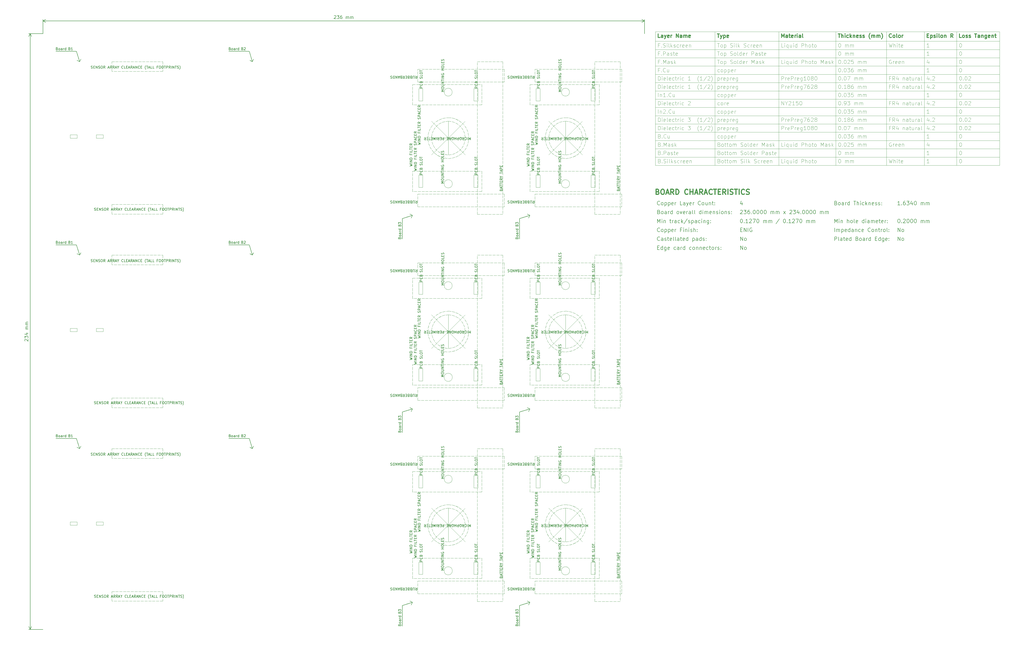
<source format=gbr>
%TF.GenerationSoftware,KiCad,Pcbnew,7.0.1-3b83917a11~172~ubuntu22.04.1*%
%TF.CreationDate,2023-05-09T12:11:44+02:00*%
%TF.ProjectId,panel,70616e65-6c2e-46b6-9963-61645f706362,C*%
%TF.SameCoordinates,Original*%
%TF.FileFunction,OtherDrawing,Comment*%
%FSLAX46Y46*%
G04 Gerber Fmt 4.6, Leading zero omitted, Abs format (unit mm)*
G04 Created by KiCad (PCBNEW 7.0.1-3b83917a11~172~ubuntu22.04.1) date 2023-05-09 12:11:44*
%MOMM*%
%LPD*%
G01*
G04 APERTURE LIST*
%ADD10C,0.158750*%
%ADD11C,0.200000*%
%ADD12C,0.100000*%
%ADD13C,0.400000*%
%ADD14C,0.300000*%
%ADD15C,0.150000*%
%ADD16C,0.120000*%
G04 APERTURE END LIST*
D10*
X144250476Y-23009728D02*
X144310952Y-22949252D01*
X144310952Y-22949252D02*
X144431905Y-22888776D01*
X144431905Y-22888776D02*
X144734286Y-22888776D01*
X144734286Y-22888776D02*
X144855238Y-22949252D01*
X144855238Y-22949252D02*
X144915714Y-23009728D01*
X144915714Y-23009728D02*
X144976191Y-23130680D01*
X144976191Y-23130680D02*
X144976191Y-23251633D01*
X144976191Y-23251633D02*
X144915714Y-23433061D01*
X144915714Y-23433061D02*
X144190000Y-24158776D01*
X144190000Y-24158776D02*
X144976191Y-24158776D01*
X145399524Y-22888776D02*
X146185715Y-22888776D01*
X146185715Y-22888776D02*
X145762381Y-23372585D01*
X145762381Y-23372585D02*
X145943810Y-23372585D01*
X145943810Y-23372585D02*
X146064762Y-23433061D01*
X146064762Y-23433061D02*
X146125238Y-23493538D01*
X146125238Y-23493538D02*
X146185715Y-23614490D01*
X146185715Y-23614490D02*
X146185715Y-23916871D01*
X146185715Y-23916871D02*
X146125238Y-24037823D01*
X146125238Y-24037823D02*
X146064762Y-24098300D01*
X146064762Y-24098300D02*
X145943810Y-24158776D01*
X145943810Y-24158776D02*
X145580953Y-24158776D01*
X145580953Y-24158776D02*
X145460000Y-24098300D01*
X145460000Y-24098300D02*
X145399524Y-24037823D01*
X147274286Y-22888776D02*
X147032381Y-22888776D01*
X147032381Y-22888776D02*
X146911429Y-22949252D01*
X146911429Y-22949252D02*
X146850953Y-23009728D01*
X146850953Y-23009728D02*
X146730000Y-23191157D01*
X146730000Y-23191157D02*
X146669524Y-23433061D01*
X146669524Y-23433061D02*
X146669524Y-23916871D01*
X146669524Y-23916871D02*
X146730000Y-24037823D01*
X146730000Y-24037823D02*
X146790477Y-24098300D01*
X146790477Y-24098300D02*
X146911429Y-24158776D01*
X146911429Y-24158776D02*
X147153334Y-24158776D01*
X147153334Y-24158776D02*
X147274286Y-24098300D01*
X147274286Y-24098300D02*
X147334762Y-24037823D01*
X147334762Y-24037823D02*
X147395239Y-23916871D01*
X147395239Y-23916871D02*
X147395239Y-23614490D01*
X147395239Y-23614490D02*
X147334762Y-23493538D01*
X147334762Y-23493538D02*
X147274286Y-23433061D01*
X147274286Y-23433061D02*
X147153334Y-23372585D01*
X147153334Y-23372585D02*
X146911429Y-23372585D01*
X146911429Y-23372585D02*
X146790477Y-23433061D01*
X146790477Y-23433061D02*
X146730000Y-23493538D01*
X146730000Y-23493538D02*
X146669524Y-23614490D01*
X148907143Y-24158776D02*
X148907143Y-23312109D01*
X148907143Y-23433061D02*
X148967620Y-23372585D01*
X148967620Y-23372585D02*
X149088572Y-23312109D01*
X149088572Y-23312109D02*
X149270001Y-23312109D01*
X149270001Y-23312109D02*
X149390953Y-23372585D01*
X149390953Y-23372585D02*
X149451429Y-23493538D01*
X149451429Y-23493538D02*
X149451429Y-24158776D01*
X149451429Y-23493538D02*
X149511905Y-23372585D01*
X149511905Y-23372585D02*
X149632858Y-23312109D01*
X149632858Y-23312109D02*
X149814286Y-23312109D01*
X149814286Y-23312109D02*
X149935239Y-23372585D01*
X149935239Y-23372585D02*
X149995715Y-23493538D01*
X149995715Y-23493538D02*
X149995715Y-24158776D01*
X150600476Y-24158776D02*
X150600476Y-23312109D01*
X150600476Y-23433061D02*
X150660953Y-23372585D01*
X150660953Y-23372585D02*
X150781905Y-23312109D01*
X150781905Y-23312109D02*
X150963334Y-23312109D01*
X150963334Y-23312109D02*
X151084286Y-23372585D01*
X151084286Y-23372585D02*
X151144762Y-23493538D01*
X151144762Y-23493538D02*
X151144762Y-24158776D01*
X151144762Y-23493538D02*
X151205238Y-23372585D01*
X151205238Y-23372585D02*
X151326191Y-23312109D01*
X151326191Y-23312109D02*
X151507619Y-23312109D01*
X151507619Y-23312109D02*
X151628572Y-23372585D01*
X151628572Y-23372585D02*
X151689048Y-23493538D01*
X151689048Y-23493538D02*
X151689048Y-24158776D01*
D11*
X30000000Y-30000000D02*
X30000000Y-24413580D01*
X266000000Y-24413580D02*
X266000000Y-30000000D01*
X30000000Y-25000000D02*
X266000000Y-25000000D01*
X30000000Y-25000000D02*
X266000000Y-25000000D01*
X30000000Y-25000000D02*
X31126504Y-24413579D01*
X30000000Y-25000000D02*
X31126504Y-25586421D01*
X266000000Y-25000000D02*
X264873496Y-25586421D01*
X266000000Y-25000000D02*
X264873496Y-24413579D01*
D12*
X270250000Y-78500000D02*
X405257144Y-78500000D01*
X270250000Y-81750000D02*
X405257144Y-81750000D01*
X270250000Y-49250000D02*
X405257144Y-49250000D01*
X270250000Y-62250000D02*
X405257144Y-62250000D01*
X341028571Y-29250000D02*
X341028571Y-81750000D01*
X270250000Y-29250000D02*
X405257144Y-29250000D01*
X270250000Y-36250000D02*
X405257144Y-36250000D01*
X270250000Y-39500000D02*
X405257144Y-39500000D01*
X270250000Y-72000000D02*
X405257144Y-72000000D01*
X360907143Y-29250000D02*
X360907143Y-81750000D01*
X270250000Y-29250000D02*
X270250000Y-81750000D01*
X270250000Y-52500000D02*
X405257144Y-52500000D01*
X270250000Y-42750000D02*
X405257144Y-42750000D01*
X270250000Y-46000000D02*
X405257144Y-46000000D01*
X318649997Y-29250000D02*
X318649997Y-81750000D01*
X375714285Y-29250000D02*
X375714285Y-81750000D01*
X270250000Y-55750000D02*
X405257144Y-55750000D01*
X270250000Y-75250000D02*
X405257144Y-75250000D01*
X270250000Y-59000000D02*
X405257144Y-59000000D01*
X405257144Y-29250000D02*
X405257144Y-81750000D01*
X388450000Y-29250000D02*
X388450000Y-81750000D01*
X270250000Y-33000000D02*
X405257144Y-33000000D01*
X270250000Y-68750000D02*
X405257144Y-68750000D01*
X293628569Y-29250000D02*
X293628569Y-81750000D01*
X270250000Y-65500000D02*
X405257144Y-65500000D01*
X377464285Y-63571428D02*
X377464285Y-64571428D01*
X377107142Y-63000000D02*
X376749999Y-64071428D01*
X376749999Y-64071428D02*
X377678570Y-64071428D01*
X378249998Y-64428571D02*
X378321427Y-64500000D01*
X378321427Y-64500000D02*
X378249998Y-64571428D01*
X378249998Y-64571428D02*
X378178570Y-64500000D01*
X378178570Y-64500000D02*
X378249998Y-64428571D01*
X378249998Y-64428571D02*
X378249998Y-64571428D01*
X378892856Y-63214285D02*
X378964284Y-63142857D01*
X378964284Y-63142857D02*
X379107142Y-63071428D01*
X379107142Y-63071428D02*
X379464284Y-63071428D01*
X379464284Y-63071428D02*
X379607142Y-63142857D01*
X379607142Y-63142857D02*
X379678570Y-63214285D01*
X379678570Y-63214285D02*
X379749999Y-63357142D01*
X379749999Y-63357142D02*
X379749999Y-63500000D01*
X379749999Y-63500000D02*
X379678570Y-63714285D01*
X379678570Y-63714285D02*
X378821427Y-64571428D01*
X378821427Y-64571428D02*
X379749999Y-64571428D01*
X377607142Y-38571428D02*
X376749999Y-38571428D01*
X377178570Y-38571428D02*
X377178570Y-37071428D01*
X377178570Y-37071428D02*
X377035713Y-37285714D01*
X377035713Y-37285714D02*
X376892856Y-37428571D01*
X376892856Y-37428571D02*
X376749999Y-37500000D01*
X377464285Y-50571428D02*
X377464285Y-51571428D01*
X377107142Y-50000000D02*
X376749999Y-51071428D01*
X376749999Y-51071428D02*
X377678570Y-51071428D01*
X378249998Y-51428571D02*
X378321427Y-51500000D01*
X378321427Y-51500000D02*
X378249998Y-51571428D01*
X378249998Y-51571428D02*
X378178570Y-51500000D01*
X378178570Y-51500000D02*
X378249998Y-51428571D01*
X378249998Y-51428571D02*
X378249998Y-51571428D01*
X378892856Y-50214285D02*
X378964284Y-50142857D01*
X378964284Y-50142857D02*
X379107142Y-50071428D01*
X379107142Y-50071428D02*
X379464284Y-50071428D01*
X379464284Y-50071428D02*
X379607142Y-50142857D01*
X379607142Y-50142857D02*
X379678570Y-50214285D01*
X379678570Y-50214285D02*
X379749999Y-50357142D01*
X379749999Y-50357142D02*
X379749999Y-50500000D01*
X379749999Y-50500000D02*
X379678570Y-50714285D01*
X379678570Y-50714285D02*
X378821427Y-51571428D01*
X378821427Y-51571428D02*
X379749999Y-51571428D01*
X342421428Y-50071428D02*
X342564285Y-50071428D01*
X342564285Y-50071428D02*
X342707142Y-50142857D01*
X342707142Y-50142857D02*
X342778571Y-50214285D01*
X342778571Y-50214285D02*
X342849999Y-50357142D01*
X342849999Y-50357142D02*
X342921428Y-50642857D01*
X342921428Y-50642857D02*
X342921428Y-51000000D01*
X342921428Y-51000000D02*
X342849999Y-51285714D01*
X342849999Y-51285714D02*
X342778571Y-51428571D01*
X342778571Y-51428571D02*
X342707142Y-51500000D01*
X342707142Y-51500000D02*
X342564285Y-51571428D01*
X342564285Y-51571428D02*
X342421428Y-51571428D01*
X342421428Y-51571428D02*
X342278571Y-51500000D01*
X342278571Y-51500000D02*
X342207142Y-51428571D01*
X342207142Y-51428571D02*
X342135713Y-51285714D01*
X342135713Y-51285714D02*
X342064285Y-51000000D01*
X342064285Y-51000000D02*
X342064285Y-50642857D01*
X342064285Y-50642857D02*
X342135713Y-50357142D01*
X342135713Y-50357142D02*
X342207142Y-50214285D01*
X342207142Y-50214285D02*
X342278571Y-50142857D01*
X342278571Y-50142857D02*
X342421428Y-50071428D01*
X343564284Y-51428571D02*
X343635713Y-51500000D01*
X343635713Y-51500000D02*
X343564284Y-51571428D01*
X343564284Y-51571428D02*
X343492856Y-51500000D01*
X343492856Y-51500000D02*
X343564284Y-51428571D01*
X343564284Y-51428571D02*
X343564284Y-51571428D01*
X345064285Y-51571428D02*
X344207142Y-51571428D01*
X344635713Y-51571428D02*
X344635713Y-50071428D01*
X344635713Y-50071428D02*
X344492856Y-50285714D01*
X344492856Y-50285714D02*
X344349999Y-50428571D01*
X344349999Y-50428571D02*
X344207142Y-50500000D01*
X345921427Y-50714285D02*
X345778570Y-50642857D01*
X345778570Y-50642857D02*
X345707141Y-50571428D01*
X345707141Y-50571428D02*
X345635713Y-50428571D01*
X345635713Y-50428571D02*
X345635713Y-50357142D01*
X345635713Y-50357142D02*
X345707141Y-50214285D01*
X345707141Y-50214285D02*
X345778570Y-50142857D01*
X345778570Y-50142857D02*
X345921427Y-50071428D01*
X345921427Y-50071428D02*
X346207141Y-50071428D01*
X346207141Y-50071428D02*
X346349999Y-50142857D01*
X346349999Y-50142857D02*
X346421427Y-50214285D01*
X346421427Y-50214285D02*
X346492856Y-50357142D01*
X346492856Y-50357142D02*
X346492856Y-50428571D01*
X346492856Y-50428571D02*
X346421427Y-50571428D01*
X346421427Y-50571428D02*
X346349999Y-50642857D01*
X346349999Y-50642857D02*
X346207141Y-50714285D01*
X346207141Y-50714285D02*
X345921427Y-50714285D01*
X345921427Y-50714285D02*
X345778570Y-50785714D01*
X345778570Y-50785714D02*
X345707141Y-50857142D01*
X345707141Y-50857142D02*
X345635713Y-51000000D01*
X345635713Y-51000000D02*
X345635713Y-51285714D01*
X345635713Y-51285714D02*
X345707141Y-51428571D01*
X345707141Y-51428571D02*
X345778570Y-51500000D01*
X345778570Y-51500000D02*
X345921427Y-51571428D01*
X345921427Y-51571428D02*
X346207141Y-51571428D01*
X346207141Y-51571428D02*
X346349999Y-51500000D01*
X346349999Y-51500000D02*
X346421427Y-51428571D01*
X346421427Y-51428571D02*
X346492856Y-51285714D01*
X346492856Y-51285714D02*
X346492856Y-51000000D01*
X346492856Y-51000000D02*
X346421427Y-50857142D01*
X346421427Y-50857142D02*
X346349999Y-50785714D01*
X346349999Y-50785714D02*
X346207141Y-50714285D01*
X347778570Y-50071428D02*
X347492855Y-50071428D01*
X347492855Y-50071428D02*
X347349998Y-50142857D01*
X347349998Y-50142857D02*
X347278570Y-50214285D01*
X347278570Y-50214285D02*
X347135712Y-50428571D01*
X347135712Y-50428571D02*
X347064284Y-50714285D01*
X347064284Y-50714285D02*
X347064284Y-51285714D01*
X347064284Y-51285714D02*
X347135712Y-51428571D01*
X347135712Y-51428571D02*
X347207141Y-51500000D01*
X347207141Y-51500000D02*
X347349998Y-51571428D01*
X347349998Y-51571428D02*
X347635712Y-51571428D01*
X347635712Y-51571428D02*
X347778570Y-51500000D01*
X347778570Y-51500000D02*
X347849998Y-51428571D01*
X347849998Y-51428571D02*
X347921427Y-51285714D01*
X347921427Y-51285714D02*
X347921427Y-50928571D01*
X347921427Y-50928571D02*
X347849998Y-50785714D01*
X347849998Y-50785714D02*
X347778570Y-50714285D01*
X347778570Y-50714285D02*
X347635712Y-50642857D01*
X347635712Y-50642857D02*
X347349998Y-50642857D01*
X347349998Y-50642857D02*
X347207141Y-50714285D01*
X347207141Y-50714285D02*
X347135712Y-50785714D01*
X347135712Y-50785714D02*
X347064284Y-50928571D01*
X349707140Y-51571428D02*
X349707140Y-50571428D01*
X349707140Y-50714285D02*
X349778569Y-50642857D01*
X349778569Y-50642857D02*
X349921426Y-50571428D01*
X349921426Y-50571428D02*
X350135712Y-50571428D01*
X350135712Y-50571428D02*
X350278569Y-50642857D01*
X350278569Y-50642857D02*
X350349998Y-50785714D01*
X350349998Y-50785714D02*
X350349998Y-51571428D01*
X350349998Y-50785714D02*
X350421426Y-50642857D01*
X350421426Y-50642857D02*
X350564283Y-50571428D01*
X350564283Y-50571428D02*
X350778569Y-50571428D01*
X350778569Y-50571428D02*
X350921426Y-50642857D01*
X350921426Y-50642857D02*
X350992855Y-50785714D01*
X350992855Y-50785714D02*
X350992855Y-51571428D01*
X351707140Y-51571428D02*
X351707140Y-50571428D01*
X351707140Y-50714285D02*
X351778569Y-50642857D01*
X351778569Y-50642857D02*
X351921426Y-50571428D01*
X351921426Y-50571428D02*
X352135712Y-50571428D01*
X352135712Y-50571428D02*
X352278569Y-50642857D01*
X352278569Y-50642857D02*
X352349998Y-50785714D01*
X352349998Y-50785714D02*
X352349998Y-51571428D01*
X352349998Y-50785714D02*
X352421426Y-50642857D01*
X352421426Y-50642857D02*
X352564283Y-50571428D01*
X352564283Y-50571428D02*
X352778569Y-50571428D01*
X352778569Y-50571428D02*
X352921426Y-50642857D01*
X352921426Y-50642857D02*
X352992855Y-50785714D01*
X352992855Y-50785714D02*
X352992855Y-51571428D01*
X271857142Y-70285714D02*
X272071428Y-70357142D01*
X272071428Y-70357142D02*
X272142857Y-70428571D01*
X272142857Y-70428571D02*
X272214285Y-70571428D01*
X272214285Y-70571428D02*
X272214285Y-70785714D01*
X272214285Y-70785714D02*
X272142857Y-70928571D01*
X272142857Y-70928571D02*
X272071428Y-71000000D01*
X272071428Y-71000000D02*
X271928571Y-71071428D01*
X271928571Y-71071428D02*
X271357142Y-71071428D01*
X271357142Y-71071428D02*
X271357142Y-69571428D01*
X271357142Y-69571428D02*
X271857142Y-69571428D01*
X271857142Y-69571428D02*
X272000000Y-69642857D01*
X272000000Y-69642857D02*
X272071428Y-69714285D01*
X272071428Y-69714285D02*
X272142857Y-69857142D01*
X272142857Y-69857142D02*
X272142857Y-70000000D01*
X272142857Y-70000000D02*
X272071428Y-70142857D01*
X272071428Y-70142857D02*
X272000000Y-70214285D01*
X272000000Y-70214285D02*
X271857142Y-70285714D01*
X271857142Y-70285714D02*
X271357142Y-70285714D01*
X272857142Y-70928571D02*
X272928571Y-71000000D01*
X272928571Y-71000000D02*
X272857142Y-71071428D01*
X272857142Y-71071428D02*
X272785714Y-71000000D01*
X272785714Y-71000000D02*
X272857142Y-70928571D01*
X272857142Y-70928571D02*
X272857142Y-71071428D01*
X274428571Y-70928571D02*
X274357143Y-71000000D01*
X274357143Y-71000000D02*
X274142857Y-71071428D01*
X274142857Y-71071428D02*
X274000000Y-71071428D01*
X274000000Y-71071428D02*
X273785714Y-71000000D01*
X273785714Y-71000000D02*
X273642857Y-70857142D01*
X273642857Y-70857142D02*
X273571428Y-70714285D01*
X273571428Y-70714285D02*
X273500000Y-70428571D01*
X273500000Y-70428571D02*
X273500000Y-70214285D01*
X273500000Y-70214285D02*
X273571428Y-69928571D01*
X273571428Y-69928571D02*
X273642857Y-69785714D01*
X273642857Y-69785714D02*
X273785714Y-69642857D01*
X273785714Y-69642857D02*
X274000000Y-69571428D01*
X274000000Y-69571428D02*
X274142857Y-69571428D01*
X274142857Y-69571428D02*
X274357143Y-69642857D01*
X274357143Y-69642857D02*
X274428571Y-69714285D01*
X275714286Y-70071428D02*
X275714286Y-71071428D01*
X275071428Y-70071428D02*
X275071428Y-70857142D01*
X275071428Y-70857142D02*
X275142857Y-71000000D01*
X275142857Y-71000000D02*
X275285714Y-71071428D01*
X275285714Y-71071428D02*
X275500000Y-71071428D01*
X275500000Y-71071428D02*
X275642857Y-71000000D01*
X275642857Y-71000000D02*
X275714286Y-70928571D01*
D11*
X303664285Y-107035714D02*
X304164285Y-107035714D01*
X304378571Y-107821428D02*
X303664285Y-107821428D01*
X303664285Y-107821428D02*
X303664285Y-106321428D01*
X303664285Y-106321428D02*
X304378571Y-106321428D01*
X305021428Y-107821428D02*
X305021428Y-106321428D01*
X305021428Y-106321428D02*
X305878571Y-107821428D01*
X305878571Y-107821428D02*
X305878571Y-106321428D01*
X306592857Y-107821428D02*
X306592857Y-106321428D01*
X308092858Y-106392857D02*
X307950001Y-106321428D01*
X307950001Y-106321428D02*
X307735715Y-106321428D01*
X307735715Y-106321428D02*
X307521429Y-106392857D01*
X307521429Y-106392857D02*
X307378572Y-106535714D01*
X307378572Y-106535714D02*
X307307143Y-106678571D01*
X307307143Y-106678571D02*
X307235715Y-106964285D01*
X307235715Y-106964285D02*
X307235715Y-107178571D01*
X307235715Y-107178571D02*
X307307143Y-107464285D01*
X307307143Y-107464285D02*
X307378572Y-107607142D01*
X307378572Y-107607142D02*
X307521429Y-107750000D01*
X307521429Y-107750000D02*
X307735715Y-107821428D01*
X307735715Y-107821428D02*
X307878572Y-107821428D01*
X307878572Y-107821428D02*
X308092858Y-107750000D01*
X308092858Y-107750000D02*
X308164286Y-107678571D01*
X308164286Y-107678571D02*
X308164286Y-107178571D01*
X308164286Y-107178571D02*
X307878572Y-107178571D01*
D12*
X342421428Y-46821428D02*
X342564285Y-46821428D01*
X342564285Y-46821428D02*
X342707142Y-46892857D01*
X342707142Y-46892857D02*
X342778571Y-46964285D01*
X342778571Y-46964285D02*
X342849999Y-47107142D01*
X342849999Y-47107142D02*
X342921428Y-47392857D01*
X342921428Y-47392857D02*
X342921428Y-47750000D01*
X342921428Y-47750000D02*
X342849999Y-48035714D01*
X342849999Y-48035714D02*
X342778571Y-48178571D01*
X342778571Y-48178571D02*
X342707142Y-48250000D01*
X342707142Y-48250000D02*
X342564285Y-48321428D01*
X342564285Y-48321428D02*
X342421428Y-48321428D01*
X342421428Y-48321428D02*
X342278571Y-48250000D01*
X342278571Y-48250000D02*
X342207142Y-48178571D01*
X342207142Y-48178571D02*
X342135713Y-48035714D01*
X342135713Y-48035714D02*
X342064285Y-47750000D01*
X342064285Y-47750000D02*
X342064285Y-47392857D01*
X342064285Y-47392857D02*
X342135713Y-47107142D01*
X342135713Y-47107142D02*
X342207142Y-46964285D01*
X342207142Y-46964285D02*
X342278571Y-46892857D01*
X342278571Y-46892857D02*
X342421428Y-46821428D01*
X343564284Y-48178571D02*
X343635713Y-48250000D01*
X343635713Y-48250000D02*
X343564284Y-48321428D01*
X343564284Y-48321428D02*
X343492856Y-48250000D01*
X343492856Y-48250000D02*
X343564284Y-48178571D01*
X343564284Y-48178571D02*
X343564284Y-48321428D01*
X344564285Y-46821428D02*
X344707142Y-46821428D01*
X344707142Y-46821428D02*
X344849999Y-46892857D01*
X344849999Y-46892857D02*
X344921428Y-46964285D01*
X344921428Y-46964285D02*
X344992856Y-47107142D01*
X344992856Y-47107142D02*
X345064285Y-47392857D01*
X345064285Y-47392857D02*
X345064285Y-47750000D01*
X345064285Y-47750000D02*
X344992856Y-48035714D01*
X344992856Y-48035714D02*
X344921428Y-48178571D01*
X344921428Y-48178571D02*
X344849999Y-48250000D01*
X344849999Y-48250000D02*
X344707142Y-48321428D01*
X344707142Y-48321428D02*
X344564285Y-48321428D01*
X344564285Y-48321428D02*
X344421428Y-48250000D01*
X344421428Y-48250000D02*
X344349999Y-48178571D01*
X344349999Y-48178571D02*
X344278570Y-48035714D01*
X344278570Y-48035714D02*
X344207142Y-47750000D01*
X344207142Y-47750000D02*
X344207142Y-47392857D01*
X344207142Y-47392857D02*
X344278570Y-47107142D01*
X344278570Y-47107142D02*
X344349999Y-46964285D01*
X344349999Y-46964285D02*
X344421428Y-46892857D01*
X344421428Y-46892857D02*
X344564285Y-46821428D01*
X345564284Y-46821428D02*
X346564284Y-46821428D01*
X346564284Y-46821428D02*
X345921427Y-48321428D01*
X348278569Y-48321428D02*
X348278569Y-47321428D01*
X348278569Y-47464285D02*
X348349998Y-47392857D01*
X348349998Y-47392857D02*
X348492855Y-47321428D01*
X348492855Y-47321428D02*
X348707141Y-47321428D01*
X348707141Y-47321428D02*
X348849998Y-47392857D01*
X348849998Y-47392857D02*
X348921427Y-47535714D01*
X348921427Y-47535714D02*
X348921427Y-48321428D01*
X348921427Y-47535714D02*
X348992855Y-47392857D01*
X348992855Y-47392857D02*
X349135712Y-47321428D01*
X349135712Y-47321428D02*
X349349998Y-47321428D01*
X349349998Y-47321428D02*
X349492855Y-47392857D01*
X349492855Y-47392857D02*
X349564284Y-47535714D01*
X349564284Y-47535714D02*
X349564284Y-48321428D01*
X350278569Y-48321428D02*
X350278569Y-47321428D01*
X350278569Y-47464285D02*
X350349998Y-47392857D01*
X350349998Y-47392857D02*
X350492855Y-47321428D01*
X350492855Y-47321428D02*
X350707141Y-47321428D01*
X350707141Y-47321428D02*
X350849998Y-47392857D01*
X350849998Y-47392857D02*
X350921427Y-47535714D01*
X350921427Y-47535714D02*
X350921427Y-48321428D01*
X350921427Y-47535714D02*
X350992855Y-47392857D01*
X350992855Y-47392857D02*
X351135712Y-47321428D01*
X351135712Y-47321428D02*
X351349998Y-47321428D01*
X351349998Y-47321428D02*
X351492855Y-47392857D01*
X351492855Y-47392857D02*
X351564284Y-47535714D01*
X351564284Y-47535714D02*
X351564284Y-48321428D01*
X271857142Y-80035714D02*
X272071428Y-80107142D01*
X272071428Y-80107142D02*
X272142857Y-80178571D01*
X272142857Y-80178571D02*
X272214285Y-80321428D01*
X272214285Y-80321428D02*
X272214285Y-80535714D01*
X272214285Y-80535714D02*
X272142857Y-80678571D01*
X272142857Y-80678571D02*
X272071428Y-80750000D01*
X272071428Y-80750000D02*
X271928571Y-80821428D01*
X271928571Y-80821428D02*
X271357142Y-80821428D01*
X271357142Y-80821428D02*
X271357142Y-79321428D01*
X271357142Y-79321428D02*
X271857142Y-79321428D01*
X271857142Y-79321428D02*
X272000000Y-79392857D01*
X272000000Y-79392857D02*
X272071428Y-79464285D01*
X272071428Y-79464285D02*
X272142857Y-79607142D01*
X272142857Y-79607142D02*
X272142857Y-79750000D01*
X272142857Y-79750000D02*
X272071428Y-79892857D01*
X272071428Y-79892857D02*
X272000000Y-79964285D01*
X272000000Y-79964285D02*
X271857142Y-80035714D01*
X271857142Y-80035714D02*
X271357142Y-80035714D01*
X272857142Y-80678571D02*
X272928571Y-80750000D01*
X272928571Y-80750000D02*
X272857142Y-80821428D01*
X272857142Y-80821428D02*
X272785714Y-80750000D01*
X272785714Y-80750000D02*
X272857142Y-80678571D01*
X272857142Y-80678571D02*
X272857142Y-80821428D01*
X273500000Y-80750000D02*
X273714286Y-80821428D01*
X273714286Y-80821428D02*
X274071428Y-80821428D01*
X274071428Y-80821428D02*
X274214286Y-80750000D01*
X274214286Y-80750000D02*
X274285714Y-80678571D01*
X274285714Y-80678571D02*
X274357143Y-80535714D01*
X274357143Y-80535714D02*
X274357143Y-80392857D01*
X274357143Y-80392857D02*
X274285714Y-80250000D01*
X274285714Y-80250000D02*
X274214286Y-80178571D01*
X274214286Y-80178571D02*
X274071428Y-80107142D01*
X274071428Y-80107142D02*
X273785714Y-80035714D01*
X273785714Y-80035714D02*
X273642857Y-79964285D01*
X273642857Y-79964285D02*
X273571428Y-79892857D01*
X273571428Y-79892857D02*
X273500000Y-79750000D01*
X273500000Y-79750000D02*
X273500000Y-79607142D01*
X273500000Y-79607142D02*
X273571428Y-79464285D01*
X273571428Y-79464285D02*
X273642857Y-79392857D01*
X273642857Y-79392857D02*
X273785714Y-79321428D01*
X273785714Y-79321428D02*
X274142857Y-79321428D01*
X274142857Y-79321428D02*
X274357143Y-79392857D01*
X274999999Y-80821428D02*
X274999999Y-79821428D01*
X274999999Y-79321428D02*
X274928571Y-79392857D01*
X274928571Y-79392857D02*
X274999999Y-79464285D01*
X274999999Y-79464285D02*
X275071428Y-79392857D01*
X275071428Y-79392857D02*
X274999999Y-79321428D01*
X274999999Y-79321428D02*
X274999999Y-79464285D01*
X275928571Y-80821428D02*
X275785714Y-80750000D01*
X275785714Y-80750000D02*
X275714285Y-80607142D01*
X275714285Y-80607142D02*
X275714285Y-79321428D01*
X276499999Y-80821428D02*
X276499999Y-79321428D01*
X276642857Y-80250000D02*
X277071428Y-80821428D01*
X277071428Y-79821428D02*
X276499999Y-80392857D01*
X277642857Y-80750000D02*
X277785714Y-80821428D01*
X277785714Y-80821428D02*
X278071428Y-80821428D01*
X278071428Y-80821428D02*
X278214285Y-80750000D01*
X278214285Y-80750000D02*
X278285714Y-80607142D01*
X278285714Y-80607142D02*
X278285714Y-80535714D01*
X278285714Y-80535714D02*
X278214285Y-80392857D01*
X278214285Y-80392857D02*
X278071428Y-80321428D01*
X278071428Y-80321428D02*
X277857143Y-80321428D01*
X277857143Y-80321428D02*
X277714285Y-80250000D01*
X277714285Y-80250000D02*
X277642857Y-80107142D01*
X277642857Y-80107142D02*
X277642857Y-80035714D01*
X277642857Y-80035714D02*
X277714285Y-79892857D01*
X277714285Y-79892857D02*
X277857143Y-79821428D01*
X277857143Y-79821428D02*
X278071428Y-79821428D01*
X278071428Y-79821428D02*
X278214285Y-79892857D01*
X279571429Y-80750000D02*
X279428571Y-80821428D01*
X279428571Y-80821428D02*
X279142857Y-80821428D01*
X279142857Y-80821428D02*
X279000000Y-80750000D01*
X279000000Y-80750000D02*
X278928571Y-80678571D01*
X278928571Y-80678571D02*
X278857143Y-80535714D01*
X278857143Y-80535714D02*
X278857143Y-80107142D01*
X278857143Y-80107142D02*
X278928571Y-79964285D01*
X278928571Y-79964285D02*
X279000000Y-79892857D01*
X279000000Y-79892857D02*
X279142857Y-79821428D01*
X279142857Y-79821428D02*
X279428571Y-79821428D01*
X279428571Y-79821428D02*
X279571429Y-79892857D01*
X280214285Y-80821428D02*
X280214285Y-79821428D01*
X280214285Y-80107142D02*
X280285714Y-79964285D01*
X280285714Y-79964285D02*
X280357143Y-79892857D01*
X280357143Y-79892857D02*
X280500000Y-79821428D01*
X280500000Y-79821428D02*
X280642857Y-79821428D01*
X281714285Y-80750000D02*
X281571428Y-80821428D01*
X281571428Y-80821428D02*
X281285714Y-80821428D01*
X281285714Y-80821428D02*
X281142856Y-80750000D01*
X281142856Y-80750000D02*
X281071428Y-80607142D01*
X281071428Y-80607142D02*
X281071428Y-80035714D01*
X281071428Y-80035714D02*
X281142856Y-79892857D01*
X281142856Y-79892857D02*
X281285714Y-79821428D01*
X281285714Y-79821428D02*
X281571428Y-79821428D01*
X281571428Y-79821428D02*
X281714285Y-79892857D01*
X281714285Y-79892857D02*
X281785714Y-80035714D01*
X281785714Y-80035714D02*
X281785714Y-80178571D01*
X281785714Y-80178571D02*
X281071428Y-80321428D01*
X282999999Y-80750000D02*
X282857142Y-80821428D01*
X282857142Y-80821428D02*
X282571428Y-80821428D01*
X282571428Y-80821428D02*
X282428570Y-80750000D01*
X282428570Y-80750000D02*
X282357142Y-80607142D01*
X282357142Y-80607142D02*
X282357142Y-80035714D01*
X282357142Y-80035714D02*
X282428570Y-79892857D01*
X282428570Y-79892857D02*
X282571428Y-79821428D01*
X282571428Y-79821428D02*
X282857142Y-79821428D01*
X282857142Y-79821428D02*
X282999999Y-79892857D01*
X282999999Y-79892857D02*
X283071428Y-80035714D01*
X283071428Y-80035714D02*
X283071428Y-80178571D01*
X283071428Y-80178571D02*
X282357142Y-80321428D01*
X283714284Y-79821428D02*
X283714284Y-80821428D01*
X283714284Y-79964285D02*
X283785713Y-79892857D01*
X283785713Y-79892857D02*
X283928570Y-79821428D01*
X283928570Y-79821428D02*
X284142856Y-79821428D01*
X284142856Y-79821428D02*
X284285713Y-79892857D01*
X284285713Y-79892857D02*
X284357142Y-80035714D01*
X284357142Y-80035714D02*
X284357142Y-80821428D01*
X389842857Y-53321428D02*
X389985714Y-53321428D01*
X389985714Y-53321428D02*
X390128571Y-53392857D01*
X390128571Y-53392857D02*
X390200000Y-53464285D01*
X390200000Y-53464285D02*
X390271428Y-53607142D01*
X390271428Y-53607142D02*
X390342857Y-53892857D01*
X390342857Y-53892857D02*
X390342857Y-54250000D01*
X390342857Y-54250000D02*
X390271428Y-54535714D01*
X390271428Y-54535714D02*
X390200000Y-54678571D01*
X390200000Y-54678571D02*
X390128571Y-54750000D01*
X390128571Y-54750000D02*
X389985714Y-54821428D01*
X389985714Y-54821428D02*
X389842857Y-54821428D01*
X389842857Y-54821428D02*
X389700000Y-54750000D01*
X389700000Y-54750000D02*
X389628571Y-54678571D01*
X389628571Y-54678571D02*
X389557142Y-54535714D01*
X389557142Y-54535714D02*
X389485714Y-54250000D01*
X389485714Y-54250000D02*
X389485714Y-53892857D01*
X389485714Y-53892857D02*
X389557142Y-53607142D01*
X389557142Y-53607142D02*
X389628571Y-53464285D01*
X389628571Y-53464285D02*
X389700000Y-53392857D01*
X389700000Y-53392857D02*
X389842857Y-53321428D01*
X377607142Y-61321428D02*
X376749999Y-61321428D01*
X377178570Y-61321428D02*
X377178570Y-59821428D01*
X377178570Y-59821428D02*
X377035713Y-60035714D01*
X377035713Y-60035714D02*
X376892856Y-60178571D01*
X376892856Y-60178571D02*
X376749999Y-60250000D01*
X362800000Y-40392857D02*
X362657143Y-40321428D01*
X362657143Y-40321428D02*
X362442857Y-40321428D01*
X362442857Y-40321428D02*
X362228571Y-40392857D01*
X362228571Y-40392857D02*
X362085714Y-40535714D01*
X362085714Y-40535714D02*
X362014285Y-40678571D01*
X362014285Y-40678571D02*
X361942857Y-40964285D01*
X361942857Y-40964285D02*
X361942857Y-41178571D01*
X361942857Y-41178571D02*
X362014285Y-41464285D01*
X362014285Y-41464285D02*
X362085714Y-41607142D01*
X362085714Y-41607142D02*
X362228571Y-41750000D01*
X362228571Y-41750000D02*
X362442857Y-41821428D01*
X362442857Y-41821428D02*
X362585714Y-41821428D01*
X362585714Y-41821428D02*
X362800000Y-41750000D01*
X362800000Y-41750000D02*
X362871428Y-41678571D01*
X362871428Y-41678571D02*
X362871428Y-41178571D01*
X362871428Y-41178571D02*
X362585714Y-41178571D01*
X363514285Y-41821428D02*
X363514285Y-40821428D01*
X363514285Y-41107142D02*
X363585714Y-40964285D01*
X363585714Y-40964285D02*
X363657143Y-40892857D01*
X363657143Y-40892857D02*
X363800000Y-40821428D01*
X363800000Y-40821428D02*
X363942857Y-40821428D01*
X365014285Y-41750000D02*
X364871428Y-41821428D01*
X364871428Y-41821428D02*
X364585714Y-41821428D01*
X364585714Y-41821428D02*
X364442856Y-41750000D01*
X364442856Y-41750000D02*
X364371428Y-41607142D01*
X364371428Y-41607142D02*
X364371428Y-41035714D01*
X364371428Y-41035714D02*
X364442856Y-40892857D01*
X364442856Y-40892857D02*
X364585714Y-40821428D01*
X364585714Y-40821428D02*
X364871428Y-40821428D01*
X364871428Y-40821428D02*
X365014285Y-40892857D01*
X365014285Y-40892857D02*
X365085714Y-41035714D01*
X365085714Y-41035714D02*
X365085714Y-41178571D01*
X365085714Y-41178571D02*
X364371428Y-41321428D01*
X366299999Y-41750000D02*
X366157142Y-41821428D01*
X366157142Y-41821428D02*
X365871428Y-41821428D01*
X365871428Y-41821428D02*
X365728570Y-41750000D01*
X365728570Y-41750000D02*
X365657142Y-41607142D01*
X365657142Y-41607142D02*
X365657142Y-41035714D01*
X365657142Y-41035714D02*
X365728570Y-40892857D01*
X365728570Y-40892857D02*
X365871428Y-40821428D01*
X365871428Y-40821428D02*
X366157142Y-40821428D01*
X366157142Y-40821428D02*
X366299999Y-40892857D01*
X366299999Y-40892857D02*
X366371428Y-41035714D01*
X366371428Y-41035714D02*
X366371428Y-41178571D01*
X366371428Y-41178571D02*
X365657142Y-41321428D01*
X367014284Y-40821428D02*
X367014284Y-41821428D01*
X367014284Y-40964285D02*
X367085713Y-40892857D01*
X367085713Y-40892857D02*
X367228570Y-40821428D01*
X367228570Y-40821428D02*
X367442856Y-40821428D01*
X367442856Y-40821428D02*
X367585713Y-40892857D01*
X367585713Y-40892857D02*
X367657142Y-41035714D01*
X367657142Y-41035714D02*
X367657142Y-41821428D01*
X342421428Y-53321428D02*
X342564285Y-53321428D01*
X342564285Y-53321428D02*
X342707142Y-53392857D01*
X342707142Y-53392857D02*
X342778571Y-53464285D01*
X342778571Y-53464285D02*
X342849999Y-53607142D01*
X342849999Y-53607142D02*
X342921428Y-53892857D01*
X342921428Y-53892857D02*
X342921428Y-54250000D01*
X342921428Y-54250000D02*
X342849999Y-54535714D01*
X342849999Y-54535714D02*
X342778571Y-54678571D01*
X342778571Y-54678571D02*
X342707142Y-54750000D01*
X342707142Y-54750000D02*
X342564285Y-54821428D01*
X342564285Y-54821428D02*
X342421428Y-54821428D01*
X342421428Y-54821428D02*
X342278571Y-54750000D01*
X342278571Y-54750000D02*
X342207142Y-54678571D01*
X342207142Y-54678571D02*
X342135713Y-54535714D01*
X342135713Y-54535714D02*
X342064285Y-54250000D01*
X342064285Y-54250000D02*
X342064285Y-53892857D01*
X342064285Y-53892857D02*
X342135713Y-53607142D01*
X342135713Y-53607142D02*
X342207142Y-53464285D01*
X342207142Y-53464285D02*
X342278571Y-53392857D01*
X342278571Y-53392857D02*
X342421428Y-53321428D01*
X343564284Y-54678571D02*
X343635713Y-54750000D01*
X343635713Y-54750000D02*
X343564284Y-54821428D01*
X343564284Y-54821428D02*
X343492856Y-54750000D01*
X343492856Y-54750000D02*
X343564284Y-54678571D01*
X343564284Y-54678571D02*
X343564284Y-54821428D01*
X344564285Y-53321428D02*
X344707142Y-53321428D01*
X344707142Y-53321428D02*
X344849999Y-53392857D01*
X344849999Y-53392857D02*
X344921428Y-53464285D01*
X344921428Y-53464285D02*
X344992856Y-53607142D01*
X344992856Y-53607142D02*
X345064285Y-53892857D01*
X345064285Y-53892857D02*
X345064285Y-54250000D01*
X345064285Y-54250000D02*
X344992856Y-54535714D01*
X344992856Y-54535714D02*
X344921428Y-54678571D01*
X344921428Y-54678571D02*
X344849999Y-54750000D01*
X344849999Y-54750000D02*
X344707142Y-54821428D01*
X344707142Y-54821428D02*
X344564285Y-54821428D01*
X344564285Y-54821428D02*
X344421428Y-54750000D01*
X344421428Y-54750000D02*
X344349999Y-54678571D01*
X344349999Y-54678571D02*
X344278570Y-54535714D01*
X344278570Y-54535714D02*
X344207142Y-54250000D01*
X344207142Y-54250000D02*
X344207142Y-53892857D01*
X344207142Y-53892857D02*
X344278570Y-53607142D01*
X344278570Y-53607142D02*
X344349999Y-53464285D01*
X344349999Y-53464285D02*
X344421428Y-53392857D01*
X344421428Y-53392857D02*
X344564285Y-53321428D01*
X345564284Y-53321428D02*
X346492856Y-53321428D01*
X346492856Y-53321428D02*
X345992856Y-53892857D01*
X345992856Y-53892857D02*
X346207141Y-53892857D01*
X346207141Y-53892857D02*
X346349999Y-53964285D01*
X346349999Y-53964285D02*
X346421427Y-54035714D01*
X346421427Y-54035714D02*
X346492856Y-54178571D01*
X346492856Y-54178571D02*
X346492856Y-54535714D01*
X346492856Y-54535714D02*
X346421427Y-54678571D01*
X346421427Y-54678571D02*
X346349999Y-54750000D01*
X346349999Y-54750000D02*
X346207141Y-54821428D01*
X346207141Y-54821428D02*
X345778570Y-54821428D01*
X345778570Y-54821428D02*
X345635713Y-54750000D01*
X345635713Y-54750000D02*
X345564284Y-54678571D01*
X347849998Y-53321428D02*
X347135712Y-53321428D01*
X347135712Y-53321428D02*
X347064284Y-54035714D01*
X347064284Y-54035714D02*
X347135712Y-53964285D01*
X347135712Y-53964285D02*
X347278570Y-53892857D01*
X347278570Y-53892857D02*
X347635712Y-53892857D01*
X347635712Y-53892857D02*
X347778570Y-53964285D01*
X347778570Y-53964285D02*
X347849998Y-54035714D01*
X347849998Y-54035714D02*
X347921427Y-54178571D01*
X347921427Y-54178571D02*
X347921427Y-54535714D01*
X347921427Y-54535714D02*
X347849998Y-54678571D01*
X347849998Y-54678571D02*
X347778570Y-54750000D01*
X347778570Y-54750000D02*
X347635712Y-54821428D01*
X347635712Y-54821428D02*
X347278570Y-54821428D01*
X347278570Y-54821428D02*
X347135712Y-54750000D01*
X347135712Y-54750000D02*
X347064284Y-54678571D01*
X349707140Y-54821428D02*
X349707140Y-53821428D01*
X349707140Y-53964285D02*
X349778569Y-53892857D01*
X349778569Y-53892857D02*
X349921426Y-53821428D01*
X349921426Y-53821428D02*
X350135712Y-53821428D01*
X350135712Y-53821428D02*
X350278569Y-53892857D01*
X350278569Y-53892857D02*
X350349998Y-54035714D01*
X350349998Y-54035714D02*
X350349998Y-54821428D01*
X350349998Y-54035714D02*
X350421426Y-53892857D01*
X350421426Y-53892857D02*
X350564283Y-53821428D01*
X350564283Y-53821428D02*
X350778569Y-53821428D01*
X350778569Y-53821428D02*
X350921426Y-53892857D01*
X350921426Y-53892857D02*
X350992855Y-54035714D01*
X350992855Y-54035714D02*
X350992855Y-54821428D01*
X351707140Y-54821428D02*
X351707140Y-53821428D01*
X351707140Y-53964285D02*
X351778569Y-53892857D01*
X351778569Y-53892857D02*
X351921426Y-53821428D01*
X351921426Y-53821428D02*
X352135712Y-53821428D01*
X352135712Y-53821428D02*
X352278569Y-53892857D01*
X352278569Y-53892857D02*
X352349998Y-54035714D01*
X352349998Y-54035714D02*
X352349998Y-54821428D01*
X352349998Y-54035714D02*
X352421426Y-53892857D01*
X352421426Y-53892857D02*
X352564283Y-53821428D01*
X352564283Y-53821428D02*
X352778569Y-53821428D01*
X352778569Y-53821428D02*
X352921426Y-53892857D01*
X352921426Y-53892857D02*
X352992855Y-54035714D01*
X352992855Y-54035714D02*
X352992855Y-54821428D01*
X271357142Y-51571428D02*
X271357142Y-50071428D01*
X271357142Y-50071428D02*
X271714285Y-50071428D01*
X271714285Y-50071428D02*
X271928571Y-50142857D01*
X271928571Y-50142857D02*
X272071428Y-50285714D01*
X272071428Y-50285714D02*
X272142857Y-50428571D01*
X272142857Y-50428571D02*
X272214285Y-50714285D01*
X272214285Y-50714285D02*
X272214285Y-50928571D01*
X272214285Y-50928571D02*
X272142857Y-51214285D01*
X272142857Y-51214285D02*
X272071428Y-51357142D01*
X272071428Y-51357142D02*
X271928571Y-51500000D01*
X271928571Y-51500000D02*
X271714285Y-51571428D01*
X271714285Y-51571428D02*
X271357142Y-51571428D01*
X272857142Y-51571428D02*
X272857142Y-50571428D01*
X272857142Y-50071428D02*
X272785714Y-50142857D01*
X272785714Y-50142857D02*
X272857142Y-50214285D01*
X272857142Y-50214285D02*
X272928571Y-50142857D01*
X272928571Y-50142857D02*
X272857142Y-50071428D01*
X272857142Y-50071428D02*
X272857142Y-50214285D01*
X274142857Y-51500000D02*
X274000000Y-51571428D01*
X274000000Y-51571428D02*
X273714286Y-51571428D01*
X273714286Y-51571428D02*
X273571428Y-51500000D01*
X273571428Y-51500000D02*
X273500000Y-51357142D01*
X273500000Y-51357142D02*
X273500000Y-50785714D01*
X273500000Y-50785714D02*
X273571428Y-50642857D01*
X273571428Y-50642857D02*
X273714286Y-50571428D01*
X273714286Y-50571428D02*
X274000000Y-50571428D01*
X274000000Y-50571428D02*
X274142857Y-50642857D01*
X274142857Y-50642857D02*
X274214286Y-50785714D01*
X274214286Y-50785714D02*
X274214286Y-50928571D01*
X274214286Y-50928571D02*
X273500000Y-51071428D01*
X275071428Y-51571428D02*
X274928571Y-51500000D01*
X274928571Y-51500000D02*
X274857142Y-51357142D01*
X274857142Y-51357142D02*
X274857142Y-50071428D01*
X276214285Y-51500000D02*
X276071428Y-51571428D01*
X276071428Y-51571428D02*
X275785714Y-51571428D01*
X275785714Y-51571428D02*
X275642856Y-51500000D01*
X275642856Y-51500000D02*
X275571428Y-51357142D01*
X275571428Y-51357142D02*
X275571428Y-50785714D01*
X275571428Y-50785714D02*
X275642856Y-50642857D01*
X275642856Y-50642857D02*
X275785714Y-50571428D01*
X275785714Y-50571428D02*
X276071428Y-50571428D01*
X276071428Y-50571428D02*
X276214285Y-50642857D01*
X276214285Y-50642857D02*
X276285714Y-50785714D01*
X276285714Y-50785714D02*
X276285714Y-50928571D01*
X276285714Y-50928571D02*
X275571428Y-51071428D01*
X277571428Y-51500000D02*
X277428570Y-51571428D01*
X277428570Y-51571428D02*
X277142856Y-51571428D01*
X277142856Y-51571428D02*
X276999999Y-51500000D01*
X276999999Y-51500000D02*
X276928570Y-51428571D01*
X276928570Y-51428571D02*
X276857142Y-51285714D01*
X276857142Y-51285714D02*
X276857142Y-50857142D01*
X276857142Y-50857142D02*
X276928570Y-50714285D01*
X276928570Y-50714285D02*
X276999999Y-50642857D01*
X276999999Y-50642857D02*
X277142856Y-50571428D01*
X277142856Y-50571428D02*
X277428570Y-50571428D01*
X277428570Y-50571428D02*
X277571428Y-50642857D01*
X277999999Y-50571428D02*
X278571427Y-50571428D01*
X278214284Y-50071428D02*
X278214284Y-51357142D01*
X278214284Y-51357142D02*
X278285713Y-51500000D01*
X278285713Y-51500000D02*
X278428570Y-51571428D01*
X278428570Y-51571428D02*
X278571427Y-51571428D01*
X279071427Y-51571428D02*
X279071427Y-50571428D01*
X279071427Y-50857142D02*
X279142856Y-50714285D01*
X279142856Y-50714285D02*
X279214285Y-50642857D01*
X279214285Y-50642857D02*
X279357142Y-50571428D01*
X279357142Y-50571428D02*
X279499999Y-50571428D01*
X279999998Y-51571428D02*
X279999998Y-50571428D01*
X279999998Y-50071428D02*
X279928570Y-50142857D01*
X279928570Y-50142857D02*
X279999998Y-50214285D01*
X279999998Y-50214285D02*
X280071427Y-50142857D01*
X280071427Y-50142857D02*
X279999998Y-50071428D01*
X279999998Y-50071428D02*
X279999998Y-50214285D01*
X281357142Y-51500000D02*
X281214284Y-51571428D01*
X281214284Y-51571428D02*
X280928570Y-51571428D01*
X280928570Y-51571428D02*
X280785713Y-51500000D01*
X280785713Y-51500000D02*
X280714284Y-51428571D01*
X280714284Y-51428571D02*
X280642856Y-51285714D01*
X280642856Y-51285714D02*
X280642856Y-50857142D01*
X280642856Y-50857142D02*
X280714284Y-50714285D01*
X280714284Y-50714285D02*
X280785713Y-50642857D01*
X280785713Y-50642857D02*
X280928570Y-50571428D01*
X280928570Y-50571428D02*
X281214284Y-50571428D01*
X281214284Y-50571428D02*
X281357142Y-50642857D01*
X283928570Y-51571428D02*
X283071427Y-51571428D01*
X283499998Y-51571428D02*
X283499998Y-50071428D01*
X283499998Y-50071428D02*
X283357141Y-50285714D01*
X283357141Y-50285714D02*
X283214284Y-50428571D01*
X283214284Y-50428571D02*
X283071427Y-50500000D01*
X287285712Y-52142857D02*
X287214283Y-52071428D01*
X287214283Y-52071428D02*
X287071426Y-51857142D01*
X287071426Y-51857142D02*
X286999998Y-51714285D01*
X286999998Y-51714285D02*
X286928569Y-51500000D01*
X286928569Y-51500000D02*
X286857140Y-51142857D01*
X286857140Y-51142857D02*
X286857140Y-50857142D01*
X286857140Y-50857142D02*
X286928569Y-50500000D01*
X286928569Y-50500000D02*
X286999998Y-50285714D01*
X286999998Y-50285714D02*
X287071426Y-50142857D01*
X287071426Y-50142857D02*
X287214283Y-49928571D01*
X287214283Y-49928571D02*
X287285712Y-49857142D01*
X288642855Y-51571428D02*
X287785712Y-51571428D01*
X288214283Y-51571428D02*
X288214283Y-50071428D01*
X288214283Y-50071428D02*
X288071426Y-50285714D01*
X288071426Y-50285714D02*
X287928569Y-50428571D01*
X287928569Y-50428571D02*
X287785712Y-50500000D01*
X290357140Y-50000000D02*
X289071426Y-51928571D01*
X290785712Y-50214285D02*
X290857140Y-50142857D01*
X290857140Y-50142857D02*
X290999998Y-50071428D01*
X290999998Y-50071428D02*
X291357140Y-50071428D01*
X291357140Y-50071428D02*
X291499998Y-50142857D01*
X291499998Y-50142857D02*
X291571426Y-50214285D01*
X291571426Y-50214285D02*
X291642855Y-50357142D01*
X291642855Y-50357142D02*
X291642855Y-50500000D01*
X291642855Y-50500000D02*
X291571426Y-50714285D01*
X291571426Y-50714285D02*
X290714283Y-51571428D01*
X290714283Y-51571428D02*
X291642855Y-51571428D01*
X292142854Y-52142857D02*
X292214283Y-52071428D01*
X292214283Y-52071428D02*
X292357140Y-51857142D01*
X292357140Y-51857142D02*
X292428569Y-51714285D01*
X292428569Y-51714285D02*
X292499997Y-51500000D01*
X292499997Y-51500000D02*
X292571426Y-51142857D01*
X292571426Y-51142857D02*
X292571426Y-50857142D01*
X292571426Y-50857142D02*
X292499997Y-50500000D01*
X292499997Y-50500000D02*
X292428569Y-50285714D01*
X292428569Y-50285714D02*
X292357140Y-50142857D01*
X292357140Y-50142857D02*
X292214283Y-49928571D01*
X292214283Y-49928571D02*
X292142854Y-49857142D01*
X389842857Y-37071428D02*
X389985714Y-37071428D01*
X389985714Y-37071428D02*
X390128571Y-37142857D01*
X390128571Y-37142857D02*
X390200000Y-37214285D01*
X390200000Y-37214285D02*
X390271428Y-37357142D01*
X390271428Y-37357142D02*
X390342857Y-37642857D01*
X390342857Y-37642857D02*
X390342857Y-38000000D01*
X390342857Y-38000000D02*
X390271428Y-38285714D01*
X390271428Y-38285714D02*
X390200000Y-38428571D01*
X390200000Y-38428571D02*
X390128571Y-38500000D01*
X390128571Y-38500000D02*
X389985714Y-38571428D01*
X389985714Y-38571428D02*
X389842857Y-38571428D01*
X389842857Y-38571428D02*
X389700000Y-38500000D01*
X389700000Y-38500000D02*
X389628571Y-38428571D01*
X389628571Y-38428571D02*
X389557142Y-38285714D01*
X389557142Y-38285714D02*
X389485714Y-38000000D01*
X389485714Y-38000000D02*
X389485714Y-37642857D01*
X389485714Y-37642857D02*
X389557142Y-37357142D01*
X389557142Y-37357142D02*
X389628571Y-37214285D01*
X389628571Y-37214285D02*
X389700000Y-37142857D01*
X389700000Y-37142857D02*
X389842857Y-37071428D01*
X271357142Y-67821428D02*
X271357142Y-66321428D01*
X271357142Y-66321428D02*
X271714285Y-66321428D01*
X271714285Y-66321428D02*
X271928571Y-66392857D01*
X271928571Y-66392857D02*
X272071428Y-66535714D01*
X272071428Y-66535714D02*
X272142857Y-66678571D01*
X272142857Y-66678571D02*
X272214285Y-66964285D01*
X272214285Y-66964285D02*
X272214285Y-67178571D01*
X272214285Y-67178571D02*
X272142857Y-67464285D01*
X272142857Y-67464285D02*
X272071428Y-67607142D01*
X272071428Y-67607142D02*
X271928571Y-67750000D01*
X271928571Y-67750000D02*
X271714285Y-67821428D01*
X271714285Y-67821428D02*
X271357142Y-67821428D01*
X272857142Y-67821428D02*
X272857142Y-66821428D01*
X272857142Y-66321428D02*
X272785714Y-66392857D01*
X272785714Y-66392857D02*
X272857142Y-66464285D01*
X272857142Y-66464285D02*
X272928571Y-66392857D01*
X272928571Y-66392857D02*
X272857142Y-66321428D01*
X272857142Y-66321428D02*
X272857142Y-66464285D01*
X274142857Y-67750000D02*
X274000000Y-67821428D01*
X274000000Y-67821428D02*
X273714286Y-67821428D01*
X273714286Y-67821428D02*
X273571428Y-67750000D01*
X273571428Y-67750000D02*
X273500000Y-67607142D01*
X273500000Y-67607142D02*
X273500000Y-67035714D01*
X273500000Y-67035714D02*
X273571428Y-66892857D01*
X273571428Y-66892857D02*
X273714286Y-66821428D01*
X273714286Y-66821428D02*
X274000000Y-66821428D01*
X274000000Y-66821428D02*
X274142857Y-66892857D01*
X274142857Y-66892857D02*
X274214286Y-67035714D01*
X274214286Y-67035714D02*
X274214286Y-67178571D01*
X274214286Y-67178571D02*
X273500000Y-67321428D01*
X275071428Y-67821428D02*
X274928571Y-67750000D01*
X274928571Y-67750000D02*
X274857142Y-67607142D01*
X274857142Y-67607142D02*
X274857142Y-66321428D01*
X276214285Y-67750000D02*
X276071428Y-67821428D01*
X276071428Y-67821428D02*
X275785714Y-67821428D01*
X275785714Y-67821428D02*
X275642856Y-67750000D01*
X275642856Y-67750000D02*
X275571428Y-67607142D01*
X275571428Y-67607142D02*
X275571428Y-67035714D01*
X275571428Y-67035714D02*
X275642856Y-66892857D01*
X275642856Y-66892857D02*
X275785714Y-66821428D01*
X275785714Y-66821428D02*
X276071428Y-66821428D01*
X276071428Y-66821428D02*
X276214285Y-66892857D01*
X276214285Y-66892857D02*
X276285714Y-67035714D01*
X276285714Y-67035714D02*
X276285714Y-67178571D01*
X276285714Y-67178571D02*
X275571428Y-67321428D01*
X277571428Y-67750000D02*
X277428570Y-67821428D01*
X277428570Y-67821428D02*
X277142856Y-67821428D01*
X277142856Y-67821428D02*
X276999999Y-67750000D01*
X276999999Y-67750000D02*
X276928570Y-67678571D01*
X276928570Y-67678571D02*
X276857142Y-67535714D01*
X276857142Y-67535714D02*
X276857142Y-67107142D01*
X276857142Y-67107142D02*
X276928570Y-66964285D01*
X276928570Y-66964285D02*
X276999999Y-66892857D01*
X276999999Y-66892857D02*
X277142856Y-66821428D01*
X277142856Y-66821428D02*
X277428570Y-66821428D01*
X277428570Y-66821428D02*
X277571428Y-66892857D01*
X277999999Y-66821428D02*
X278571427Y-66821428D01*
X278214284Y-66321428D02*
X278214284Y-67607142D01*
X278214284Y-67607142D02*
X278285713Y-67750000D01*
X278285713Y-67750000D02*
X278428570Y-67821428D01*
X278428570Y-67821428D02*
X278571427Y-67821428D01*
X279071427Y-67821428D02*
X279071427Y-66821428D01*
X279071427Y-67107142D02*
X279142856Y-66964285D01*
X279142856Y-66964285D02*
X279214285Y-66892857D01*
X279214285Y-66892857D02*
X279357142Y-66821428D01*
X279357142Y-66821428D02*
X279499999Y-66821428D01*
X279999998Y-67821428D02*
X279999998Y-66821428D01*
X279999998Y-66321428D02*
X279928570Y-66392857D01*
X279928570Y-66392857D02*
X279999998Y-66464285D01*
X279999998Y-66464285D02*
X280071427Y-66392857D01*
X280071427Y-66392857D02*
X279999998Y-66321428D01*
X279999998Y-66321428D02*
X279999998Y-66464285D01*
X281357142Y-67750000D02*
X281214284Y-67821428D01*
X281214284Y-67821428D02*
X280928570Y-67821428D01*
X280928570Y-67821428D02*
X280785713Y-67750000D01*
X280785713Y-67750000D02*
X280714284Y-67678571D01*
X280714284Y-67678571D02*
X280642856Y-67535714D01*
X280642856Y-67535714D02*
X280642856Y-67107142D01*
X280642856Y-67107142D02*
X280714284Y-66964285D01*
X280714284Y-66964285D02*
X280785713Y-66892857D01*
X280785713Y-66892857D02*
X280928570Y-66821428D01*
X280928570Y-66821428D02*
X281214284Y-66821428D01*
X281214284Y-66821428D02*
X281357142Y-66892857D01*
X282999998Y-66321428D02*
X283928570Y-66321428D01*
X283928570Y-66321428D02*
X283428570Y-66892857D01*
X283428570Y-66892857D02*
X283642855Y-66892857D01*
X283642855Y-66892857D02*
X283785713Y-66964285D01*
X283785713Y-66964285D02*
X283857141Y-67035714D01*
X283857141Y-67035714D02*
X283928570Y-67178571D01*
X283928570Y-67178571D02*
X283928570Y-67535714D01*
X283928570Y-67535714D02*
X283857141Y-67678571D01*
X283857141Y-67678571D02*
X283785713Y-67750000D01*
X283785713Y-67750000D02*
X283642855Y-67821428D01*
X283642855Y-67821428D02*
X283214284Y-67821428D01*
X283214284Y-67821428D02*
X283071427Y-67750000D01*
X283071427Y-67750000D02*
X282999998Y-67678571D01*
X287285712Y-68392857D02*
X287214283Y-68321428D01*
X287214283Y-68321428D02*
X287071426Y-68107142D01*
X287071426Y-68107142D02*
X286999998Y-67964285D01*
X286999998Y-67964285D02*
X286928569Y-67750000D01*
X286928569Y-67750000D02*
X286857140Y-67392857D01*
X286857140Y-67392857D02*
X286857140Y-67107142D01*
X286857140Y-67107142D02*
X286928569Y-66750000D01*
X286928569Y-66750000D02*
X286999998Y-66535714D01*
X286999998Y-66535714D02*
X287071426Y-66392857D01*
X287071426Y-66392857D02*
X287214283Y-66178571D01*
X287214283Y-66178571D02*
X287285712Y-66107142D01*
X288642855Y-67821428D02*
X287785712Y-67821428D01*
X288214283Y-67821428D02*
X288214283Y-66321428D01*
X288214283Y-66321428D02*
X288071426Y-66535714D01*
X288071426Y-66535714D02*
X287928569Y-66678571D01*
X287928569Y-66678571D02*
X287785712Y-66750000D01*
X290357140Y-66250000D02*
X289071426Y-68178571D01*
X290785712Y-66464285D02*
X290857140Y-66392857D01*
X290857140Y-66392857D02*
X290999998Y-66321428D01*
X290999998Y-66321428D02*
X291357140Y-66321428D01*
X291357140Y-66321428D02*
X291499998Y-66392857D01*
X291499998Y-66392857D02*
X291571426Y-66464285D01*
X291571426Y-66464285D02*
X291642855Y-66607142D01*
X291642855Y-66607142D02*
X291642855Y-66750000D01*
X291642855Y-66750000D02*
X291571426Y-66964285D01*
X291571426Y-66964285D02*
X290714283Y-67821428D01*
X290714283Y-67821428D02*
X291642855Y-67821428D01*
X292142854Y-68392857D02*
X292214283Y-68321428D01*
X292214283Y-68321428D02*
X292357140Y-68107142D01*
X292357140Y-68107142D02*
X292428569Y-67964285D01*
X292428569Y-67964285D02*
X292499997Y-67750000D01*
X292499997Y-67750000D02*
X292571426Y-67392857D01*
X292571426Y-67392857D02*
X292571426Y-67107142D01*
X292571426Y-67107142D02*
X292499997Y-66750000D01*
X292499997Y-66750000D02*
X292428569Y-66535714D01*
X292428569Y-66535714D02*
X292357140Y-66392857D01*
X292357140Y-66392857D02*
X292214283Y-66178571D01*
X292214283Y-66178571D02*
X292142854Y-66107142D01*
D11*
X271964285Y-107678571D02*
X271892857Y-107750000D01*
X271892857Y-107750000D02*
X271678571Y-107821428D01*
X271678571Y-107821428D02*
X271535714Y-107821428D01*
X271535714Y-107821428D02*
X271321428Y-107750000D01*
X271321428Y-107750000D02*
X271178571Y-107607142D01*
X271178571Y-107607142D02*
X271107142Y-107464285D01*
X271107142Y-107464285D02*
X271035714Y-107178571D01*
X271035714Y-107178571D02*
X271035714Y-106964285D01*
X271035714Y-106964285D02*
X271107142Y-106678571D01*
X271107142Y-106678571D02*
X271178571Y-106535714D01*
X271178571Y-106535714D02*
X271321428Y-106392857D01*
X271321428Y-106392857D02*
X271535714Y-106321428D01*
X271535714Y-106321428D02*
X271678571Y-106321428D01*
X271678571Y-106321428D02*
X271892857Y-106392857D01*
X271892857Y-106392857D02*
X271964285Y-106464285D01*
X272821428Y-107821428D02*
X272678571Y-107750000D01*
X272678571Y-107750000D02*
X272607142Y-107678571D01*
X272607142Y-107678571D02*
X272535714Y-107535714D01*
X272535714Y-107535714D02*
X272535714Y-107107142D01*
X272535714Y-107107142D02*
X272607142Y-106964285D01*
X272607142Y-106964285D02*
X272678571Y-106892857D01*
X272678571Y-106892857D02*
X272821428Y-106821428D01*
X272821428Y-106821428D02*
X273035714Y-106821428D01*
X273035714Y-106821428D02*
X273178571Y-106892857D01*
X273178571Y-106892857D02*
X273250000Y-106964285D01*
X273250000Y-106964285D02*
X273321428Y-107107142D01*
X273321428Y-107107142D02*
X273321428Y-107535714D01*
X273321428Y-107535714D02*
X273250000Y-107678571D01*
X273250000Y-107678571D02*
X273178571Y-107750000D01*
X273178571Y-107750000D02*
X273035714Y-107821428D01*
X273035714Y-107821428D02*
X272821428Y-107821428D01*
X273964285Y-106821428D02*
X273964285Y-108321428D01*
X273964285Y-106892857D02*
X274107143Y-106821428D01*
X274107143Y-106821428D02*
X274392857Y-106821428D01*
X274392857Y-106821428D02*
X274535714Y-106892857D01*
X274535714Y-106892857D02*
X274607143Y-106964285D01*
X274607143Y-106964285D02*
X274678571Y-107107142D01*
X274678571Y-107107142D02*
X274678571Y-107535714D01*
X274678571Y-107535714D02*
X274607143Y-107678571D01*
X274607143Y-107678571D02*
X274535714Y-107750000D01*
X274535714Y-107750000D02*
X274392857Y-107821428D01*
X274392857Y-107821428D02*
X274107143Y-107821428D01*
X274107143Y-107821428D02*
X273964285Y-107750000D01*
X275321428Y-106821428D02*
X275321428Y-108321428D01*
X275321428Y-106892857D02*
X275464286Y-106821428D01*
X275464286Y-106821428D02*
X275750000Y-106821428D01*
X275750000Y-106821428D02*
X275892857Y-106892857D01*
X275892857Y-106892857D02*
X275964286Y-106964285D01*
X275964286Y-106964285D02*
X276035714Y-107107142D01*
X276035714Y-107107142D02*
X276035714Y-107535714D01*
X276035714Y-107535714D02*
X275964286Y-107678571D01*
X275964286Y-107678571D02*
X275892857Y-107750000D01*
X275892857Y-107750000D02*
X275750000Y-107821428D01*
X275750000Y-107821428D02*
X275464286Y-107821428D01*
X275464286Y-107821428D02*
X275321428Y-107750000D01*
X277250000Y-107750000D02*
X277107143Y-107821428D01*
X277107143Y-107821428D02*
X276821429Y-107821428D01*
X276821429Y-107821428D02*
X276678571Y-107750000D01*
X276678571Y-107750000D02*
X276607143Y-107607142D01*
X276607143Y-107607142D02*
X276607143Y-107035714D01*
X276607143Y-107035714D02*
X276678571Y-106892857D01*
X276678571Y-106892857D02*
X276821429Y-106821428D01*
X276821429Y-106821428D02*
X277107143Y-106821428D01*
X277107143Y-106821428D02*
X277250000Y-106892857D01*
X277250000Y-106892857D02*
X277321429Y-107035714D01*
X277321429Y-107035714D02*
X277321429Y-107178571D01*
X277321429Y-107178571D02*
X276607143Y-107321428D01*
X277964285Y-107821428D02*
X277964285Y-106821428D01*
X277964285Y-107107142D02*
X278035714Y-106964285D01*
X278035714Y-106964285D02*
X278107143Y-106892857D01*
X278107143Y-106892857D02*
X278250000Y-106821428D01*
X278250000Y-106821428D02*
X278392857Y-106821428D01*
X280535713Y-107035714D02*
X280035713Y-107035714D01*
X280035713Y-107821428D02*
X280035713Y-106321428D01*
X280035713Y-106321428D02*
X280749999Y-106321428D01*
X281321427Y-107821428D02*
X281321427Y-106821428D01*
X281321427Y-106321428D02*
X281249999Y-106392857D01*
X281249999Y-106392857D02*
X281321427Y-106464285D01*
X281321427Y-106464285D02*
X281392856Y-106392857D01*
X281392856Y-106392857D02*
X281321427Y-106321428D01*
X281321427Y-106321428D02*
X281321427Y-106464285D01*
X282035713Y-106821428D02*
X282035713Y-107821428D01*
X282035713Y-106964285D02*
X282107142Y-106892857D01*
X282107142Y-106892857D02*
X282249999Y-106821428D01*
X282249999Y-106821428D02*
X282464285Y-106821428D01*
X282464285Y-106821428D02*
X282607142Y-106892857D01*
X282607142Y-106892857D02*
X282678571Y-107035714D01*
X282678571Y-107035714D02*
X282678571Y-107821428D01*
X283392856Y-107821428D02*
X283392856Y-106821428D01*
X283392856Y-106321428D02*
X283321428Y-106392857D01*
X283321428Y-106392857D02*
X283392856Y-106464285D01*
X283392856Y-106464285D02*
X283464285Y-106392857D01*
X283464285Y-106392857D02*
X283392856Y-106321428D01*
X283392856Y-106321428D02*
X283392856Y-106464285D01*
X284035714Y-107750000D02*
X284178571Y-107821428D01*
X284178571Y-107821428D02*
X284464285Y-107821428D01*
X284464285Y-107821428D02*
X284607142Y-107750000D01*
X284607142Y-107750000D02*
X284678571Y-107607142D01*
X284678571Y-107607142D02*
X284678571Y-107535714D01*
X284678571Y-107535714D02*
X284607142Y-107392857D01*
X284607142Y-107392857D02*
X284464285Y-107321428D01*
X284464285Y-107321428D02*
X284250000Y-107321428D01*
X284250000Y-107321428D02*
X284107142Y-107250000D01*
X284107142Y-107250000D02*
X284035714Y-107107142D01*
X284035714Y-107107142D02*
X284035714Y-107035714D01*
X284035714Y-107035714D02*
X284107142Y-106892857D01*
X284107142Y-106892857D02*
X284250000Y-106821428D01*
X284250000Y-106821428D02*
X284464285Y-106821428D01*
X284464285Y-106821428D02*
X284607142Y-106892857D01*
X285321428Y-107821428D02*
X285321428Y-106321428D01*
X285964286Y-107821428D02*
X285964286Y-107035714D01*
X285964286Y-107035714D02*
X285892857Y-106892857D01*
X285892857Y-106892857D02*
X285750000Y-106821428D01*
X285750000Y-106821428D02*
X285535714Y-106821428D01*
X285535714Y-106821428D02*
X285392857Y-106892857D01*
X285392857Y-106892857D02*
X285321428Y-106964285D01*
X286678571Y-107678571D02*
X286750000Y-107750000D01*
X286750000Y-107750000D02*
X286678571Y-107821428D01*
X286678571Y-107821428D02*
X286607143Y-107750000D01*
X286607143Y-107750000D02*
X286678571Y-107678571D01*
X286678571Y-107678571D02*
X286678571Y-107821428D01*
X286678571Y-106892857D02*
X286750000Y-106964285D01*
X286750000Y-106964285D02*
X286678571Y-107035714D01*
X286678571Y-107035714D02*
X286607143Y-106964285D01*
X286607143Y-106964285D02*
X286678571Y-106892857D01*
X286678571Y-106892857D02*
X286678571Y-107035714D01*
D13*
X271142857Y-92047619D02*
X271428571Y-92142857D01*
X271428571Y-92142857D02*
X271523809Y-92238095D01*
X271523809Y-92238095D02*
X271619047Y-92428571D01*
X271619047Y-92428571D02*
X271619047Y-92714285D01*
X271619047Y-92714285D02*
X271523809Y-92904761D01*
X271523809Y-92904761D02*
X271428571Y-93000000D01*
X271428571Y-93000000D02*
X271238095Y-93095238D01*
X271238095Y-93095238D02*
X270476190Y-93095238D01*
X270476190Y-93095238D02*
X270476190Y-91095238D01*
X270476190Y-91095238D02*
X271142857Y-91095238D01*
X271142857Y-91095238D02*
X271333333Y-91190476D01*
X271333333Y-91190476D02*
X271428571Y-91285714D01*
X271428571Y-91285714D02*
X271523809Y-91476190D01*
X271523809Y-91476190D02*
X271523809Y-91666666D01*
X271523809Y-91666666D02*
X271428571Y-91857142D01*
X271428571Y-91857142D02*
X271333333Y-91952380D01*
X271333333Y-91952380D02*
X271142857Y-92047619D01*
X271142857Y-92047619D02*
X270476190Y-92047619D01*
X272857142Y-91095238D02*
X273238095Y-91095238D01*
X273238095Y-91095238D02*
X273428571Y-91190476D01*
X273428571Y-91190476D02*
X273619047Y-91380952D01*
X273619047Y-91380952D02*
X273714285Y-91761904D01*
X273714285Y-91761904D02*
X273714285Y-92428571D01*
X273714285Y-92428571D02*
X273619047Y-92809523D01*
X273619047Y-92809523D02*
X273428571Y-93000000D01*
X273428571Y-93000000D02*
X273238095Y-93095238D01*
X273238095Y-93095238D02*
X272857142Y-93095238D01*
X272857142Y-93095238D02*
X272666666Y-93000000D01*
X272666666Y-93000000D02*
X272476190Y-92809523D01*
X272476190Y-92809523D02*
X272380952Y-92428571D01*
X272380952Y-92428571D02*
X272380952Y-91761904D01*
X272380952Y-91761904D02*
X272476190Y-91380952D01*
X272476190Y-91380952D02*
X272666666Y-91190476D01*
X272666666Y-91190476D02*
X272857142Y-91095238D01*
X274476190Y-92523809D02*
X275428571Y-92523809D01*
X274285714Y-93095238D02*
X274952380Y-91095238D01*
X274952380Y-91095238D02*
X275619047Y-93095238D01*
X277428571Y-93095238D02*
X276761904Y-92142857D01*
X276285714Y-93095238D02*
X276285714Y-91095238D01*
X276285714Y-91095238D02*
X277047619Y-91095238D01*
X277047619Y-91095238D02*
X277238095Y-91190476D01*
X277238095Y-91190476D02*
X277333333Y-91285714D01*
X277333333Y-91285714D02*
X277428571Y-91476190D01*
X277428571Y-91476190D02*
X277428571Y-91761904D01*
X277428571Y-91761904D02*
X277333333Y-91952380D01*
X277333333Y-91952380D02*
X277238095Y-92047619D01*
X277238095Y-92047619D02*
X277047619Y-92142857D01*
X277047619Y-92142857D02*
X276285714Y-92142857D01*
X278285714Y-93095238D02*
X278285714Y-91095238D01*
X278285714Y-91095238D02*
X278761904Y-91095238D01*
X278761904Y-91095238D02*
X279047619Y-91190476D01*
X279047619Y-91190476D02*
X279238095Y-91380952D01*
X279238095Y-91380952D02*
X279333333Y-91571428D01*
X279333333Y-91571428D02*
X279428571Y-91952380D01*
X279428571Y-91952380D02*
X279428571Y-92238095D01*
X279428571Y-92238095D02*
X279333333Y-92619047D01*
X279333333Y-92619047D02*
X279238095Y-92809523D01*
X279238095Y-92809523D02*
X279047619Y-93000000D01*
X279047619Y-93000000D02*
X278761904Y-93095238D01*
X278761904Y-93095238D02*
X278285714Y-93095238D01*
X282952381Y-92904761D02*
X282857143Y-93000000D01*
X282857143Y-93000000D02*
X282571429Y-93095238D01*
X282571429Y-93095238D02*
X282380953Y-93095238D01*
X282380953Y-93095238D02*
X282095238Y-93000000D01*
X282095238Y-93000000D02*
X281904762Y-92809523D01*
X281904762Y-92809523D02*
X281809524Y-92619047D01*
X281809524Y-92619047D02*
X281714286Y-92238095D01*
X281714286Y-92238095D02*
X281714286Y-91952380D01*
X281714286Y-91952380D02*
X281809524Y-91571428D01*
X281809524Y-91571428D02*
X281904762Y-91380952D01*
X281904762Y-91380952D02*
X282095238Y-91190476D01*
X282095238Y-91190476D02*
X282380953Y-91095238D01*
X282380953Y-91095238D02*
X282571429Y-91095238D01*
X282571429Y-91095238D02*
X282857143Y-91190476D01*
X282857143Y-91190476D02*
X282952381Y-91285714D01*
X283809524Y-93095238D02*
X283809524Y-91095238D01*
X283809524Y-92047619D02*
X284952381Y-92047619D01*
X284952381Y-93095238D02*
X284952381Y-91095238D01*
X285809524Y-92523809D02*
X286761905Y-92523809D01*
X285619048Y-93095238D02*
X286285714Y-91095238D01*
X286285714Y-91095238D02*
X286952381Y-93095238D01*
X288761905Y-93095238D02*
X288095238Y-92142857D01*
X287619048Y-93095238D02*
X287619048Y-91095238D01*
X287619048Y-91095238D02*
X288380953Y-91095238D01*
X288380953Y-91095238D02*
X288571429Y-91190476D01*
X288571429Y-91190476D02*
X288666667Y-91285714D01*
X288666667Y-91285714D02*
X288761905Y-91476190D01*
X288761905Y-91476190D02*
X288761905Y-91761904D01*
X288761905Y-91761904D02*
X288666667Y-91952380D01*
X288666667Y-91952380D02*
X288571429Y-92047619D01*
X288571429Y-92047619D02*
X288380953Y-92142857D01*
X288380953Y-92142857D02*
X287619048Y-92142857D01*
X289523810Y-92523809D02*
X290476191Y-92523809D01*
X289333334Y-93095238D02*
X290000000Y-91095238D01*
X290000000Y-91095238D02*
X290666667Y-93095238D01*
X292476191Y-92904761D02*
X292380953Y-93000000D01*
X292380953Y-93000000D02*
X292095239Y-93095238D01*
X292095239Y-93095238D02*
X291904763Y-93095238D01*
X291904763Y-93095238D02*
X291619048Y-93000000D01*
X291619048Y-93000000D02*
X291428572Y-92809523D01*
X291428572Y-92809523D02*
X291333334Y-92619047D01*
X291333334Y-92619047D02*
X291238096Y-92238095D01*
X291238096Y-92238095D02*
X291238096Y-91952380D01*
X291238096Y-91952380D02*
X291333334Y-91571428D01*
X291333334Y-91571428D02*
X291428572Y-91380952D01*
X291428572Y-91380952D02*
X291619048Y-91190476D01*
X291619048Y-91190476D02*
X291904763Y-91095238D01*
X291904763Y-91095238D02*
X292095239Y-91095238D01*
X292095239Y-91095238D02*
X292380953Y-91190476D01*
X292380953Y-91190476D02*
X292476191Y-91285714D01*
X293047620Y-91095238D02*
X294190477Y-91095238D01*
X293619048Y-93095238D02*
X293619048Y-91095238D01*
X294857144Y-92047619D02*
X295523811Y-92047619D01*
X295809525Y-93095238D02*
X294857144Y-93095238D01*
X294857144Y-93095238D02*
X294857144Y-91095238D01*
X294857144Y-91095238D02*
X295809525Y-91095238D01*
X297809525Y-93095238D02*
X297142858Y-92142857D01*
X296666668Y-93095238D02*
X296666668Y-91095238D01*
X296666668Y-91095238D02*
X297428573Y-91095238D01*
X297428573Y-91095238D02*
X297619049Y-91190476D01*
X297619049Y-91190476D02*
X297714287Y-91285714D01*
X297714287Y-91285714D02*
X297809525Y-91476190D01*
X297809525Y-91476190D02*
X297809525Y-91761904D01*
X297809525Y-91761904D02*
X297714287Y-91952380D01*
X297714287Y-91952380D02*
X297619049Y-92047619D01*
X297619049Y-92047619D02*
X297428573Y-92142857D01*
X297428573Y-92142857D02*
X296666668Y-92142857D01*
X298666668Y-93095238D02*
X298666668Y-91095238D01*
X299523811Y-93000000D02*
X299809525Y-93095238D01*
X299809525Y-93095238D02*
X300285716Y-93095238D01*
X300285716Y-93095238D02*
X300476192Y-93000000D01*
X300476192Y-93000000D02*
X300571430Y-92904761D01*
X300571430Y-92904761D02*
X300666668Y-92714285D01*
X300666668Y-92714285D02*
X300666668Y-92523809D01*
X300666668Y-92523809D02*
X300571430Y-92333333D01*
X300571430Y-92333333D02*
X300476192Y-92238095D01*
X300476192Y-92238095D02*
X300285716Y-92142857D01*
X300285716Y-92142857D02*
X299904763Y-92047619D01*
X299904763Y-92047619D02*
X299714287Y-91952380D01*
X299714287Y-91952380D02*
X299619049Y-91857142D01*
X299619049Y-91857142D02*
X299523811Y-91666666D01*
X299523811Y-91666666D02*
X299523811Y-91476190D01*
X299523811Y-91476190D02*
X299619049Y-91285714D01*
X299619049Y-91285714D02*
X299714287Y-91190476D01*
X299714287Y-91190476D02*
X299904763Y-91095238D01*
X299904763Y-91095238D02*
X300380954Y-91095238D01*
X300380954Y-91095238D02*
X300666668Y-91190476D01*
X301238097Y-91095238D02*
X302380954Y-91095238D01*
X301809525Y-93095238D02*
X301809525Y-91095238D01*
X303047621Y-93095238D02*
X303047621Y-91095238D01*
X305142859Y-92904761D02*
X305047621Y-93000000D01*
X305047621Y-93000000D02*
X304761907Y-93095238D01*
X304761907Y-93095238D02*
X304571431Y-93095238D01*
X304571431Y-93095238D02*
X304285716Y-93000000D01*
X304285716Y-93000000D02*
X304095240Y-92809523D01*
X304095240Y-92809523D02*
X304000002Y-92619047D01*
X304000002Y-92619047D02*
X303904764Y-92238095D01*
X303904764Y-92238095D02*
X303904764Y-91952380D01*
X303904764Y-91952380D02*
X304000002Y-91571428D01*
X304000002Y-91571428D02*
X304095240Y-91380952D01*
X304095240Y-91380952D02*
X304285716Y-91190476D01*
X304285716Y-91190476D02*
X304571431Y-91095238D01*
X304571431Y-91095238D02*
X304761907Y-91095238D01*
X304761907Y-91095238D02*
X305047621Y-91190476D01*
X305047621Y-91190476D02*
X305142859Y-91285714D01*
X305904764Y-93000000D02*
X306190478Y-93095238D01*
X306190478Y-93095238D02*
X306666669Y-93095238D01*
X306666669Y-93095238D02*
X306857145Y-93000000D01*
X306857145Y-93000000D02*
X306952383Y-92904761D01*
X306952383Y-92904761D02*
X307047621Y-92714285D01*
X307047621Y-92714285D02*
X307047621Y-92523809D01*
X307047621Y-92523809D02*
X306952383Y-92333333D01*
X306952383Y-92333333D02*
X306857145Y-92238095D01*
X306857145Y-92238095D02*
X306666669Y-92142857D01*
X306666669Y-92142857D02*
X306285716Y-92047619D01*
X306285716Y-92047619D02*
X306095240Y-91952380D01*
X306095240Y-91952380D02*
X306000002Y-91857142D01*
X306000002Y-91857142D02*
X305904764Y-91666666D01*
X305904764Y-91666666D02*
X305904764Y-91476190D01*
X305904764Y-91476190D02*
X306000002Y-91285714D01*
X306000002Y-91285714D02*
X306095240Y-91190476D01*
X306095240Y-91190476D02*
X306285716Y-91095238D01*
X306285716Y-91095238D02*
X306761907Y-91095238D01*
X306761907Y-91095238D02*
X307047621Y-91190476D01*
D14*
X319757139Y-31571428D02*
X319757139Y-30071428D01*
X319757139Y-30071428D02*
X320257139Y-31142857D01*
X320257139Y-31142857D02*
X320757139Y-30071428D01*
X320757139Y-30071428D02*
X320757139Y-31571428D01*
X322114283Y-31571428D02*
X322114283Y-30785714D01*
X322114283Y-30785714D02*
X322042854Y-30642857D01*
X322042854Y-30642857D02*
X321899997Y-30571428D01*
X321899997Y-30571428D02*
X321614283Y-30571428D01*
X321614283Y-30571428D02*
X321471425Y-30642857D01*
X322114283Y-31500000D02*
X321971425Y-31571428D01*
X321971425Y-31571428D02*
X321614283Y-31571428D01*
X321614283Y-31571428D02*
X321471425Y-31500000D01*
X321471425Y-31500000D02*
X321399997Y-31357142D01*
X321399997Y-31357142D02*
X321399997Y-31214285D01*
X321399997Y-31214285D02*
X321471425Y-31071428D01*
X321471425Y-31071428D02*
X321614283Y-31000000D01*
X321614283Y-31000000D02*
X321971425Y-31000000D01*
X321971425Y-31000000D02*
X322114283Y-30928571D01*
X322614283Y-30571428D02*
X323185711Y-30571428D01*
X322828568Y-30071428D02*
X322828568Y-31357142D01*
X322828568Y-31357142D02*
X322899997Y-31500000D01*
X322899997Y-31500000D02*
X323042854Y-31571428D01*
X323042854Y-31571428D02*
X323185711Y-31571428D01*
X324257140Y-31500000D02*
X324114283Y-31571428D01*
X324114283Y-31571428D02*
X323828569Y-31571428D01*
X323828569Y-31571428D02*
X323685711Y-31500000D01*
X323685711Y-31500000D02*
X323614283Y-31357142D01*
X323614283Y-31357142D02*
X323614283Y-30785714D01*
X323614283Y-30785714D02*
X323685711Y-30642857D01*
X323685711Y-30642857D02*
X323828569Y-30571428D01*
X323828569Y-30571428D02*
X324114283Y-30571428D01*
X324114283Y-30571428D02*
X324257140Y-30642857D01*
X324257140Y-30642857D02*
X324328569Y-30785714D01*
X324328569Y-30785714D02*
X324328569Y-30928571D01*
X324328569Y-30928571D02*
X323614283Y-31071428D01*
X324971425Y-31571428D02*
X324971425Y-30571428D01*
X324971425Y-30857142D02*
X325042854Y-30714285D01*
X325042854Y-30714285D02*
X325114283Y-30642857D01*
X325114283Y-30642857D02*
X325257140Y-30571428D01*
X325257140Y-30571428D02*
X325399997Y-30571428D01*
X325899996Y-31571428D02*
X325899996Y-30571428D01*
X325899996Y-30071428D02*
X325828568Y-30142857D01*
X325828568Y-30142857D02*
X325899996Y-30214285D01*
X325899996Y-30214285D02*
X325971425Y-30142857D01*
X325971425Y-30142857D02*
X325899996Y-30071428D01*
X325899996Y-30071428D02*
X325899996Y-30214285D01*
X327257140Y-31571428D02*
X327257140Y-30785714D01*
X327257140Y-30785714D02*
X327185711Y-30642857D01*
X327185711Y-30642857D02*
X327042854Y-30571428D01*
X327042854Y-30571428D02*
X326757140Y-30571428D01*
X326757140Y-30571428D02*
X326614282Y-30642857D01*
X327257140Y-31500000D02*
X327114282Y-31571428D01*
X327114282Y-31571428D02*
X326757140Y-31571428D01*
X326757140Y-31571428D02*
X326614282Y-31500000D01*
X326614282Y-31500000D02*
X326542854Y-31357142D01*
X326542854Y-31357142D02*
X326542854Y-31214285D01*
X326542854Y-31214285D02*
X326614282Y-31071428D01*
X326614282Y-31071428D02*
X326757140Y-31000000D01*
X326757140Y-31000000D02*
X327114282Y-31000000D01*
X327114282Y-31000000D02*
X327257140Y-30928571D01*
X328185711Y-31571428D02*
X328042854Y-31500000D01*
X328042854Y-31500000D02*
X327971425Y-31357142D01*
X327971425Y-31357142D02*
X327971425Y-30071428D01*
D12*
X319757139Y-58071428D02*
X319757139Y-56571428D01*
X319757139Y-56571428D02*
X320614282Y-58071428D01*
X320614282Y-58071428D02*
X320614282Y-56571428D01*
X321614283Y-57357142D02*
X321614283Y-58071428D01*
X321114283Y-56571428D02*
X321614283Y-57357142D01*
X321614283Y-57357142D02*
X322114283Y-56571428D01*
X322542854Y-56714285D02*
X322614282Y-56642857D01*
X322614282Y-56642857D02*
X322757140Y-56571428D01*
X322757140Y-56571428D02*
X323114282Y-56571428D01*
X323114282Y-56571428D02*
X323257140Y-56642857D01*
X323257140Y-56642857D02*
X323328568Y-56714285D01*
X323328568Y-56714285D02*
X323399997Y-56857142D01*
X323399997Y-56857142D02*
X323399997Y-57000000D01*
X323399997Y-57000000D02*
X323328568Y-57214285D01*
X323328568Y-57214285D02*
X322471425Y-58071428D01*
X322471425Y-58071428D02*
X323399997Y-58071428D01*
X324828568Y-58071428D02*
X323971425Y-58071428D01*
X324399996Y-58071428D02*
X324399996Y-56571428D01*
X324399996Y-56571428D02*
X324257139Y-56785714D01*
X324257139Y-56785714D02*
X324114282Y-56928571D01*
X324114282Y-56928571D02*
X323971425Y-57000000D01*
X326185710Y-56571428D02*
X325471424Y-56571428D01*
X325471424Y-56571428D02*
X325399996Y-57285714D01*
X325399996Y-57285714D02*
X325471424Y-57214285D01*
X325471424Y-57214285D02*
X325614282Y-57142857D01*
X325614282Y-57142857D02*
X325971424Y-57142857D01*
X325971424Y-57142857D02*
X326114282Y-57214285D01*
X326114282Y-57214285D02*
X326185710Y-57285714D01*
X326185710Y-57285714D02*
X326257139Y-57428571D01*
X326257139Y-57428571D02*
X326257139Y-57785714D01*
X326257139Y-57785714D02*
X326185710Y-57928571D01*
X326185710Y-57928571D02*
X326114282Y-58000000D01*
X326114282Y-58000000D02*
X325971424Y-58071428D01*
X325971424Y-58071428D02*
X325614282Y-58071428D01*
X325614282Y-58071428D02*
X325471424Y-58000000D01*
X325471424Y-58000000D02*
X325399996Y-57928571D01*
X327185710Y-56571428D02*
X327328567Y-56571428D01*
X327328567Y-56571428D02*
X327471424Y-56642857D01*
X327471424Y-56642857D02*
X327542853Y-56714285D01*
X327542853Y-56714285D02*
X327614281Y-56857142D01*
X327614281Y-56857142D02*
X327685710Y-57142857D01*
X327685710Y-57142857D02*
X327685710Y-57500000D01*
X327685710Y-57500000D02*
X327614281Y-57785714D01*
X327614281Y-57785714D02*
X327542853Y-57928571D01*
X327542853Y-57928571D02*
X327471424Y-58000000D01*
X327471424Y-58000000D02*
X327328567Y-58071428D01*
X327328567Y-58071428D02*
X327185710Y-58071428D01*
X327185710Y-58071428D02*
X327042853Y-58000000D01*
X327042853Y-58000000D02*
X326971424Y-57928571D01*
X326971424Y-57928571D02*
X326899995Y-57785714D01*
X326899995Y-57785714D02*
X326828567Y-57500000D01*
X326828567Y-57500000D02*
X326828567Y-57142857D01*
X326828567Y-57142857D02*
X326899995Y-56857142D01*
X326899995Y-56857142D02*
X326971424Y-56714285D01*
X326971424Y-56714285D02*
X327042853Y-56642857D01*
X327042853Y-56642857D02*
X327185710Y-56571428D01*
X377607142Y-80821428D02*
X376749999Y-80821428D01*
X377178570Y-80821428D02*
X377178570Y-79321428D01*
X377178570Y-79321428D02*
X377035713Y-79535714D01*
X377035713Y-79535714D02*
X376892856Y-79678571D01*
X376892856Y-79678571D02*
X376749999Y-79750000D01*
X389842857Y-63071428D02*
X389985714Y-63071428D01*
X389985714Y-63071428D02*
X390128571Y-63142857D01*
X390128571Y-63142857D02*
X390200000Y-63214285D01*
X390200000Y-63214285D02*
X390271428Y-63357142D01*
X390271428Y-63357142D02*
X390342857Y-63642857D01*
X390342857Y-63642857D02*
X390342857Y-64000000D01*
X390342857Y-64000000D02*
X390271428Y-64285714D01*
X390271428Y-64285714D02*
X390200000Y-64428571D01*
X390200000Y-64428571D02*
X390128571Y-64500000D01*
X390128571Y-64500000D02*
X389985714Y-64571428D01*
X389985714Y-64571428D02*
X389842857Y-64571428D01*
X389842857Y-64571428D02*
X389700000Y-64500000D01*
X389700000Y-64500000D02*
X389628571Y-64428571D01*
X389628571Y-64428571D02*
X389557142Y-64285714D01*
X389557142Y-64285714D02*
X389485714Y-64000000D01*
X389485714Y-64000000D02*
X389485714Y-63642857D01*
X389485714Y-63642857D02*
X389557142Y-63357142D01*
X389557142Y-63357142D02*
X389628571Y-63214285D01*
X389628571Y-63214285D02*
X389700000Y-63142857D01*
X389700000Y-63142857D02*
X389842857Y-63071428D01*
X390985713Y-64428571D02*
X391057142Y-64500000D01*
X391057142Y-64500000D02*
X390985713Y-64571428D01*
X390985713Y-64571428D02*
X390914285Y-64500000D01*
X390914285Y-64500000D02*
X390985713Y-64428571D01*
X390985713Y-64428571D02*
X390985713Y-64571428D01*
X391985714Y-63071428D02*
X392128571Y-63071428D01*
X392128571Y-63071428D02*
X392271428Y-63142857D01*
X392271428Y-63142857D02*
X392342857Y-63214285D01*
X392342857Y-63214285D02*
X392414285Y-63357142D01*
X392414285Y-63357142D02*
X392485714Y-63642857D01*
X392485714Y-63642857D02*
X392485714Y-64000000D01*
X392485714Y-64000000D02*
X392414285Y-64285714D01*
X392414285Y-64285714D02*
X392342857Y-64428571D01*
X392342857Y-64428571D02*
X392271428Y-64500000D01*
X392271428Y-64500000D02*
X392128571Y-64571428D01*
X392128571Y-64571428D02*
X391985714Y-64571428D01*
X391985714Y-64571428D02*
X391842857Y-64500000D01*
X391842857Y-64500000D02*
X391771428Y-64428571D01*
X391771428Y-64428571D02*
X391699999Y-64285714D01*
X391699999Y-64285714D02*
X391628571Y-64000000D01*
X391628571Y-64000000D02*
X391628571Y-63642857D01*
X391628571Y-63642857D02*
X391699999Y-63357142D01*
X391699999Y-63357142D02*
X391771428Y-63214285D01*
X391771428Y-63214285D02*
X391842857Y-63142857D01*
X391842857Y-63142857D02*
X391985714Y-63071428D01*
X393057142Y-63214285D02*
X393128570Y-63142857D01*
X393128570Y-63142857D02*
X393271428Y-63071428D01*
X393271428Y-63071428D02*
X393628570Y-63071428D01*
X393628570Y-63071428D02*
X393771428Y-63142857D01*
X393771428Y-63142857D02*
X393842856Y-63214285D01*
X393842856Y-63214285D02*
X393914285Y-63357142D01*
X393914285Y-63357142D02*
X393914285Y-63500000D01*
X393914285Y-63500000D02*
X393842856Y-63714285D01*
X393842856Y-63714285D02*
X392985713Y-64571428D01*
X392985713Y-64571428D02*
X393914285Y-64571428D01*
X342421428Y-66321428D02*
X342564285Y-66321428D01*
X342564285Y-66321428D02*
X342707142Y-66392857D01*
X342707142Y-66392857D02*
X342778571Y-66464285D01*
X342778571Y-66464285D02*
X342849999Y-66607142D01*
X342849999Y-66607142D02*
X342921428Y-66892857D01*
X342921428Y-66892857D02*
X342921428Y-67250000D01*
X342921428Y-67250000D02*
X342849999Y-67535714D01*
X342849999Y-67535714D02*
X342778571Y-67678571D01*
X342778571Y-67678571D02*
X342707142Y-67750000D01*
X342707142Y-67750000D02*
X342564285Y-67821428D01*
X342564285Y-67821428D02*
X342421428Y-67821428D01*
X342421428Y-67821428D02*
X342278571Y-67750000D01*
X342278571Y-67750000D02*
X342207142Y-67678571D01*
X342207142Y-67678571D02*
X342135713Y-67535714D01*
X342135713Y-67535714D02*
X342064285Y-67250000D01*
X342064285Y-67250000D02*
X342064285Y-66892857D01*
X342064285Y-66892857D02*
X342135713Y-66607142D01*
X342135713Y-66607142D02*
X342207142Y-66464285D01*
X342207142Y-66464285D02*
X342278571Y-66392857D01*
X342278571Y-66392857D02*
X342421428Y-66321428D01*
X343564284Y-67678571D02*
X343635713Y-67750000D01*
X343635713Y-67750000D02*
X343564284Y-67821428D01*
X343564284Y-67821428D02*
X343492856Y-67750000D01*
X343492856Y-67750000D02*
X343564284Y-67678571D01*
X343564284Y-67678571D02*
X343564284Y-67821428D01*
X344564285Y-66321428D02*
X344707142Y-66321428D01*
X344707142Y-66321428D02*
X344849999Y-66392857D01*
X344849999Y-66392857D02*
X344921428Y-66464285D01*
X344921428Y-66464285D02*
X344992856Y-66607142D01*
X344992856Y-66607142D02*
X345064285Y-66892857D01*
X345064285Y-66892857D02*
X345064285Y-67250000D01*
X345064285Y-67250000D02*
X344992856Y-67535714D01*
X344992856Y-67535714D02*
X344921428Y-67678571D01*
X344921428Y-67678571D02*
X344849999Y-67750000D01*
X344849999Y-67750000D02*
X344707142Y-67821428D01*
X344707142Y-67821428D02*
X344564285Y-67821428D01*
X344564285Y-67821428D02*
X344421428Y-67750000D01*
X344421428Y-67750000D02*
X344349999Y-67678571D01*
X344349999Y-67678571D02*
X344278570Y-67535714D01*
X344278570Y-67535714D02*
X344207142Y-67250000D01*
X344207142Y-67250000D02*
X344207142Y-66892857D01*
X344207142Y-66892857D02*
X344278570Y-66607142D01*
X344278570Y-66607142D02*
X344349999Y-66464285D01*
X344349999Y-66464285D02*
X344421428Y-66392857D01*
X344421428Y-66392857D02*
X344564285Y-66321428D01*
X345564284Y-66321428D02*
X346564284Y-66321428D01*
X346564284Y-66321428D02*
X345921427Y-67821428D01*
X348278569Y-67821428D02*
X348278569Y-66821428D01*
X348278569Y-66964285D02*
X348349998Y-66892857D01*
X348349998Y-66892857D02*
X348492855Y-66821428D01*
X348492855Y-66821428D02*
X348707141Y-66821428D01*
X348707141Y-66821428D02*
X348849998Y-66892857D01*
X348849998Y-66892857D02*
X348921427Y-67035714D01*
X348921427Y-67035714D02*
X348921427Y-67821428D01*
X348921427Y-67035714D02*
X348992855Y-66892857D01*
X348992855Y-66892857D02*
X349135712Y-66821428D01*
X349135712Y-66821428D02*
X349349998Y-66821428D01*
X349349998Y-66821428D02*
X349492855Y-66892857D01*
X349492855Y-66892857D02*
X349564284Y-67035714D01*
X349564284Y-67035714D02*
X349564284Y-67821428D01*
X350278569Y-67821428D02*
X350278569Y-66821428D01*
X350278569Y-66964285D02*
X350349998Y-66892857D01*
X350349998Y-66892857D02*
X350492855Y-66821428D01*
X350492855Y-66821428D02*
X350707141Y-66821428D01*
X350707141Y-66821428D02*
X350849998Y-66892857D01*
X350849998Y-66892857D02*
X350921427Y-67035714D01*
X350921427Y-67035714D02*
X350921427Y-67821428D01*
X350921427Y-67035714D02*
X350992855Y-66892857D01*
X350992855Y-66892857D02*
X351135712Y-66821428D01*
X351135712Y-66821428D02*
X351349998Y-66821428D01*
X351349998Y-66821428D02*
X351492855Y-66892857D01*
X351492855Y-66892857D02*
X351564284Y-67035714D01*
X351564284Y-67035714D02*
X351564284Y-67821428D01*
X377464285Y-57071428D02*
X377464285Y-58071428D01*
X377107142Y-56500000D02*
X376749999Y-57571428D01*
X376749999Y-57571428D02*
X377678570Y-57571428D01*
X378249998Y-57928571D02*
X378321427Y-58000000D01*
X378321427Y-58000000D02*
X378249998Y-58071428D01*
X378249998Y-58071428D02*
X378178570Y-58000000D01*
X378178570Y-58000000D02*
X378249998Y-57928571D01*
X378249998Y-57928571D02*
X378249998Y-58071428D01*
X378892856Y-56714285D02*
X378964284Y-56642857D01*
X378964284Y-56642857D02*
X379107142Y-56571428D01*
X379107142Y-56571428D02*
X379464284Y-56571428D01*
X379464284Y-56571428D02*
X379607142Y-56642857D01*
X379607142Y-56642857D02*
X379678570Y-56714285D01*
X379678570Y-56714285D02*
X379749999Y-56857142D01*
X379749999Y-56857142D02*
X379749999Y-57000000D01*
X379749999Y-57000000D02*
X379678570Y-57214285D01*
X379678570Y-57214285D02*
X378821427Y-58071428D01*
X378821427Y-58071428D02*
X379749999Y-58071428D01*
D11*
X365421422Y-111321428D02*
X365421422Y-109821428D01*
X365421422Y-109821428D02*
X366278565Y-111321428D01*
X366278565Y-111321428D02*
X366278565Y-109821428D01*
X367207137Y-111321428D02*
X367064280Y-111250000D01*
X367064280Y-111250000D02*
X366992851Y-111178571D01*
X366992851Y-111178571D02*
X366921423Y-111035714D01*
X366921423Y-111035714D02*
X366921423Y-110607142D01*
X366921423Y-110607142D02*
X366992851Y-110464285D01*
X366992851Y-110464285D02*
X367064280Y-110392857D01*
X367064280Y-110392857D02*
X367207137Y-110321428D01*
X367207137Y-110321428D02*
X367421423Y-110321428D01*
X367421423Y-110321428D02*
X367564280Y-110392857D01*
X367564280Y-110392857D02*
X367635709Y-110464285D01*
X367635709Y-110464285D02*
X367707137Y-110607142D01*
X367707137Y-110607142D02*
X367707137Y-111035714D01*
X367707137Y-111035714D02*
X367635709Y-111178571D01*
X367635709Y-111178571D02*
X367564280Y-111250000D01*
X367564280Y-111250000D02*
X367421423Y-111321428D01*
X367421423Y-111321428D02*
X367207137Y-111321428D01*
D12*
X389842857Y-69571428D02*
X389985714Y-69571428D01*
X389985714Y-69571428D02*
X390128571Y-69642857D01*
X390128571Y-69642857D02*
X390200000Y-69714285D01*
X390200000Y-69714285D02*
X390271428Y-69857142D01*
X390271428Y-69857142D02*
X390342857Y-70142857D01*
X390342857Y-70142857D02*
X390342857Y-70500000D01*
X390342857Y-70500000D02*
X390271428Y-70785714D01*
X390271428Y-70785714D02*
X390200000Y-70928571D01*
X390200000Y-70928571D02*
X390128571Y-71000000D01*
X390128571Y-71000000D02*
X389985714Y-71071428D01*
X389985714Y-71071428D02*
X389842857Y-71071428D01*
X389842857Y-71071428D02*
X389700000Y-71000000D01*
X389700000Y-71000000D02*
X389628571Y-70928571D01*
X389628571Y-70928571D02*
X389557142Y-70785714D01*
X389557142Y-70785714D02*
X389485714Y-70500000D01*
X389485714Y-70500000D02*
X389485714Y-70142857D01*
X389485714Y-70142857D02*
X389557142Y-69857142D01*
X389557142Y-69857142D02*
X389628571Y-69714285D01*
X389628571Y-69714285D02*
X389700000Y-69642857D01*
X389700000Y-69642857D02*
X389842857Y-69571428D01*
D11*
X271964285Y-97178571D02*
X271892857Y-97250000D01*
X271892857Y-97250000D02*
X271678571Y-97321428D01*
X271678571Y-97321428D02*
X271535714Y-97321428D01*
X271535714Y-97321428D02*
X271321428Y-97250000D01*
X271321428Y-97250000D02*
X271178571Y-97107142D01*
X271178571Y-97107142D02*
X271107142Y-96964285D01*
X271107142Y-96964285D02*
X271035714Y-96678571D01*
X271035714Y-96678571D02*
X271035714Y-96464285D01*
X271035714Y-96464285D02*
X271107142Y-96178571D01*
X271107142Y-96178571D02*
X271178571Y-96035714D01*
X271178571Y-96035714D02*
X271321428Y-95892857D01*
X271321428Y-95892857D02*
X271535714Y-95821428D01*
X271535714Y-95821428D02*
X271678571Y-95821428D01*
X271678571Y-95821428D02*
X271892857Y-95892857D01*
X271892857Y-95892857D02*
X271964285Y-95964285D01*
X272821428Y-97321428D02*
X272678571Y-97250000D01*
X272678571Y-97250000D02*
X272607142Y-97178571D01*
X272607142Y-97178571D02*
X272535714Y-97035714D01*
X272535714Y-97035714D02*
X272535714Y-96607142D01*
X272535714Y-96607142D02*
X272607142Y-96464285D01*
X272607142Y-96464285D02*
X272678571Y-96392857D01*
X272678571Y-96392857D02*
X272821428Y-96321428D01*
X272821428Y-96321428D02*
X273035714Y-96321428D01*
X273035714Y-96321428D02*
X273178571Y-96392857D01*
X273178571Y-96392857D02*
X273250000Y-96464285D01*
X273250000Y-96464285D02*
X273321428Y-96607142D01*
X273321428Y-96607142D02*
X273321428Y-97035714D01*
X273321428Y-97035714D02*
X273250000Y-97178571D01*
X273250000Y-97178571D02*
X273178571Y-97250000D01*
X273178571Y-97250000D02*
X273035714Y-97321428D01*
X273035714Y-97321428D02*
X272821428Y-97321428D01*
X273964285Y-96321428D02*
X273964285Y-97821428D01*
X273964285Y-96392857D02*
X274107143Y-96321428D01*
X274107143Y-96321428D02*
X274392857Y-96321428D01*
X274392857Y-96321428D02*
X274535714Y-96392857D01*
X274535714Y-96392857D02*
X274607143Y-96464285D01*
X274607143Y-96464285D02*
X274678571Y-96607142D01*
X274678571Y-96607142D02*
X274678571Y-97035714D01*
X274678571Y-97035714D02*
X274607143Y-97178571D01*
X274607143Y-97178571D02*
X274535714Y-97250000D01*
X274535714Y-97250000D02*
X274392857Y-97321428D01*
X274392857Y-97321428D02*
X274107143Y-97321428D01*
X274107143Y-97321428D02*
X273964285Y-97250000D01*
X275321428Y-96321428D02*
X275321428Y-97821428D01*
X275321428Y-96392857D02*
X275464286Y-96321428D01*
X275464286Y-96321428D02*
X275750000Y-96321428D01*
X275750000Y-96321428D02*
X275892857Y-96392857D01*
X275892857Y-96392857D02*
X275964286Y-96464285D01*
X275964286Y-96464285D02*
X276035714Y-96607142D01*
X276035714Y-96607142D02*
X276035714Y-97035714D01*
X276035714Y-97035714D02*
X275964286Y-97178571D01*
X275964286Y-97178571D02*
X275892857Y-97250000D01*
X275892857Y-97250000D02*
X275750000Y-97321428D01*
X275750000Y-97321428D02*
X275464286Y-97321428D01*
X275464286Y-97321428D02*
X275321428Y-97250000D01*
X277250000Y-97250000D02*
X277107143Y-97321428D01*
X277107143Y-97321428D02*
X276821429Y-97321428D01*
X276821429Y-97321428D02*
X276678571Y-97250000D01*
X276678571Y-97250000D02*
X276607143Y-97107142D01*
X276607143Y-97107142D02*
X276607143Y-96535714D01*
X276607143Y-96535714D02*
X276678571Y-96392857D01*
X276678571Y-96392857D02*
X276821429Y-96321428D01*
X276821429Y-96321428D02*
X277107143Y-96321428D01*
X277107143Y-96321428D02*
X277250000Y-96392857D01*
X277250000Y-96392857D02*
X277321429Y-96535714D01*
X277321429Y-96535714D02*
X277321429Y-96678571D01*
X277321429Y-96678571D02*
X276607143Y-96821428D01*
X277964285Y-97321428D02*
X277964285Y-96321428D01*
X277964285Y-96607142D02*
X278035714Y-96464285D01*
X278035714Y-96464285D02*
X278107143Y-96392857D01*
X278107143Y-96392857D02*
X278250000Y-96321428D01*
X278250000Y-96321428D02*
X278392857Y-96321428D01*
X280749999Y-97321428D02*
X280035713Y-97321428D01*
X280035713Y-97321428D02*
X280035713Y-95821428D01*
X281892857Y-97321428D02*
X281892857Y-96535714D01*
X281892857Y-96535714D02*
X281821428Y-96392857D01*
X281821428Y-96392857D02*
X281678571Y-96321428D01*
X281678571Y-96321428D02*
X281392857Y-96321428D01*
X281392857Y-96321428D02*
X281249999Y-96392857D01*
X281892857Y-97250000D02*
X281749999Y-97321428D01*
X281749999Y-97321428D02*
X281392857Y-97321428D01*
X281392857Y-97321428D02*
X281249999Y-97250000D01*
X281249999Y-97250000D02*
X281178571Y-97107142D01*
X281178571Y-97107142D02*
X281178571Y-96964285D01*
X281178571Y-96964285D02*
X281249999Y-96821428D01*
X281249999Y-96821428D02*
X281392857Y-96750000D01*
X281392857Y-96750000D02*
X281749999Y-96750000D01*
X281749999Y-96750000D02*
X281892857Y-96678571D01*
X282464285Y-96321428D02*
X282821428Y-97321428D01*
X283178571Y-96321428D02*
X282821428Y-97321428D01*
X282821428Y-97321428D02*
X282678571Y-97678571D01*
X282678571Y-97678571D02*
X282607142Y-97750000D01*
X282607142Y-97750000D02*
X282464285Y-97821428D01*
X284321428Y-97250000D02*
X284178571Y-97321428D01*
X284178571Y-97321428D02*
X283892857Y-97321428D01*
X283892857Y-97321428D02*
X283749999Y-97250000D01*
X283749999Y-97250000D02*
X283678571Y-97107142D01*
X283678571Y-97107142D02*
X283678571Y-96535714D01*
X283678571Y-96535714D02*
X283749999Y-96392857D01*
X283749999Y-96392857D02*
X283892857Y-96321428D01*
X283892857Y-96321428D02*
X284178571Y-96321428D01*
X284178571Y-96321428D02*
X284321428Y-96392857D01*
X284321428Y-96392857D02*
X284392857Y-96535714D01*
X284392857Y-96535714D02*
X284392857Y-96678571D01*
X284392857Y-96678571D02*
X283678571Y-96821428D01*
X285035713Y-97321428D02*
X285035713Y-96321428D01*
X285035713Y-96607142D02*
X285107142Y-96464285D01*
X285107142Y-96464285D02*
X285178571Y-96392857D01*
X285178571Y-96392857D02*
X285321428Y-96321428D01*
X285321428Y-96321428D02*
X285464285Y-96321428D01*
X287964284Y-97178571D02*
X287892856Y-97250000D01*
X287892856Y-97250000D02*
X287678570Y-97321428D01*
X287678570Y-97321428D02*
X287535713Y-97321428D01*
X287535713Y-97321428D02*
X287321427Y-97250000D01*
X287321427Y-97250000D02*
X287178570Y-97107142D01*
X287178570Y-97107142D02*
X287107141Y-96964285D01*
X287107141Y-96964285D02*
X287035713Y-96678571D01*
X287035713Y-96678571D02*
X287035713Y-96464285D01*
X287035713Y-96464285D02*
X287107141Y-96178571D01*
X287107141Y-96178571D02*
X287178570Y-96035714D01*
X287178570Y-96035714D02*
X287321427Y-95892857D01*
X287321427Y-95892857D02*
X287535713Y-95821428D01*
X287535713Y-95821428D02*
X287678570Y-95821428D01*
X287678570Y-95821428D02*
X287892856Y-95892857D01*
X287892856Y-95892857D02*
X287964284Y-95964285D01*
X288821427Y-97321428D02*
X288678570Y-97250000D01*
X288678570Y-97250000D02*
X288607141Y-97178571D01*
X288607141Y-97178571D02*
X288535713Y-97035714D01*
X288535713Y-97035714D02*
X288535713Y-96607142D01*
X288535713Y-96607142D02*
X288607141Y-96464285D01*
X288607141Y-96464285D02*
X288678570Y-96392857D01*
X288678570Y-96392857D02*
X288821427Y-96321428D01*
X288821427Y-96321428D02*
X289035713Y-96321428D01*
X289035713Y-96321428D02*
X289178570Y-96392857D01*
X289178570Y-96392857D02*
X289249999Y-96464285D01*
X289249999Y-96464285D02*
X289321427Y-96607142D01*
X289321427Y-96607142D02*
X289321427Y-97035714D01*
X289321427Y-97035714D02*
X289249999Y-97178571D01*
X289249999Y-97178571D02*
X289178570Y-97250000D01*
X289178570Y-97250000D02*
X289035713Y-97321428D01*
X289035713Y-97321428D02*
X288821427Y-97321428D01*
X290607142Y-96321428D02*
X290607142Y-97321428D01*
X289964284Y-96321428D02*
X289964284Y-97107142D01*
X289964284Y-97107142D02*
X290035713Y-97250000D01*
X290035713Y-97250000D02*
X290178570Y-97321428D01*
X290178570Y-97321428D02*
X290392856Y-97321428D01*
X290392856Y-97321428D02*
X290535713Y-97250000D01*
X290535713Y-97250000D02*
X290607142Y-97178571D01*
X291321427Y-96321428D02*
X291321427Y-97321428D01*
X291321427Y-96464285D02*
X291392856Y-96392857D01*
X291392856Y-96392857D02*
X291535713Y-96321428D01*
X291535713Y-96321428D02*
X291749999Y-96321428D01*
X291749999Y-96321428D02*
X291892856Y-96392857D01*
X291892856Y-96392857D02*
X291964285Y-96535714D01*
X291964285Y-96535714D02*
X291964285Y-97321428D01*
X292464285Y-96321428D02*
X293035713Y-96321428D01*
X292678570Y-95821428D02*
X292678570Y-97107142D01*
X292678570Y-97107142D02*
X292749999Y-97250000D01*
X292749999Y-97250000D02*
X292892856Y-97321428D01*
X292892856Y-97321428D02*
X293035713Y-97321428D01*
X293535713Y-97178571D02*
X293607142Y-97250000D01*
X293607142Y-97250000D02*
X293535713Y-97321428D01*
X293535713Y-97321428D02*
X293464285Y-97250000D01*
X293464285Y-97250000D02*
X293535713Y-97178571D01*
X293535713Y-97178571D02*
X293535713Y-97321428D01*
X293535713Y-96392857D02*
X293607142Y-96464285D01*
X293607142Y-96464285D02*
X293535713Y-96535714D01*
X293535713Y-96535714D02*
X293464285Y-96464285D01*
X293464285Y-96464285D02*
X293535713Y-96392857D01*
X293535713Y-96392857D02*
X293535713Y-96535714D01*
D12*
X389842857Y-79321428D02*
X389985714Y-79321428D01*
X389985714Y-79321428D02*
X390128571Y-79392857D01*
X390128571Y-79392857D02*
X390200000Y-79464285D01*
X390200000Y-79464285D02*
X390271428Y-79607142D01*
X390271428Y-79607142D02*
X390342857Y-79892857D01*
X390342857Y-79892857D02*
X390342857Y-80250000D01*
X390342857Y-80250000D02*
X390271428Y-80535714D01*
X390271428Y-80535714D02*
X390200000Y-80678571D01*
X390200000Y-80678571D02*
X390128571Y-80750000D01*
X390128571Y-80750000D02*
X389985714Y-80821428D01*
X389985714Y-80821428D02*
X389842857Y-80821428D01*
X389842857Y-80821428D02*
X389700000Y-80750000D01*
X389700000Y-80750000D02*
X389628571Y-80678571D01*
X389628571Y-80678571D02*
X389557142Y-80535714D01*
X389557142Y-80535714D02*
X389485714Y-80250000D01*
X389485714Y-80250000D02*
X389485714Y-79892857D01*
X389485714Y-79892857D02*
X389557142Y-79607142D01*
X389557142Y-79607142D02*
X389628571Y-79464285D01*
X389628571Y-79464285D02*
X389700000Y-79392857D01*
X389700000Y-79392857D02*
X389842857Y-79321428D01*
X294521426Y-33821428D02*
X295378569Y-33821428D01*
X294949997Y-35321428D02*
X294949997Y-33821428D01*
X296092854Y-35321428D02*
X295949997Y-35250000D01*
X295949997Y-35250000D02*
X295878568Y-35178571D01*
X295878568Y-35178571D02*
X295807140Y-35035714D01*
X295807140Y-35035714D02*
X295807140Y-34607142D01*
X295807140Y-34607142D02*
X295878568Y-34464285D01*
X295878568Y-34464285D02*
X295949997Y-34392857D01*
X295949997Y-34392857D02*
X296092854Y-34321428D01*
X296092854Y-34321428D02*
X296307140Y-34321428D01*
X296307140Y-34321428D02*
X296449997Y-34392857D01*
X296449997Y-34392857D02*
X296521426Y-34464285D01*
X296521426Y-34464285D02*
X296592854Y-34607142D01*
X296592854Y-34607142D02*
X296592854Y-35035714D01*
X296592854Y-35035714D02*
X296521426Y-35178571D01*
X296521426Y-35178571D02*
X296449997Y-35250000D01*
X296449997Y-35250000D02*
X296307140Y-35321428D01*
X296307140Y-35321428D02*
X296092854Y-35321428D01*
X297235711Y-34321428D02*
X297235711Y-35821428D01*
X297235711Y-34392857D02*
X297378569Y-34321428D01*
X297378569Y-34321428D02*
X297664283Y-34321428D01*
X297664283Y-34321428D02*
X297807140Y-34392857D01*
X297807140Y-34392857D02*
X297878569Y-34464285D01*
X297878569Y-34464285D02*
X297949997Y-34607142D01*
X297949997Y-34607142D02*
X297949997Y-35035714D01*
X297949997Y-35035714D02*
X297878569Y-35178571D01*
X297878569Y-35178571D02*
X297807140Y-35250000D01*
X297807140Y-35250000D02*
X297664283Y-35321428D01*
X297664283Y-35321428D02*
X297378569Y-35321428D01*
X297378569Y-35321428D02*
X297235711Y-35250000D01*
X299664283Y-35250000D02*
X299878569Y-35321428D01*
X299878569Y-35321428D02*
X300235711Y-35321428D01*
X300235711Y-35321428D02*
X300378569Y-35250000D01*
X300378569Y-35250000D02*
X300449997Y-35178571D01*
X300449997Y-35178571D02*
X300521426Y-35035714D01*
X300521426Y-35035714D02*
X300521426Y-34892857D01*
X300521426Y-34892857D02*
X300449997Y-34750000D01*
X300449997Y-34750000D02*
X300378569Y-34678571D01*
X300378569Y-34678571D02*
X300235711Y-34607142D01*
X300235711Y-34607142D02*
X299949997Y-34535714D01*
X299949997Y-34535714D02*
X299807140Y-34464285D01*
X299807140Y-34464285D02*
X299735711Y-34392857D01*
X299735711Y-34392857D02*
X299664283Y-34250000D01*
X299664283Y-34250000D02*
X299664283Y-34107142D01*
X299664283Y-34107142D02*
X299735711Y-33964285D01*
X299735711Y-33964285D02*
X299807140Y-33892857D01*
X299807140Y-33892857D02*
X299949997Y-33821428D01*
X299949997Y-33821428D02*
X300307140Y-33821428D01*
X300307140Y-33821428D02*
X300521426Y-33892857D01*
X301164282Y-35321428D02*
X301164282Y-34321428D01*
X301164282Y-33821428D02*
X301092854Y-33892857D01*
X301092854Y-33892857D02*
X301164282Y-33964285D01*
X301164282Y-33964285D02*
X301235711Y-33892857D01*
X301235711Y-33892857D02*
X301164282Y-33821428D01*
X301164282Y-33821428D02*
X301164282Y-33964285D01*
X302092854Y-35321428D02*
X301949997Y-35250000D01*
X301949997Y-35250000D02*
X301878568Y-35107142D01*
X301878568Y-35107142D02*
X301878568Y-33821428D01*
X302664282Y-35321428D02*
X302664282Y-33821428D01*
X302807140Y-34750000D02*
X303235711Y-35321428D01*
X303235711Y-34321428D02*
X302664282Y-34892857D01*
X304949997Y-35250000D02*
X305164283Y-35321428D01*
X305164283Y-35321428D02*
X305521425Y-35321428D01*
X305521425Y-35321428D02*
X305664283Y-35250000D01*
X305664283Y-35250000D02*
X305735711Y-35178571D01*
X305735711Y-35178571D02*
X305807140Y-35035714D01*
X305807140Y-35035714D02*
X305807140Y-34892857D01*
X305807140Y-34892857D02*
X305735711Y-34750000D01*
X305735711Y-34750000D02*
X305664283Y-34678571D01*
X305664283Y-34678571D02*
X305521425Y-34607142D01*
X305521425Y-34607142D02*
X305235711Y-34535714D01*
X305235711Y-34535714D02*
X305092854Y-34464285D01*
X305092854Y-34464285D02*
X305021425Y-34392857D01*
X305021425Y-34392857D02*
X304949997Y-34250000D01*
X304949997Y-34250000D02*
X304949997Y-34107142D01*
X304949997Y-34107142D02*
X305021425Y-33964285D01*
X305021425Y-33964285D02*
X305092854Y-33892857D01*
X305092854Y-33892857D02*
X305235711Y-33821428D01*
X305235711Y-33821428D02*
X305592854Y-33821428D01*
X305592854Y-33821428D02*
X305807140Y-33892857D01*
X307092854Y-35250000D02*
X306949996Y-35321428D01*
X306949996Y-35321428D02*
X306664282Y-35321428D01*
X306664282Y-35321428D02*
X306521425Y-35250000D01*
X306521425Y-35250000D02*
X306449996Y-35178571D01*
X306449996Y-35178571D02*
X306378568Y-35035714D01*
X306378568Y-35035714D02*
X306378568Y-34607142D01*
X306378568Y-34607142D02*
X306449996Y-34464285D01*
X306449996Y-34464285D02*
X306521425Y-34392857D01*
X306521425Y-34392857D02*
X306664282Y-34321428D01*
X306664282Y-34321428D02*
X306949996Y-34321428D01*
X306949996Y-34321428D02*
X307092854Y-34392857D01*
X307735710Y-35321428D02*
X307735710Y-34321428D01*
X307735710Y-34607142D02*
X307807139Y-34464285D01*
X307807139Y-34464285D02*
X307878568Y-34392857D01*
X307878568Y-34392857D02*
X308021425Y-34321428D01*
X308021425Y-34321428D02*
X308164282Y-34321428D01*
X309235710Y-35250000D02*
X309092853Y-35321428D01*
X309092853Y-35321428D02*
X308807139Y-35321428D01*
X308807139Y-35321428D02*
X308664281Y-35250000D01*
X308664281Y-35250000D02*
X308592853Y-35107142D01*
X308592853Y-35107142D02*
X308592853Y-34535714D01*
X308592853Y-34535714D02*
X308664281Y-34392857D01*
X308664281Y-34392857D02*
X308807139Y-34321428D01*
X308807139Y-34321428D02*
X309092853Y-34321428D01*
X309092853Y-34321428D02*
X309235710Y-34392857D01*
X309235710Y-34392857D02*
X309307139Y-34535714D01*
X309307139Y-34535714D02*
X309307139Y-34678571D01*
X309307139Y-34678571D02*
X308592853Y-34821428D01*
X310521424Y-35250000D02*
X310378567Y-35321428D01*
X310378567Y-35321428D02*
X310092853Y-35321428D01*
X310092853Y-35321428D02*
X309949995Y-35250000D01*
X309949995Y-35250000D02*
X309878567Y-35107142D01*
X309878567Y-35107142D02*
X309878567Y-34535714D01*
X309878567Y-34535714D02*
X309949995Y-34392857D01*
X309949995Y-34392857D02*
X310092853Y-34321428D01*
X310092853Y-34321428D02*
X310378567Y-34321428D01*
X310378567Y-34321428D02*
X310521424Y-34392857D01*
X310521424Y-34392857D02*
X310592853Y-34535714D01*
X310592853Y-34535714D02*
X310592853Y-34678571D01*
X310592853Y-34678571D02*
X309878567Y-34821428D01*
X311235709Y-34321428D02*
X311235709Y-35321428D01*
X311235709Y-34464285D02*
X311307138Y-34392857D01*
X311307138Y-34392857D02*
X311449995Y-34321428D01*
X311449995Y-34321428D02*
X311664281Y-34321428D01*
X311664281Y-34321428D02*
X311807138Y-34392857D01*
X311807138Y-34392857D02*
X311878567Y-34535714D01*
X311878567Y-34535714D02*
X311878567Y-35321428D01*
D11*
X340578565Y-111321428D02*
X340578565Y-109821428D01*
X340578565Y-109821428D02*
X341149994Y-109821428D01*
X341149994Y-109821428D02*
X341292851Y-109892857D01*
X341292851Y-109892857D02*
X341364280Y-109964285D01*
X341364280Y-109964285D02*
X341435708Y-110107142D01*
X341435708Y-110107142D02*
X341435708Y-110321428D01*
X341435708Y-110321428D02*
X341364280Y-110464285D01*
X341364280Y-110464285D02*
X341292851Y-110535714D01*
X341292851Y-110535714D02*
X341149994Y-110607142D01*
X341149994Y-110607142D02*
X340578565Y-110607142D01*
X342292851Y-111321428D02*
X342149994Y-111250000D01*
X342149994Y-111250000D02*
X342078565Y-111107142D01*
X342078565Y-111107142D02*
X342078565Y-109821428D01*
X343507137Y-111321428D02*
X343507137Y-110535714D01*
X343507137Y-110535714D02*
X343435708Y-110392857D01*
X343435708Y-110392857D02*
X343292851Y-110321428D01*
X343292851Y-110321428D02*
X343007137Y-110321428D01*
X343007137Y-110321428D02*
X342864279Y-110392857D01*
X343507137Y-111250000D02*
X343364279Y-111321428D01*
X343364279Y-111321428D02*
X343007137Y-111321428D01*
X343007137Y-111321428D02*
X342864279Y-111250000D01*
X342864279Y-111250000D02*
X342792851Y-111107142D01*
X342792851Y-111107142D02*
X342792851Y-110964285D01*
X342792851Y-110964285D02*
X342864279Y-110821428D01*
X342864279Y-110821428D02*
X343007137Y-110750000D01*
X343007137Y-110750000D02*
X343364279Y-110750000D01*
X343364279Y-110750000D02*
X343507137Y-110678571D01*
X344007137Y-110321428D02*
X344578565Y-110321428D01*
X344221422Y-109821428D02*
X344221422Y-111107142D01*
X344221422Y-111107142D02*
X344292851Y-111250000D01*
X344292851Y-111250000D02*
X344435708Y-111321428D01*
X344435708Y-111321428D02*
X344578565Y-111321428D01*
X345649994Y-111250000D02*
X345507137Y-111321428D01*
X345507137Y-111321428D02*
X345221423Y-111321428D01*
X345221423Y-111321428D02*
X345078565Y-111250000D01*
X345078565Y-111250000D02*
X345007137Y-111107142D01*
X345007137Y-111107142D02*
X345007137Y-110535714D01*
X345007137Y-110535714D02*
X345078565Y-110392857D01*
X345078565Y-110392857D02*
X345221423Y-110321428D01*
X345221423Y-110321428D02*
X345507137Y-110321428D01*
X345507137Y-110321428D02*
X345649994Y-110392857D01*
X345649994Y-110392857D02*
X345721423Y-110535714D01*
X345721423Y-110535714D02*
X345721423Y-110678571D01*
X345721423Y-110678571D02*
X345007137Y-110821428D01*
X347007137Y-111321428D02*
X347007137Y-109821428D01*
X347007137Y-111250000D02*
X346864279Y-111321428D01*
X346864279Y-111321428D02*
X346578565Y-111321428D01*
X346578565Y-111321428D02*
X346435708Y-111250000D01*
X346435708Y-111250000D02*
X346364279Y-111178571D01*
X346364279Y-111178571D02*
X346292851Y-111035714D01*
X346292851Y-111035714D02*
X346292851Y-110607142D01*
X346292851Y-110607142D02*
X346364279Y-110464285D01*
X346364279Y-110464285D02*
X346435708Y-110392857D01*
X346435708Y-110392857D02*
X346578565Y-110321428D01*
X346578565Y-110321428D02*
X346864279Y-110321428D01*
X346864279Y-110321428D02*
X347007137Y-110392857D01*
X349364279Y-110535714D02*
X349578565Y-110607142D01*
X349578565Y-110607142D02*
X349649994Y-110678571D01*
X349649994Y-110678571D02*
X349721422Y-110821428D01*
X349721422Y-110821428D02*
X349721422Y-111035714D01*
X349721422Y-111035714D02*
X349649994Y-111178571D01*
X349649994Y-111178571D02*
X349578565Y-111250000D01*
X349578565Y-111250000D02*
X349435708Y-111321428D01*
X349435708Y-111321428D02*
X348864279Y-111321428D01*
X348864279Y-111321428D02*
X348864279Y-109821428D01*
X348864279Y-109821428D02*
X349364279Y-109821428D01*
X349364279Y-109821428D02*
X349507137Y-109892857D01*
X349507137Y-109892857D02*
X349578565Y-109964285D01*
X349578565Y-109964285D02*
X349649994Y-110107142D01*
X349649994Y-110107142D02*
X349649994Y-110250000D01*
X349649994Y-110250000D02*
X349578565Y-110392857D01*
X349578565Y-110392857D02*
X349507137Y-110464285D01*
X349507137Y-110464285D02*
X349364279Y-110535714D01*
X349364279Y-110535714D02*
X348864279Y-110535714D01*
X350578565Y-111321428D02*
X350435708Y-111250000D01*
X350435708Y-111250000D02*
X350364279Y-111178571D01*
X350364279Y-111178571D02*
X350292851Y-111035714D01*
X350292851Y-111035714D02*
X350292851Y-110607142D01*
X350292851Y-110607142D02*
X350364279Y-110464285D01*
X350364279Y-110464285D02*
X350435708Y-110392857D01*
X350435708Y-110392857D02*
X350578565Y-110321428D01*
X350578565Y-110321428D02*
X350792851Y-110321428D01*
X350792851Y-110321428D02*
X350935708Y-110392857D01*
X350935708Y-110392857D02*
X351007137Y-110464285D01*
X351007137Y-110464285D02*
X351078565Y-110607142D01*
X351078565Y-110607142D02*
X351078565Y-111035714D01*
X351078565Y-111035714D02*
X351007137Y-111178571D01*
X351007137Y-111178571D02*
X350935708Y-111250000D01*
X350935708Y-111250000D02*
X350792851Y-111321428D01*
X350792851Y-111321428D02*
X350578565Y-111321428D01*
X352364280Y-111321428D02*
X352364280Y-110535714D01*
X352364280Y-110535714D02*
X352292851Y-110392857D01*
X352292851Y-110392857D02*
X352149994Y-110321428D01*
X352149994Y-110321428D02*
X351864280Y-110321428D01*
X351864280Y-110321428D02*
X351721422Y-110392857D01*
X352364280Y-111250000D02*
X352221422Y-111321428D01*
X352221422Y-111321428D02*
X351864280Y-111321428D01*
X351864280Y-111321428D02*
X351721422Y-111250000D01*
X351721422Y-111250000D02*
X351649994Y-111107142D01*
X351649994Y-111107142D02*
X351649994Y-110964285D01*
X351649994Y-110964285D02*
X351721422Y-110821428D01*
X351721422Y-110821428D02*
X351864280Y-110750000D01*
X351864280Y-110750000D02*
X352221422Y-110750000D01*
X352221422Y-110750000D02*
X352364280Y-110678571D01*
X353078565Y-111321428D02*
X353078565Y-110321428D01*
X353078565Y-110607142D02*
X353149994Y-110464285D01*
X353149994Y-110464285D02*
X353221423Y-110392857D01*
X353221423Y-110392857D02*
X353364280Y-110321428D01*
X353364280Y-110321428D02*
X353507137Y-110321428D01*
X354649994Y-111321428D02*
X354649994Y-109821428D01*
X354649994Y-111250000D02*
X354507136Y-111321428D01*
X354507136Y-111321428D02*
X354221422Y-111321428D01*
X354221422Y-111321428D02*
X354078565Y-111250000D01*
X354078565Y-111250000D02*
X354007136Y-111178571D01*
X354007136Y-111178571D02*
X353935708Y-111035714D01*
X353935708Y-111035714D02*
X353935708Y-110607142D01*
X353935708Y-110607142D02*
X354007136Y-110464285D01*
X354007136Y-110464285D02*
X354078565Y-110392857D01*
X354078565Y-110392857D02*
X354221422Y-110321428D01*
X354221422Y-110321428D02*
X354507136Y-110321428D01*
X354507136Y-110321428D02*
X354649994Y-110392857D01*
X356507136Y-110535714D02*
X357007136Y-110535714D01*
X357221422Y-111321428D02*
X356507136Y-111321428D01*
X356507136Y-111321428D02*
X356507136Y-109821428D01*
X356507136Y-109821428D02*
X357221422Y-109821428D01*
X358507137Y-111321428D02*
X358507137Y-109821428D01*
X358507137Y-111250000D02*
X358364279Y-111321428D01*
X358364279Y-111321428D02*
X358078565Y-111321428D01*
X358078565Y-111321428D02*
X357935708Y-111250000D01*
X357935708Y-111250000D02*
X357864279Y-111178571D01*
X357864279Y-111178571D02*
X357792851Y-111035714D01*
X357792851Y-111035714D02*
X357792851Y-110607142D01*
X357792851Y-110607142D02*
X357864279Y-110464285D01*
X357864279Y-110464285D02*
X357935708Y-110392857D01*
X357935708Y-110392857D02*
X358078565Y-110321428D01*
X358078565Y-110321428D02*
X358364279Y-110321428D01*
X358364279Y-110321428D02*
X358507137Y-110392857D01*
X359864280Y-110321428D02*
X359864280Y-111535714D01*
X359864280Y-111535714D02*
X359792851Y-111678571D01*
X359792851Y-111678571D02*
X359721422Y-111750000D01*
X359721422Y-111750000D02*
X359578565Y-111821428D01*
X359578565Y-111821428D02*
X359364280Y-111821428D01*
X359364280Y-111821428D02*
X359221422Y-111750000D01*
X359864280Y-111250000D02*
X359721422Y-111321428D01*
X359721422Y-111321428D02*
X359435708Y-111321428D01*
X359435708Y-111321428D02*
X359292851Y-111250000D01*
X359292851Y-111250000D02*
X359221422Y-111178571D01*
X359221422Y-111178571D02*
X359149994Y-111035714D01*
X359149994Y-111035714D02*
X359149994Y-110607142D01*
X359149994Y-110607142D02*
X359221422Y-110464285D01*
X359221422Y-110464285D02*
X359292851Y-110392857D01*
X359292851Y-110392857D02*
X359435708Y-110321428D01*
X359435708Y-110321428D02*
X359721422Y-110321428D01*
X359721422Y-110321428D02*
X359864280Y-110392857D01*
X361149994Y-111250000D02*
X361007137Y-111321428D01*
X361007137Y-111321428D02*
X360721423Y-111321428D01*
X360721423Y-111321428D02*
X360578565Y-111250000D01*
X360578565Y-111250000D02*
X360507137Y-111107142D01*
X360507137Y-111107142D02*
X360507137Y-110535714D01*
X360507137Y-110535714D02*
X360578565Y-110392857D01*
X360578565Y-110392857D02*
X360721423Y-110321428D01*
X360721423Y-110321428D02*
X361007137Y-110321428D01*
X361007137Y-110321428D02*
X361149994Y-110392857D01*
X361149994Y-110392857D02*
X361221423Y-110535714D01*
X361221423Y-110535714D02*
X361221423Y-110678571D01*
X361221423Y-110678571D02*
X360507137Y-110821428D01*
X361864279Y-111178571D02*
X361935708Y-111250000D01*
X361935708Y-111250000D02*
X361864279Y-111321428D01*
X361864279Y-111321428D02*
X361792851Y-111250000D01*
X361792851Y-111250000D02*
X361864279Y-111178571D01*
X361864279Y-111178571D02*
X361864279Y-111321428D01*
X361864279Y-110392857D02*
X361935708Y-110464285D01*
X361935708Y-110464285D02*
X361864279Y-110535714D01*
X361864279Y-110535714D02*
X361792851Y-110464285D01*
X361792851Y-110464285D02*
X361864279Y-110392857D01*
X361864279Y-110392857D02*
X361864279Y-110535714D01*
D12*
X389842857Y-59821428D02*
X389985714Y-59821428D01*
X389985714Y-59821428D02*
X390128571Y-59892857D01*
X390128571Y-59892857D02*
X390200000Y-59964285D01*
X390200000Y-59964285D02*
X390271428Y-60107142D01*
X390271428Y-60107142D02*
X390342857Y-60392857D01*
X390342857Y-60392857D02*
X390342857Y-60750000D01*
X390342857Y-60750000D02*
X390271428Y-61035714D01*
X390271428Y-61035714D02*
X390200000Y-61178571D01*
X390200000Y-61178571D02*
X390128571Y-61250000D01*
X390128571Y-61250000D02*
X389985714Y-61321428D01*
X389985714Y-61321428D02*
X389842857Y-61321428D01*
X389842857Y-61321428D02*
X389700000Y-61250000D01*
X389700000Y-61250000D02*
X389628571Y-61178571D01*
X389628571Y-61178571D02*
X389557142Y-61035714D01*
X389557142Y-61035714D02*
X389485714Y-60750000D01*
X389485714Y-60750000D02*
X389485714Y-60392857D01*
X389485714Y-60392857D02*
X389557142Y-60107142D01*
X389557142Y-60107142D02*
X389628571Y-59964285D01*
X389628571Y-59964285D02*
X389700000Y-59892857D01*
X389700000Y-59892857D02*
X389842857Y-59821428D01*
D11*
X303950000Y-102821428D02*
X304092857Y-102821428D01*
X304092857Y-102821428D02*
X304235714Y-102892857D01*
X304235714Y-102892857D02*
X304307143Y-102964285D01*
X304307143Y-102964285D02*
X304378571Y-103107142D01*
X304378571Y-103107142D02*
X304450000Y-103392857D01*
X304450000Y-103392857D02*
X304450000Y-103750000D01*
X304450000Y-103750000D02*
X304378571Y-104035714D01*
X304378571Y-104035714D02*
X304307143Y-104178571D01*
X304307143Y-104178571D02*
X304235714Y-104250000D01*
X304235714Y-104250000D02*
X304092857Y-104321428D01*
X304092857Y-104321428D02*
X303950000Y-104321428D01*
X303950000Y-104321428D02*
X303807143Y-104250000D01*
X303807143Y-104250000D02*
X303735714Y-104178571D01*
X303735714Y-104178571D02*
X303664285Y-104035714D01*
X303664285Y-104035714D02*
X303592857Y-103750000D01*
X303592857Y-103750000D02*
X303592857Y-103392857D01*
X303592857Y-103392857D02*
X303664285Y-103107142D01*
X303664285Y-103107142D02*
X303735714Y-102964285D01*
X303735714Y-102964285D02*
X303807143Y-102892857D01*
X303807143Y-102892857D02*
X303950000Y-102821428D01*
X305092856Y-104178571D02*
X305164285Y-104250000D01*
X305164285Y-104250000D02*
X305092856Y-104321428D01*
X305092856Y-104321428D02*
X305021428Y-104250000D01*
X305021428Y-104250000D02*
X305092856Y-104178571D01*
X305092856Y-104178571D02*
X305092856Y-104321428D01*
X306592857Y-104321428D02*
X305735714Y-104321428D01*
X306164285Y-104321428D02*
X306164285Y-102821428D01*
X306164285Y-102821428D02*
X306021428Y-103035714D01*
X306021428Y-103035714D02*
X305878571Y-103178571D01*
X305878571Y-103178571D02*
X305735714Y-103250000D01*
X307164285Y-102964285D02*
X307235713Y-102892857D01*
X307235713Y-102892857D02*
X307378571Y-102821428D01*
X307378571Y-102821428D02*
X307735713Y-102821428D01*
X307735713Y-102821428D02*
X307878571Y-102892857D01*
X307878571Y-102892857D02*
X307949999Y-102964285D01*
X307949999Y-102964285D02*
X308021428Y-103107142D01*
X308021428Y-103107142D02*
X308021428Y-103250000D01*
X308021428Y-103250000D02*
X307949999Y-103464285D01*
X307949999Y-103464285D02*
X307092856Y-104321428D01*
X307092856Y-104321428D02*
X308021428Y-104321428D01*
X308521427Y-102821428D02*
X309521427Y-102821428D01*
X309521427Y-102821428D02*
X308878570Y-104321428D01*
X310378570Y-102821428D02*
X310521427Y-102821428D01*
X310521427Y-102821428D02*
X310664284Y-102892857D01*
X310664284Y-102892857D02*
X310735713Y-102964285D01*
X310735713Y-102964285D02*
X310807141Y-103107142D01*
X310807141Y-103107142D02*
X310878570Y-103392857D01*
X310878570Y-103392857D02*
X310878570Y-103750000D01*
X310878570Y-103750000D02*
X310807141Y-104035714D01*
X310807141Y-104035714D02*
X310735713Y-104178571D01*
X310735713Y-104178571D02*
X310664284Y-104250000D01*
X310664284Y-104250000D02*
X310521427Y-104321428D01*
X310521427Y-104321428D02*
X310378570Y-104321428D01*
X310378570Y-104321428D02*
X310235713Y-104250000D01*
X310235713Y-104250000D02*
X310164284Y-104178571D01*
X310164284Y-104178571D02*
X310092855Y-104035714D01*
X310092855Y-104035714D02*
X310021427Y-103750000D01*
X310021427Y-103750000D02*
X310021427Y-103392857D01*
X310021427Y-103392857D02*
X310092855Y-103107142D01*
X310092855Y-103107142D02*
X310164284Y-102964285D01*
X310164284Y-102964285D02*
X310235713Y-102892857D01*
X310235713Y-102892857D02*
X310378570Y-102821428D01*
X312664283Y-104321428D02*
X312664283Y-103321428D01*
X312664283Y-103464285D02*
X312735712Y-103392857D01*
X312735712Y-103392857D02*
X312878569Y-103321428D01*
X312878569Y-103321428D02*
X313092855Y-103321428D01*
X313092855Y-103321428D02*
X313235712Y-103392857D01*
X313235712Y-103392857D02*
X313307141Y-103535714D01*
X313307141Y-103535714D02*
X313307141Y-104321428D01*
X313307141Y-103535714D02*
X313378569Y-103392857D01*
X313378569Y-103392857D02*
X313521426Y-103321428D01*
X313521426Y-103321428D02*
X313735712Y-103321428D01*
X313735712Y-103321428D02*
X313878569Y-103392857D01*
X313878569Y-103392857D02*
X313949998Y-103535714D01*
X313949998Y-103535714D02*
X313949998Y-104321428D01*
X314664283Y-104321428D02*
X314664283Y-103321428D01*
X314664283Y-103464285D02*
X314735712Y-103392857D01*
X314735712Y-103392857D02*
X314878569Y-103321428D01*
X314878569Y-103321428D02*
X315092855Y-103321428D01*
X315092855Y-103321428D02*
X315235712Y-103392857D01*
X315235712Y-103392857D02*
X315307141Y-103535714D01*
X315307141Y-103535714D02*
X315307141Y-104321428D01*
X315307141Y-103535714D02*
X315378569Y-103392857D01*
X315378569Y-103392857D02*
X315521426Y-103321428D01*
X315521426Y-103321428D02*
X315735712Y-103321428D01*
X315735712Y-103321428D02*
X315878569Y-103392857D01*
X315878569Y-103392857D02*
X315949998Y-103535714D01*
X315949998Y-103535714D02*
X315949998Y-104321428D01*
X318878569Y-102750000D02*
X317592855Y-104678571D01*
X320807141Y-102821428D02*
X320949998Y-102821428D01*
X320949998Y-102821428D02*
X321092855Y-102892857D01*
X321092855Y-102892857D02*
X321164284Y-102964285D01*
X321164284Y-102964285D02*
X321235712Y-103107142D01*
X321235712Y-103107142D02*
X321307141Y-103392857D01*
X321307141Y-103392857D02*
X321307141Y-103750000D01*
X321307141Y-103750000D02*
X321235712Y-104035714D01*
X321235712Y-104035714D02*
X321164284Y-104178571D01*
X321164284Y-104178571D02*
X321092855Y-104250000D01*
X321092855Y-104250000D02*
X320949998Y-104321428D01*
X320949998Y-104321428D02*
X320807141Y-104321428D01*
X320807141Y-104321428D02*
X320664284Y-104250000D01*
X320664284Y-104250000D02*
X320592855Y-104178571D01*
X320592855Y-104178571D02*
X320521426Y-104035714D01*
X320521426Y-104035714D02*
X320449998Y-103750000D01*
X320449998Y-103750000D02*
X320449998Y-103392857D01*
X320449998Y-103392857D02*
X320521426Y-103107142D01*
X320521426Y-103107142D02*
X320592855Y-102964285D01*
X320592855Y-102964285D02*
X320664284Y-102892857D01*
X320664284Y-102892857D02*
X320807141Y-102821428D01*
X321949997Y-104178571D02*
X322021426Y-104250000D01*
X322021426Y-104250000D02*
X321949997Y-104321428D01*
X321949997Y-104321428D02*
X321878569Y-104250000D01*
X321878569Y-104250000D02*
X321949997Y-104178571D01*
X321949997Y-104178571D02*
X321949997Y-104321428D01*
X323449998Y-104321428D02*
X322592855Y-104321428D01*
X323021426Y-104321428D02*
X323021426Y-102821428D01*
X323021426Y-102821428D02*
X322878569Y-103035714D01*
X322878569Y-103035714D02*
X322735712Y-103178571D01*
X322735712Y-103178571D02*
X322592855Y-103250000D01*
X324021426Y-102964285D02*
X324092854Y-102892857D01*
X324092854Y-102892857D02*
X324235712Y-102821428D01*
X324235712Y-102821428D02*
X324592854Y-102821428D01*
X324592854Y-102821428D02*
X324735712Y-102892857D01*
X324735712Y-102892857D02*
X324807140Y-102964285D01*
X324807140Y-102964285D02*
X324878569Y-103107142D01*
X324878569Y-103107142D02*
X324878569Y-103250000D01*
X324878569Y-103250000D02*
X324807140Y-103464285D01*
X324807140Y-103464285D02*
X323949997Y-104321428D01*
X323949997Y-104321428D02*
X324878569Y-104321428D01*
X325378568Y-102821428D02*
X326378568Y-102821428D01*
X326378568Y-102821428D02*
X325735711Y-104321428D01*
X327235711Y-102821428D02*
X327378568Y-102821428D01*
X327378568Y-102821428D02*
X327521425Y-102892857D01*
X327521425Y-102892857D02*
X327592854Y-102964285D01*
X327592854Y-102964285D02*
X327664282Y-103107142D01*
X327664282Y-103107142D02*
X327735711Y-103392857D01*
X327735711Y-103392857D02*
X327735711Y-103750000D01*
X327735711Y-103750000D02*
X327664282Y-104035714D01*
X327664282Y-104035714D02*
X327592854Y-104178571D01*
X327592854Y-104178571D02*
X327521425Y-104250000D01*
X327521425Y-104250000D02*
X327378568Y-104321428D01*
X327378568Y-104321428D02*
X327235711Y-104321428D01*
X327235711Y-104321428D02*
X327092854Y-104250000D01*
X327092854Y-104250000D02*
X327021425Y-104178571D01*
X327021425Y-104178571D02*
X326949996Y-104035714D01*
X326949996Y-104035714D02*
X326878568Y-103750000D01*
X326878568Y-103750000D02*
X326878568Y-103392857D01*
X326878568Y-103392857D02*
X326949996Y-103107142D01*
X326949996Y-103107142D02*
X327021425Y-102964285D01*
X327021425Y-102964285D02*
X327092854Y-102892857D01*
X327092854Y-102892857D02*
X327235711Y-102821428D01*
X329521424Y-104321428D02*
X329521424Y-103321428D01*
X329521424Y-103464285D02*
X329592853Y-103392857D01*
X329592853Y-103392857D02*
X329735710Y-103321428D01*
X329735710Y-103321428D02*
X329949996Y-103321428D01*
X329949996Y-103321428D02*
X330092853Y-103392857D01*
X330092853Y-103392857D02*
X330164282Y-103535714D01*
X330164282Y-103535714D02*
X330164282Y-104321428D01*
X330164282Y-103535714D02*
X330235710Y-103392857D01*
X330235710Y-103392857D02*
X330378567Y-103321428D01*
X330378567Y-103321428D02*
X330592853Y-103321428D01*
X330592853Y-103321428D02*
X330735710Y-103392857D01*
X330735710Y-103392857D02*
X330807139Y-103535714D01*
X330807139Y-103535714D02*
X330807139Y-104321428D01*
X331521424Y-104321428D02*
X331521424Y-103321428D01*
X331521424Y-103464285D02*
X331592853Y-103392857D01*
X331592853Y-103392857D02*
X331735710Y-103321428D01*
X331735710Y-103321428D02*
X331949996Y-103321428D01*
X331949996Y-103321428D02*
X332092853Y-103392857D01*
X332092853Y-103392857D02*
X332164282Y-103535714D01*
X332164282Y-103535714D02*
X332164282Y-104321428D01*
X332164282Y-103535714D02*
X332235710Y-103392857D01*
X332235710Y-103392857D02*
X332378567Y-103321428D01*
X332378567Y-103321428D02*
X332592853Y-103321428D01*
X332592853Y-103321428D02*
X332735710Y-103392857D01*
X332735710Y-103392857D02*
X332807139Y-103535714D01*
X332807139Y-103535714D02*
X332807139Y-104321428D01*
D12*
X362800000Y-72892857D02*
X362657143Y-72821428D01*
X362657143Y-72821428D02*
X362442857Y-72821428D01*
X362442857Y-72821428D02*
X362228571Y-72892857D01*
X362228571Y-72892857D02*
X362085714Y-73035714D01*
X362085714Y-73035714D02*
X362014285Y-73178571D01*
X362014285Y-73178571D02*
X361942857Y-73464285D01*
X361942857Y-73464285D02*
X361942857Y-73678571D01*
X361942857Y-73678571D02*
X362014285Y-73964285D01*
X362014285Y-73964285D02*
X362085714Y-74107142D01*
X362085714Y-74107142D02*
X362228571Y-74250000D01*
X362228571Y-74250000D02*
X362442857Y-74321428D01*
X362442857Y-74321428D02*
X362585714Y-74321428D01*
X362585714Y-74321428D02*
X362800000Y-74250000D01*
X362800000Y-74250000D02*
X362871428Y-74178571D01*
X362871428Y-74178571D02*
X362871428Y-73678571D01*
X362871428Y-73678571D02*
X362585714Y-73678571D01*
X363514285Y-74321428D02*
X363514285Y-73321428D01*
X363514285Y-73607142D02*
X363585714Y-73464285D01*
X363585714Y-73464285D02*
X363657143Y-73392857D01*
X363657143Y-73392857D02*
X363800000Y-73321428D01*
X363800000Y-73321428D02*
X363942857Y-73321428D01*
X365014285Y-74250000D02*
X364871428Y-74321428D01*
X364871428Y-74321428D02*
X364585714Y-74321428D01*
X364585714Y-74321428D02*
X364442856Y-74250000D01*
X364442856Y-74250000D02*
X364371428Y-74107142D01*
X364371428Y-74107142D02*
X364371428Y-73535714D01*
X364371428Y-73535714D02*
X364442856Y-73392857D01*
X364442856Y-73392857D02*
X364585714Y-73321428D01*
X364585714Y-73321428D02*
X364871428Y-73321428D01*
X364871428Y-73321428D02*
X365014285Y-73392857D01*
X365014285Y-73392857D02*
X365085714Y-73535714D01*
X365085714Y-73535714D02*
X365085714Y-73678571D01*
X365085714Y-73678571D02*
X364371428Y-73821428D01*
X366299999Y-74250000D02*
X366157142Y-74321428D01*
X366157142Y-74321428D02*
X365871428Y-74321428D01*
X365871428Y-74321428D02*
X365728570Y-74250000D01*
X365728570Y-74250000D02*
X365657142Y-74107142D01*
X365657142Y-74107142D02*
X365657142Y-73535714D01*
X365657142Y-73535714D02*
X365728570Y-73392857D01*
X365728570Y-73392857D02*
X365871428Y-73321428D01*
X365871428Y-73321428D02*
X366157142Y-73321428D01*
X366157142Y-73321428D02*
X366299999Y-73392857D01*
X366299999Y-73392857D02*
X366371428Y-73535714D01*
X366371428Y-73535714D02*
X366371428Y-73678571D01*
X366371428Y-73678571D02*
X365657142Y-73821428D01*
X367014284Y-73321428D02*
X367014284Y-74321428D01*
X367014284Y-73464285D02*
X367085713Y-73392857D01*
X367085713Y-73392857D02*
X367228570Y-73321428D01*
X367228570Y-73321428D02*
X367442856Y-73321428D01*
X367442856Y-73321428D02*
X367585713Y-73392857D01*
X367585713Y-73392857D02*
X367657142Y-73535714D01*
X367657142Y-73535714D02*
X367657142Y-74321428D01*
X294735711Y-50571428D02*
X294735711Y-52071428D01*
X294735711Y-50642857D02*
X294878569Y-50571428D01*
X294878569Y-50571428D02*
X295164283Y-50571428D01*
X295164283Y-50571428D02*
X295307140Y-50642857D01*
X295307140Y-50642857D02*
X295378569Y-50714285D01*
X295378569Y-50714285D02*
X295449997Y-50857142D01*
X295449997Y-50857142D02*
X295449997Y-51285714D01*
X295449997Y-51285714D02*
X295378569Y-51428571D01*
X295378569Y-51428571D02*
X295307140Y-51500000D01*
X295307140Y-51500000D02*
X295164283Y-51571428D01*
X295164283Y-51571428D02*
X294878569Y-51571428D01*
X294878569Y-51571428D02*
X294735711Y-51500000D01*
X296092854Y-51571428D02*
X296092854Y-50571428D01*
X296092854Y-50857142D02*
X296164283Y-50714285D01*
X296164283Y-50714285D02*
X296235712Y-50642857D01*
X296235712Y-50642857D02*
X296378569Y-50571428D01*
X296378569Y-50571428D02*
X296521426Y-50571428D01*
X297592854Y-51500000D02*
X297449997Y-51571428D01*
X297449997Y-51571428D02*
X297164283Y-51571428D01*
X297164283Y-51571428D02*
X297021425Y-51500000D01*
X297021425Y-51500000D02*
X296949997Y-51357142D01*
X296949997Y-51357142D02*
X296949997Y-50785714D01*
X296949997Y-50785714D02*
X297021425Y-50642857D01*
X297021425Y-50642857D02*
X297164283Y-50571428D01*
X297164283Y-50571428D02*
X297449997Y-50571428D01*
X297449997Y-50571428D02*
X297592854Y-50642857D01*
X297592854Y-50642857D02*
X297664283Y-50785714D01*
X297664283Y-50785714D02*
X297664283Y-50928571D01*
X297664283Y-50928571D02*
X296949997Y-51071428D01*
X298307139Y-50571428D02*
X298307139Y-52071428D01*
X298307139Y-50642857D02*
X298449997Y-50571428D01*
X298449997Y-50571428D02*
X298735711Y-50571428D01*
X298735711Y-50571428D02*
X298878568Y-50642857D01*
X298878568Y-50642857D02*
X298949997Y-50714285D01*
X298949997Y-50714285D02*
X299021425Y-50857142D01*
X299021425Y-50857142D02*
X299021425Y-51285714D01*
X299021425Y-51285714D02*
X298949997Y-51428571D01*
X298949997Y-51428571D02*
X298878568Y-51500000D01*
X298878568Y-51500000D02*
X298735711Y-51571428D01*
X298735711Y-51571428D02*
X298449997Y-51571428D01*
X298449997Y-51571428D02*
X298307139Y-51500000D01*
X299664282Y-51571428D02*
X299664282Y-50571428D01*
X299664282Y-50857142D02*
X299735711Y-50714285D01*
X299735711Y-50714285D02*
X299807140Y-50642857D01*
X299807140Y-50642857D02*
X299949997Y-50571428D01*
X299949997Y-50571428D02*
X300092854Y-50571428D01*
X301164282Y-51500000D02*
X301021425Y-51571428D01*
X301021425Y-51571428D02*
X300735711Y-51571428D01*
X300735711Y-51571428D02*
X300592853Y-51500000D01*
X300592853Y-51500000D02*
X300521425Y-51357142D01*
X300521425Y-51357142D02*
X300521425Y-50785714D01*
X300521425Y-50785714D02*
X300592853Y-50642857D01*
X300592853Y-50642857D02*
X300735711Y-50571428D01*
X300735711Y-50571428D02*
X301021425Y-50571428D01*
X301021425Y-50571428D02*
X301164282Y-50642857D01*
X301164282Y-50642857D02*
X301235711Y-50785714D01*
X301235711Y-50785714D02*
X301235711Y-50928571D01*
X301235711Y-50928571D02*
X300521425Y-51071428D01*
X302521425Y-50571428D02*
X302521425Y-51785714D01*
X302521425Y-51785714D02*
X302449996Y-51928571D01*
X302449996Y-51928571D02*
X302378567Y-52000000D01*
X302378567Y-52000000D02*
X302235710Y-52071428D01*
X302235710Y-52071428D02*
X302021425Y-52071428D01*
X302021425Y-52071428D02*
X301878567Y-52000000D01*
X302521425Y-51500000D02*
X302378567Y-51571428D01*
X302378567Y-51571428D02*
X302092853Y-51571428D01*
X302092853Y-51571428D02*
X301949996Y-51500000D01*
X301949996Y-51500000D02*
X301878567Y-51428571D01*
X301878567Y-51428571D02*
X301807139Y-51285714D01*
X301807139Y-51285714D02*
X301807139Y-50857142D01*
X301807139Y-50857142D02*
X301878567Y-50714285D01*
X301878567Y-50714285D02*
X301949996Y-50642857D01*
X301949996Y-50642857D02*
X302092853Y-50571428D01*
X302092853Y-50571428D02*
X302378567Y-50571428D01*
X302378567Y-50571428D02*
X302521425Y-50642857D01*
X342421428Y-40321428D02*
X342564285Y-40321428D01*
X342564285Y-40321428D02*
X342707142Y-40392857D01*
X342707142Y-40392857D02*
X342778571Y-40464285D01*
X342778571Y-40464285D02*
X342849999Y-40607142D01*
X342849999Y-40607142D02*
X342921428Y-40892857D01*
X342921428Y-40892857D02*
X342921428Y-41250000D01*
X342921428Y-41250000D02*
X342849999Y-41535714D01*
X342849999Y-41535714D02*
X342778571Y-41678571D01*
X342778571Y-41678571D02*
X342707142Y-41750000D01*
X342707142Y-41750000D02*
X342564285Y-41821428D01*
X342564285Y-41821428D02*
X342421428Y-41821428D01*
X342421428Y-41821428D02*
X342278571Y-41750000D01*
X342278571Y-41750000D02*
X342207142Y-41678571D01*
X342207142Y-41678571D02*
X342135713Y-41535714D01*
X342135713Y-41535714D02*
X342064285Y-41250000D01*
X342064285Y-41250000D02*
X342064285Y-40892857D01*
X342064285Y-40892857D02*
X342135713Y-40607142D01*
X342135713Y-40607142D02*
X342207142Y-40464285D01*
X342207142Y-40464285D02*
X342278571Y-40392857D01*
X342278571Y-40392857D02*
X342421428Y-40321428D01*
X343564284Y-41678571D02*
X343635713Y-41750000D01*
X343635713Y-41750000D02*
X343564284Y-41821428D01*
X343564284Y-41821428D02*
X343492856Y-41750000D01*
X343492856Y-41750000D02*
X343564284Y-41678571D01*
X343564284Y-41678571D02*
X343564284Y-41821428D01*
X344564285Y-40321428D02*
X344707142Y-40321428D01*
X344707142Y-40321428D02*
X344849999Y-40392857D01*
X344849999Y-40392857D02*
X344921428Y-40464285D01*
X344921428Y-40464285D02*
X344992856Y-40607142D01*
X344992856Y-40607142D02*
X345064285Y-40892857D01*
X345064285Y-40892857D02*
X345064285Y-41250000D01*
X345064285Y-41250000D02*
X344992856Y-41535714D01*
X344992856Y-41535714D02*
X344921428Y-41678571D01*
X344921428Y-41678571D02*
X344849999Y-41750000D01*
X344849999Y-41750000D02*
X344707142Y-41821428D01*
X344707142Y-41821428D02*
X344564285Y-41821428D01*
X344564285Y-41821428D02*
X344421428Y-41750000D01*
X344421428Y-41750000D02*
X344349999Y-41678571D01*
X344349999Y-41678571D02*
X344278570Y-41535714D01*
X344278570Y-41535714D02*
X344207142Y-41250000D01*
X344207142Y-41250000D02*
X344207142Y-40892857D01*
X344207142Y-40892857D02*
X344278570Y-40607142D01*
X344278570Y-40607142D02*
X344349999Y-40464285D01*
X344349999Y-40464285D02*
X344421428Y-40392857D01*
X344421428Y-40392857D02*
X344564285Y-40321428D01*
X345635713Y-40464285D02*
X345707141Y-40392857D01*
X345707141Y-40392857D02*
X345849999Y-40321428D01*
X345849999Y-40321428D02*
X346207141Y-40321428D01*
X346207141Y-40321428D02*
X346349999Y-40392857D01*
X346349999Y-40392857D02*
X346421427Y-40464285D01*
X346421427Y-40464285D02*
X346492856Y-40607142D01*
X346492856Y-40607142D02*
X346492856Y-40750000D01*
X346492856Y-40750000D02*
X346421427Y-40964285D01*
X346421427Y-40964285D02*
X345564284Y-41821428D01*
X345564284Y-41821428D02*
X346492856Y-41821428D01*
X347849998Y-40321428D02*
X347135712Y-40321428D01*
X347135712Y-40321428D02*
X347064284Y-41035714D01*
X347064284Y-41035714D02*
X347135712Y-40964285D01*
X347135712Y-40964285D02*
X347278570Y-40892857D01*
X347278570Y-40892857D02*
X347635712Y-40892857D01*
X347635712Y-40892857D02*
X347778570Y-40964285D01*
X347778570Y-40964285D02*
X347849998Y-41035714D01*
X347849998Y-41035714D02*
X347921427Y-41178571D01*
X347921427Y-41178571D02*
X347921427Y-41535714D01*
X347921427Y-41535714D02*
X347849998Y-41678571D01*
X347849998Y-41678571D02*
X347778570Y-41750000D01*
X347778570Y-41750000D02*
X347635712Y-41821428D01*
X347635712Y-41821428D02*
X347278570Y-41821428D01*
X347278570Y-41821428D02*
X347135712Y-41750000D01*
X347135712Y-41750000D02*
X347064284Y-41678571D01*
X349707140Y-41821428D02*
X349707140Y-40821428D01*
X349707140Y-40964285D02*
X349778569Y-40892857D01*
X349778569Y-40892857D02*
X349921426Y-40821428D01*
X349921426Y-40821428D02*
X350135712Y-40821428D01*
X350135712Y-40821428D02*
X350278569Y-40892857D01*
X350278569Y-40892857D02*
X350349998Y-41035714D01*
X350349998Y-41035714D02*
X350349998Y-41821428D01*
X350349998Y-41035714D02*
X350421426Y-40892857D01*
X350421426Y-40892857D02*
X350564283Y-40821428D01*
X350564283Y-40821428D02*
X350778569Y-40821428D01*
X350778569Y-40821428D02*
X350921426Y-40892857D01*
X350921426Y-40892857D02*
X350992855Y-41035714D01*
X350992855Y-41035714D02*
X350992855Y-41821428D01*
X351707140Y-41821428D02*
X351707140Y-40821428D01*
X351707140Y-40964285D02*
X351778569Y-40892857D01*
X351778569Y-40892857D02*
X351921426Y-40821428D01*
X351921426Y-40821428D02*
X352135712Y-40821428D01*
X352135712Y-40821428D02*
X352278569Y-40892857D01*
X352278569Y-40892857D02*
X352349998Y-41035714D01*
X352349998Y-41035714D02*
X352349998Y-41821428D01*
X352349998Y-41035714D02*
X352421426Y-40892857D01*
X352421426Y-40892857D02*
X352564283Y-40821428D01*
X352564283Y-40821428D02*
X352778569Y-40821428D01*
X352778569Y-40821428D02*
X352921426Y-40892857D01*
X352921426Y-40892857D02*
X352992855Y-41035714D01*
X352992855Y-41035714D02*
X352992855Y-41821428D01*
X389842857Y-50071428D02*
X389985714Y-50071428D01*
X389985714Y-50071428D02*
X390128571Y-50142857D01*
X390128571Y-50142857D02*
X390200000Y-50214285D01*
X390200000Y-50214285D02*
X390271428Y-50357142D01*
X390271428Y-50357142D02*
X390342857Y-50642857D01*
X390342857Y-50642857D02*
X390342857Y-51000000D01*
X390342857Y-51000000D02*
X390271428Y-51285714D01*
X390271428Y-51285714D02*
X390200000Y-51428571D01*
X390200000Y-51428571D02*
X390128571Y-51500000D01*
X390128571Y-51500000D02*
X389985714Y-51571428D01*
X389985714Y-51571428D02*
X389842857Y-51571428D01*
X389842857Y-51571428D02*
X389700000Y-51500000D01*
X389700000Y-51500000D02*
X389628571Y-51428571D01*
X389628571Y-51428571D02*
X389557142Y-51285714D01*
X389557142Y-51285714D02*
X389485714Y-51000000D01*
X389485714Y-51000000D02*
X389485714Y-50642857D01*
X389485714Y-50642857D02*
X389557142Y-50357142D01*
X389557142Y-50357142D02*
X389628571Y-50214285D01*
X389628571Y-50214285D02*
X389700000Y-50142857D01*
X389700000Y-50142857D02*
X389842857Y-50071428D01*
X390985713Y-51428571D02*
X391057142Y-51500000D01*
X391057142Y-51500000D02*
X390985713Y-51571428D01*
X390985713Y-51571428D02*
X390914285Y-51500000D01*
X390914285Y-51500000D02*
X390985713Y-51428571D01*
X390985713Y-51428571D02*
X390985713Y-51571428D01*
X391985714Y-50071428D02*
X392128571Y-50071428D01*
X392128571Y-50071428D02*
X392271428Y-50142857D01*
X392271428Y-50142857D02*
X392342857Y-50214285D01*
X392342857Y-50214285D02*
X392414285Y-50357142D01*
X392414285Y-50357142D02*
X392485714Y-50642857D01*
X392485714Y-50642857D02*
X392485714Y-51000000D01*
X392485714Y-51000000D02*
X392414285Y-51285714D01*
X392414285Y-51285714D02*
X392342857Y-51428571D01*
X392342857Y-51428571D02*
X392271428Y-51500000D01*
X392271428Y-51500000D02*
X392128571Y-51571428D01*
X392128571Y-51571428D02*
X391985714Y-51571428D01*
X391985714Y-51571428D02*
X391842857Y-51500000D01*
X391842857Y-51500000D02*
X391771428Y-51428571D01*
X391771428Y-51428571D02*
X391699999Y-51285714D01*
X391699999Y-51285714D02*
X391628571Y-51000000D01*
X391628571Y-51000000D02*
X391628571Y-50642857D01*
X391628571Y-50642857D02*
X391699999Y-50357142D01*
X391699999Y-50357142D02*
X391771428Y-50214285D01*
X391771428Y-50214285D02*
X391842857Y-50142857D01*
X391842857Y-50142857D02*
X391985714Y-50071428D01*
X393057142Y-50214285D02*
X393128570Y-50142857D01*
X393128570Y-50142857D02*
X393271428Y-50071428D01*
X393271428Y-50071428D02*
X393628570Y-50071428D01*
X393628570Y-50071428D02*
X393771428Y-50142857D01*
X393771428Y-50142857D02*
X393842856Y-50214285D01*
X393842856Y-50214285D02*
X393914285Y-50357142D01*
X393914285Y-50357142D02*
X393914285Y-50500000D01*
X393914285Y-50500000D02*
X393842856Y-50714285D01*
X393842856Y-50714285D02*
X392985713Y-51571428D01*
X392985713Y-51571428D02*
X393914285Y-51571428D01*
X377464285Y-47321428D02*
X377464285Y-48321428D01*
X377107142Y-46750000D02*
X376749999Y-47821428D01*
X376749999Y-47821428D02*
X377678570Y-47821428D01*
X378249998Y-48178571D02*
X378321427Y-48250000D01*
X378321427Y-48250000D02*
X378249998Y-48321428D01*
X378249998Y-48321428D02*
X378178570Y-48250000D01*
X378178570Y-48250000D02*
X378249998Y-48178571D01*
X378249998Y-48178571D02*
X378249998Y-48321428D01*
X378892856Y-46964285D02*
X378964284Y-46892857D01*
X378964284Y-46892857D02*
X379107142Y-46821428D01*
X379107142Y-46821428D02*
X379464284Y-46821428D01*
X379464284Y-46821428D02*
X379607142Y-46892857D01*
X379607142Y-46892857D02*
X379678570Y-46964285D01*
X379678570Y-46964285D02*
X379749999Y-47107142D01*
X379749999Y-47107142D02*
X379749999Y-47250000D01*
X379749999Y-47250000D02*
X379678570Y-47464285D01*
X379678570Y-47464285D02*
X378821427Y-48321428D01*
X378821427Y-48321428D02*
X379749999Y-48321428D01*
X271357142Y-61321428D02*
X271357142Y-59821428D01*
X272071428Y-60321428D02*
X272071428Y-61321428D01*
X272071428Y-60464285D02*
X272142857Y-60392857D01*
X272142857Y-60392857D02*
X272285714Y-60321428D01*
X272285714Y-60321428D02*
X272500000Y-60321428D01*
X272500000Y-60321428D02*
X272642857Y-60392857D01*
X272642857Y-60392857D02*
X272714286Y-60535714D01*
X272714286Y-60535714D02*
X272714286Y-61321428D01*
X273357143Y-59964285D02*
X273428571Y-59892857D01*
X273428571Y-59892857D02*
X273571429Y-59821428D01*
X273571429Y-59821428D02*
X273928571Y-59821428D01*
X273928571Y-59821428D02*
X274071429Y-59892857D01*
X274071429Y-59892857D02*
X274142857Y-59964285D01*
X274142857Y-59964285D02*
X274214286Y-60107142D01*
X274214286Y-60107142D02*
X274214286Y-60250000D01*
X274214286Y-60250000D02*
X274142857Y-60464285D01*
X274142857Y-60464285D02*
X273285714Y-61321428D01*
X273285714Y-61321428D02*
X274214286Y-61321428D01*
X274857142Y-61178571D02*
X274928571Y-61250000D01*
X274928571Y-61250000D02*
X274857142Y-61321428D01*
X274857142Y-61321428D02*
X274785714Y-61250000D01*
X274785714Y-61250000D02*
X274857142Y-61178571D01*
X274857142Y-61178571D02*
X274857142Y-61321428D01*
X276428571Y-61178571D02*
X276357143Y-61250000D01*
X276357143Y-61250000D02*
X276142857Y-61321428D01*
X276142857Y-61321428D02*
X276000000Y-61321428D01*
X276000000Y-61321428D02*
X275785714Y-61250000D01*
X275785714Y-61250000D02*
X275642857Y-61107142D01*
X275642857Y-61107142D02*
X275571428Y-60964285D01*
X275571428Y-60964285D02*
X275500000Y-60678571D01*
X275500000Y-60678571D02*
X275500000Y-60464285D01*
X275500000Y-60464285D02*
X275571428Y-60178571D01*
X275571428Y-60178571D02*
X275642857Y-60035714D01*
X275642857Y-60035714D02*
X275785714Y-59892857D01*
X275785714Y-59892857D02*
X276000000Y-59821428D01*
X276000000Y-59821428D02*
X276142857Y-59821428D01*
X276142857Y-59821428D02*
X276357143Y-59892857D01*
X276357143Y-59892857D02*
X276428571Y-59964285D01*
X277714286Y-60321428D02*
X277714286Y-61321428D01*
X277071428Y-60321428D02*
X277071428Y-61107142D01*
X277071428Y-61107142D02*
X277142857Y-61250000D01*
X277142857Y-61250000D02*
X277285714Y-61321428D01*
X277285714Y-61321428D02*
X277500000Y-61321428D01*
X277500000Y-61321428D02*
X277642857Y-61250000D01*
X277642857Y-61250000D02*
X277714286Y-61178571D01*
D11*
X271607142Y-100035714D02*
X271821428Y-100107142D01*
X271821428Y-100107142D02*
X271892857Y-100178571D01*
X271892857Y-100178571D02*
X271964285Y-100321428D01*
X271964285Y-100321428D02*
X271964285Y-100535714D01*
X271964285Y-100535714D02*
X271892857Y-100678571D01*
X271892857Y-100678571D02*
X271821428Y-100750000D01*
X271821428Y-100750000D02*
X271678571Y-100821428D01*
X271678571Y-100821428D02*
X271107142Y-100821428D01*
X271107142Y-100821428D02*
X271107142Y-99321428D01*
X271107142Y-99321428D02*
X271607142Y-99321428D01*
X271607142Y-99321428D02*
X271750000Y-99392857D01*
X271750000Y-99392857D02*
X271821428Y-99464285D01*
X271821428Y-99464285D02*
X271892857Y-99607142D01*
X271892857Y-99607142D02*
X271892857Y-99750000D01*
X271892857Y-99750000D02*
X271821428Y-99892857D01*
X271821428Y-99892857D02*
X271750000Y-99964285D01*
X271750000Y-99964285D02*
X271607142Y-100035714D01*
X271607142Y-100035714D02*
X271107142Y-100035714D01*
X272821428Y-100821428D02*
X272678571Y-100750000D01*
X272678571Y-100750000D02*
X272607142Y-100678571D01*
X272607142Y-100678571D02*
X272535714Y-100535714D01*
X272535714Y-100535714D02*
X272535714Y-100107142D01*
X272535714Y-100107142D02*
X272607142Y-99964285D01*
X272607142Y-99964285D02*
X272678571Y-99892857D01*
X272678571Y-99892857D02*
X272821428Y-99821428D01*
X272821428Y-99821428D02*
X273035714Y-99821428D01*
X273035714Y-99821428D02*
X273178571Y-99892857D01*
X273178571Y-99892857D02*
X273250000Y-99964285D01*
X273250000Y-99964285D02*
X273321428Y-100107142D01*
X273321428Y-100107142D02*
X273321428Y-100535714D01*
X273321428Y-100535714D02*
X273250000Y-100678571D01*
X273250000Y-100678571D02*
X273178571Y-100750000D01*
X273178571Y-100750000D02*
X273035714Y-100821428D01*
X273035714Y-100821428D02*
X272821428Y-100821428D01*
X274607143Y-100821428D02*
X274607143Y-100035714D01*
X274607143Y-100035714D02*
X274535714Y-99892857D01*
X274535714Y-99892857D02*
X274392857Y-99821428D01*
X274392857Y-99821428D02*
X274107143Y-99821428D01*
X274107143Y-99821428D02*
X273964285Y-99892857D01*
X274607143Y-100750000D02*
X274464285Y-100821428D01*
X274464285Y-100821428D02*
X274107143Y-100821428D01*
X274107143Y-100821428D02*
X273964285Y-100750000D01*
X273964285Y-100750000D02*
X273892857Y-100607142D01*
X273892857Y-100607142D02*
X273892857Y-100464285D01*
X273892857Y-100464285D02*
X273964285Y-100321428D01*
X273964285Y-100321428D02*
X274107143Y-100250000D01*
X274107143Y-100250000D02*
X274464285Y-100250000D01*
X274464285Y-100250000D02*
X274607143Y-100178571D01*
X275321428Y-100821428D02*
X275321428Y-99821428D01*
X275321428Y-100107142D02*
X275392857Y-99964285D01*
X275392857Y-99964285D02*
X275464286Y-99892857D01*
X275464286Y-99892857D02*
X275607143Y-99821428D01*
X275607143Y-99821428D02*
X275750000Y-99821428D01*
X276892857Y-100821428D02*
X276892857Y-99321428D01*
X276892857Y-100750000D02*
X276749999Y-100821428D01*
X276749999Y-100821428D02*
X276464285Y-100821428D01*
X276464285Y-100821428D02*
X276321428Y-100750000D01*
X276321428Y-100750000D02*
X276249999Y-100678571D01*
X276249999Y-100678571D02*
X276178571Y-100535714D01*
X276178571Y-100535714D02*
X276178571Y-100107142D01*
X276178571Y-100107142D02*
X276249999Y-99964285D01*
X276249999Y-99964285D02*
X276321428Y-99892857D01*
X276321428Y-99892857D02*
X276464285Y-99821428D01*
X276464285Y-99821428D02*
X276749999Y-99821428D01*
X276749999Y-99821428D02*
X276892857Y-99892857D01*
X278964285Y-100821428D02*
X278821428Y-100750000D01*
X278821428Y-100750000D02*
X278749999Y-100678571D01*
X278749999Y-100678571D02*
X278678571Y-100535714D01*
X278678571Y-100535714D02*
X278678571Y-100107142D01*
X278678571Y-100107142D02*
X278749999Y-99964285D01*
X278749999Y-99964285D02*
X278821428Y-99892857D01*
X278821428Y-99892857D02*
X278964285Y-99821428D01*
X278964285Y-99821428D02*
X279178571Y-99821428D01*
X279178571Y-99821428D02*
X279321428Y-99892857D01*
X279321428Y-99892857D02*
X279392857Y-99964285D01*
X279392857Y-99964285D02*
X279464285Y-100107142D01*
X279464285Y-100107142D02*
X279464285Y-100535714D01*
X279464285Y-100535714D02*
X279392857Y-100678571D01*
X279392857Y-100678571D02*
X279321428Y-100750000D01*
X279321428Y-100750000D02*
X279178571Y-100821428D01*
X279178571Y-100821428D02*
X278964285Y-100821428D01*
X279964285Y-99821428D02*
X280321428Y-100821428D01*
X280321428Y-100821428D02*
X280678571Y-99821428D01*
X281821428Y-100750000D02*
X281678571Y-100821428D01*
X281678571Y-100821428D02*
X281392857Y-100821428D01*
X281392857Y-100821428D02*
X281249999Y-100750000D01*
X281249999Y-100750000D02*
X281178571Y-100607142D01*
X281178571Y-100607142D02*
X281178571Y-100035714D01*
X281178571Y-100035714D02*
X281249999Y-99892857D01*
X281249999Y-99892857D02*
X281392857Y-99821428D01*
X281392857Y-99821428D02*
X281678571Y-99821428D01*
X281678571Y-99821428D02*
X281821428Y-99892857D01*
X281821428Y-99892857D02*
X281892857Y-100035714D01*
X281892857Y-100035714D02*
X281892857Y-100178571D01*
X281892857Y-100178571D02*
X281178571Y-100321428D01*
X282535713Y-100821428D02*
X282535713Y-99821428D01*
X282535713Y-100107142D02*
X282607142Y-99964285D01*
X282607142Y-99964285D02*
X282678571Y-99892857D01*
X282678571Y-99892857D02*
X282821428Y-99821428D01*
X282821428Y-99821428D02*
X282964285Y-99821428D01*
X284107142Y-100821428D02*
X284107142Y-100035714D01*
X284107142Y-100035714D02*
X284035713Y-99892857D01*
X284035713Y-99892857D02*
X283892856Y-99821428D01*
X283892856Y-99821428D02*
X283607142Y-99821428D01*
X283607142Y-99821428D02*
X283464284Y-99892857D01*
X284107142Y-100750000D02*
X283964284Y-100821428D01*
X283964284Y-100821428D02*
X283607142Y-100821428D01*
X283607142Y-100821428D02*
X283464284Y-100750000D01*
X283464284Y-100750000D02*
X283392856Y-100607142D01*
X283392856Y-100607142D02*
X283392856Y-100464285D01*
X283392856Y-100464285D02*
X283464284Y-100321428D01*
X283464284Y-100321428D02*
X283607142Y-100250000D01*
X283607142Y-100250000D02*
X283964284Y-100250000D01*
X283964284Y-100250000D02*
X284107142Y-100178571D01*
X285035713Y-100821428D02*
X284892856Y-100750000D01*
X284892856Y-100750000D02*
X284821427Y-100607142D01*
X284821427Y-100607142D02*
X284821427Y-99321428D01*
X285821427Y-100821428D02*
X285678570Y-100750000D01*
X285678570Y-100750000D02*
X285607141Y-100607142D01*
X285607141Y-100607142D02*
X285607141Y-99321428D01*
X288178570Y-100821428D02*
X288178570Y-99321428D01*
X288178570Y-100750000D02*
X288035712Y-100821428D01*
X288035712Y-100821428D02*
X287749998Y-100821428D01*
X287749998Y-100821428D02*
X287607141Y-100750000D01*
X287607141Y-100750000D02*
X287535712Y-100678571D01*
X287535712Y-100678571D02*
X287464284Y-100535714D01*
X287464284Y-100535714D02*
X287464284Y-100107142D01*
X287464284Y-100107142D02*
X287535712Y-99964285D01*
X287535712Y-99964285D02*
X287607141Y-99892857D01*
X287607141Y-99892857D02*
X287749998Y-99821428D01*
X287749998Y-99821428D02*
X288035712Y-99821428D01*
X288035712Y-99821428D02*
X288178570Y-99892857D01*
X288892855Y-100821428D02*
X288892855Y-99821428D01*
X288892855Y-99321428D02*
X288821427Y-99392857D01*
X288821427Y-99392857D02*
X288892855Y-99464285D01*
X288892855Y-99464285D02*
X288964284Y-99392857D01*
X288964284Y-99392857D02*
X288892855Y-99321428D01*
X288892855Y-99321428D02*
X288892855Y-99464285D01*
X289607141Y-100821428D02*
X289607141Y-99821428D01*
X289607141Y-99964285D02*
X289678570Y-99892857D01*
X289678570Y-99892857D02*
X289821427Y-99821428D01*
X289821427Y-99821428D02*
X290035713Y-99821428D01*
X290035713Y-99821428D02*
X290178570Y-99892857D01*
X290178570Y-99892857D02*
X290249999Y-100035714D01*
X290249999Y-100035714D02*
X290249999Y-100821428D01*
X290249999Y-100035714D02*
X290321427Y-99892857D01*
X290321427Y-99892857D02*
X290464284Y-99821428D01*
X290464284Y-99821428D02*
X290678570Y-99821428D01*
X290678570Y-99821428D02*
X290821427Y-99892857D01*
X290821427Y-99892857D02*
X290892856Y-100035714D01*
X290892856Y-100035714D02*
X290892856Y-100821428D01*
X292178570Y-100750000D02*
X292035713Y-100821428D01*
X292035713Y-100821428D02*
X291749999Y-100821428D01*
X291749999Y-100821428D02*
X291607141Y-100750000D01*
X291607141Y-100750000D02*
X291535713Y-100607142D01*
X291535713Y-100607142D02*
X291535713Y-100035714D01*
X291535713Y-100035714D02*
X291607141Y-99892857D01*
X291607141Y-99892857D02*
X291749999Y-99821428D01*
X291749999Y-99821428D02*
X292035713Y-99821428D01*
X292035713Y-99821428D02*
X292178570Y-99892857D01*
X292178570Y-99892857D02*
X292249999Y-100035714D01*
X292249999Y-100035714D02*
X292249999Y-100178571D01*
X292249999Y-100178571D02*
X291535713Y-100321428D01*
X292892855Y-99821428D02*
X292892855Y-100821428D01*
X292892855Y-99964285D02*
X292964284Y-99892857D01*
X292964284Y-99892857D02*
X293107141Y-99821428D01*
X293107141Y-99821428D02*
X293321427Y-99821428D01*
X293321427Y-99821428D02*
X293464284Y-99892857D01*
X293464284Y-99892857D02*
X293535713Y-100035714D01*
X293535713Y-100035714D02*
X293535713Y-100821428D01*
X294178570Y-100750000D02*
X294321427Y-100821428D01*
X294321427Y-100821428D02*
X294607141Y-100821428D01*
X294607141Y-100821428D02*
X294749998Y-100750000D01*
X294749998Y-100750000D02*
X294821427Y-100607142D01*
X294821427Y-100607142D02*
X294821427Y-100535714D01*
X294821427Y-100535714D02*
X294749998Y-100392857D01*
X294749998Y-100392857D02*
X294607141Y-100321428D01*
X294607141Y-100321428D02*
X294392856Y-100321428D01*
X294392856Y-100321428D02*
X294249998Y-100250000D01*
X294249998Y-100250000D02*
X294178570Y-100107142D01*
X294178570Y-100107142D02*
X294178570Y-100035714D01*
X294178570Y-100035714D02*
X294249998Y-99892857D01*
X294249998Y-99892857D02*
X294392856Y-99821428D01*
X294392856Y-99821428D02*
X294607141Y-99821428D01*
X294607141Y-99821428D02*
X294749998Y-99892857D01*
X295464284Y-100821428D02*
X295464284Y-99821428D01*
X295464284Y-99321428D02*
X295392856Y-99392857D01*
X295392856Y-99392857D02*
X295464284Y-99464285D01*
X295464284Y-99464285D02*
X295535713Y-99392857D01*
X295535713Y-99392857D02*
X295464284Y-99321428D01*
X295464284Y-99321428D02*
X295464284Y-99464285D01*
X296392856Y-100821428D02*
X296249999Y-100750000D01*
X296249999Y-100750000D02*
X296178570Y-100678571D01*
X296178570Y-100678571D02*
X296107142Y-100535714D01*
X296107142Y-100535714D02*
X296107142Y-100107142D01*
X296107142Y-100107142D02*
X296178570Y-99964285D01*
X296178570Y-99964285D02*
X296249999Y-99892857D01*
X296249999Y-99892857D02*
X296392856Y-99821428D01*
X296392856Y-99821428D02*
X296607142Y-99821428D01*
X296607142Y-99821428D02*
X296749999Y-99892857D01*
X296749999Y-99892857D02*
X296821428Y-99964285D01*
X296821428Y-99964285D02*
X296892856Y-100107142D01*
X296892856Y-100107142D02*
X296892856Y-100535714D01*
X296892856Y-100535714D02*
X296821428Y-100678571D01*
X296821428Y-100678571D02*
X296749999Y-100750000D01*
X296749999Y-100750000D02*
X296607142Y-100821428D01*
X296607142Y-100821428D02*
X296392856Y-100821428D01*
X297535713Y-99821428D02*
X297535713Y-100821428D01*
X297535713Y-99964285D02*
X297607142Y-99892857D01*
X297607142Y-99892857D02*
X297749999Y-99821428D01*
X297749999Y-99821428D02*
X297964285Y-99821428D01*
X297964285Y-99821428D02*
X298107142Y-99892857D01*
X298107142Y-99892857D02*
X298178571Y-100035714D01*
X298178571Y-100035714D02*
X298178571Y-100821428D01*
X298821428Y-100750000D02*
X298964285Y-100821428D01*
X298964285Y-100821428D02*
X299249999Y-100821428D01*
X299249999Y-100821428D02*
X299392856Y-100750000D01*
X299392856Y-100750000D02*
X299464285Y-100607142D01*
X299464285Y-100607142D02*
X299464285Y-100535714D01*
X299464285Y-100535714D02*
X299392856Y-100392857D01*
X299392856Y-100392857D02*
X299249999Y-100321428D01*
X299249999Y-100321428D02*
X299035714Y-100321428D01*
X299035714Y-100321428D02*
X298892856Y-100250000D01*
X298892856Y-100250000D02*
X298821428Y-100107142D01*
X298821428Y-100107142D02*
X298821428Y-100035714D01*
X298821428Y-100035714D02*
X298892856Y-99892857D01*
X298892856Y-99892857D02*
X299035714Y-99821428D01*
X299035714Y-99821428D02*
X299249999Y-99821428D01*
X299249999Y-99821428D02*
X299392856Y-99892857D01*
X300107142Y-100678571D02*
X300178571Y-100750000D01*
X300178571Y-100750000D02*
X300107142Y-100821428D01*
X300107142Y-100821428D02*
X300035714Y-100750000D01*
X300035714Y-100750000D02*
X300107142Y-100678571D01*
X300107142Y-100678571D02*
X300107142Y-100821428D01*
X300107142Y-99892857D02*
X300178571Y-99964285D01*
X300178571Y-99964285D02*
X300107142Y-100035714D01*
X300107142Y-100035714D02*
X300035714Y-99964285D01*
X300035714Y-99964285D02*
X300107142Y-99892857D01*
X300107142Y-99892857D02*
X300107142Y-100035714D01*
D14*
X341921428Y-30071428D02*
X342778571Y-30071428D01*
X342349999Y-31571428D02*
X342349999Y-30071428D01*
X343278570Y-31571428D02*
X343278570Y-30071428D01*
X343921428Y-31571428D02*
X343921428Y-30785714D01*
X343921428Y-30785714D02*
X343849999Y-30642857D01*
X343849999Y-30642857D02*
X343707142Y-30571428D01*
X343707142Y-30571428D02*
X343492856Y-30571428D01*
X343492856Y-30571428D02*
X343349999Y-30642857D01*
X343349999Y-30642857D02*
X343278570Y-30714285D01*
X344635713Y-31571428D02*
X344635713Y-30571428D01*
X344635713Y-30071428D02*
X344564285Y-30142857D01*
X344564285Y-30142857D02*
X344635713Y-30214285D01*
X344635713Y-30214285D02*
X344707142Y-30142857D01*
X344707142Y-30142857D02*
X344635713Y-30071428D01*
X344635713Y-30071428D02*
X344635713Y-30214285D01*
X345992857Y-31500000D02*
X345849999Y-31571428D01*
X345849999Y-31571428D02*
X345564285Y-31571428D01*
X345564285Y-31571428D02*
X345421428Y-31500000D01*
X345421428Y-31500000D02*
X345349999Y-31428571D01*
X345349999Y-31428571D02*
X345278571Y-31285714D01*
X345278571Y-31285714D02*
X345278571Y-30857142D01*
X345278571Y-30857142D02*
X345349999Y-30714285D01*
X345349999Y-30714285D02*
X345421428Y-30642857D01*
X345421428Y-30642857D02*
X345564285Y-30571428D01*
X345564285Y-30571428D02*
X345849999Y-30571428D01*
X345849999Y-30571428D02*
X345992857Y-30642857D01*
X346635713Y-31571428D02*
X346635713Y-30071428D01*
X346778571Y-31000000D02*
X347207142Y-31571428D01*
X347207142Y-30571428D02*
X346635713Y-31142857D01*
X347849999Y-30571428D02*
X347849999Y-31571428D01*
X347849999Y-30714285D02*
X347921428Y-30642857D01*
X347921428Y-30642857D02*
X348064285Y-30571428D01*
X348064285Y-30571428D02*
X348278571Y-30571428D01*
X348278571Y-30571428D02*
X348421428Y-30642857D01*
X348421428Y-30642857D02*
X348492857Y-30785714D01*
X348492857Y-30785714D02*
X348492857Y-31571428D01*
X349778571Y-31500000D02*
X349635714Y-31571428D01*
X349635714Y-31571428D02*
X349350000Y-31571428D01*
X349350000Y-31571428D02*
X349207142Y-31500000D01*
X349207142Y-31500000D02*
X349135714Y-31357142D01*
X349135714Y-31357142D02*
X349135714Y-30785714D01*
X349135714Y-30785714D02*
X349207142Y-30642857D01*
X349207142Y-30642857D02*
X349350000Y-30571428D01*
X349350000Y-30571428D02*
X349635714Y-30571428D01*
X349635714Y-30571428D02*
X349778571Y-30642857D01*
X349778571Y-30642857D02*
X349850000Y-30785714D01*
X349850000Y-30785714D02*
X349850000Y-30928571D01*
X349850000Y-30928571D02*
X349135714Y-31071428D01*
X350421428Y-31500000D02*
X350564285Y-31571428D01*
X350564285Y-31571428D02*
X350849999Y-31571428D01*
X350849999Y-31571428D02*
X350992856Y-31500000D01*
X350992856Y-31500000D02*
X351064285Y-31357142D01*
X351064285Y-31357142D02*
X351064285Y-31285714D01*
X351064285Y-31285714D02*
X350992856Y-31142857D01*
X350992856Y-31142857D02*
X350849999Y-31071428D01*
X350849999Y-31071428D02*
X350635714Y-31071428D01*
X350635714Y-31071428D02*
X350492856Y-31000000D01*
X350492856Y-31000000D02*
X350421428Y-30857142D01*
X350421428Y-30857142D02*
X350421428Y-30785714D01*
X350421428Y-30785714D02*
X350492856Y-30642857D01*
X350492856Y-30642857D02*
X350635714Y-30571428D01*
X350635714Y-30571428D02*
X350849999Y-30571428D01*
X350849999Y-30571428D02*
X350992856Y-30642857D01*
X351635714Y-31500000D02*
X351778571Y-31571428D01*
X351778571Y-31571428D02*
X352064285Y-31571428D01*
X352064285Y-31571428D02*
X352207142Y-31500000D01*
X352207142Y-31500000D02*
X352278571Y-31357142D01*
X352278571Y-31357142D02*
X352278571Y-31285714D01*
X352278571Y-31285714D02*
X352207142Y-31142857D01*
X352207142Y-31142857D02*
X352064285Y-31071428D01*
X352064285Y-31071428D02*
X351850000Y-31071428D01*
X351850000Y-31071428D02*
X351707142Y-31000000D01*
X351707142Y-31000000D02*
X351635714Y-30857142D01*
X351635714Y-30857142D02*
X351635714Y-30785714D01*
X351635714Y-30785714D02*
X351707142Y-30642857D01*
X351707142Y-30642857D02*
X351850000Y-30571428D01*
X351850000Y-30571428D02*
X352064285Y-30571428D01*
X352064285Y-30571428D02*
X352207142Y-30642857D01*
X354492857Y-32142857D02*
X354421428Y-32071428D01*
X354421428Y-32071428D02*
X354278571Y-31857142D01*
X354278571Y-31857142D02*
X354207143Y-31714285D01*
X354207143Y-31714285D02*
X354135714Y-31500000D01*
X354135714Y-31500000D02*
X354064285Y-31142857D01*
X354064285Y-31142857D02*
X354064285Y-30857142D01*
X354064285Y-30857142D02*
X354135714Y-30500000D01*
X354135714Y-30500000D02*
X354207143Y-30285714D01*
X354207143Y-30285714D02*
X354278571Y-30142857D01*
X354278571Y-30142857D02*
X354421428Y-29928571D01*
X354421428Y-29928571D02*
X354492857Y-29857142D01*
X355064285Y-31571428D02*
X355064285Y-30571428D01*
X355064285Y-30714285D02*
X355135714Y-30642857D01*
X355135714Y-30642857D02*
X355278571Y-30571428D01*
X355278571Y-30571428D02*
X355492857Y-30571428D01*
X355492857Y-30571428D02*
X355635714Y-30642857D01*
X355635714Y-30642857D02*
X355707143Y-30785714D01*
X355707143Y-30785714D02*
X355707143Y-31571428D01*
X355707143Y-30785714D02*
X355778571Y-30642857D01*
X355778571Y-30642857D02*
X355921428Y-30571428D01*
X355921428Y-30571428D02*
X356135714Y-30571428D01*
X356135714Y-30571428D02*
X356278571Y-30642857D01*
X356278571Y-30642857D02*
X356350000Y-30785714D01*
X356350000Y-30785714D02*
X356350000Y-31571428D01*
X357064285Y-31571428D02*
X357064285Y-30571428D01*
X357064285Y-30714285D02*
X357135714Y-30642857D01*
X357135714Y-30642857D02*
X357278571Y-30571428D01*
X357278571Y-30571428D02*
X357492857Y-30571428D01*
X357492857Y-30571428D02*
X357635714Y-30642857D01*
X357635714Y-30642857D02*
X357707143Y-30785714D01*
X357707143Y-30785714D02*
X357707143Y-31571428D01*
X357707143Y-30785714D02*
X357778571Y-30642857D01*
X357778571Y-30642857D02*
X357921428Y-30571428D01*
X357921428Y-30571428D02*
X358135714Y-30571428D01*
X358135714Y-30571428D02*
X358278571Y-30642857D01*
X358278571Y-30642857D02*
X358350000Y-30785714D01*
X358350000Y-30785714D02*
X358350000Y-31571428D01*
X358921428Y-32142857D02*
X358992857Y-32071428D01*
X358992857Y-32071428D02*
X359135714Y-31857142D01*
X359135714Y-31857142D02*
X359207143Y-31714285D01*
X359207143Y-31714285D02*
X359278571Y-31500000D01*
X359278571Y-31500000D02*
X359350000Y-31142857D01*
X359350000Y-31142857D02*
X359350000Y-30857142D01*
X359350000Y-30857142D02*
X359278571Y-30500000D01*
X359278571Y-30500000D02*
X359207143Y-30285714D01*
X359207143Y-30285714D02*
X359135714Y-30142857D01*
X359135714Y-30142857D02*
X358992857Y-29928571D01*
X358992857Y-29928571D02*
X358921428Y-29857142D01*
D12*
X295235711Y-76785714D02*
X295449997Y-76857142D01*
X295449997Y-76857142D02*
X295521426Y-76928571D01*
X295521426Y-76928571D02*
X295592854Y-77071428D01*
X295592854Y-77071428D02*
X295592854Y-77285714D01*
X295592854Y-77285714D02*
X295521426Y-77428571D01*
X295521426Y-77428571D02*
X295449997Y-77500000D01*
X295449997Y-77500000D02*
X295307140Y-77571428D01*
X295307140Y-77571428D02*
X294735711Y-77571428D01*
X294735711Y-77571428D02*
X294735711Y-76071428D01*
X294735711Y-76071428D02*
X295235711Y-76071428D01*
X295235711Y-76071428D02*
X295378569Y-76142857D01*
X295378569Y-76142857D02*
X295449997Y-76214285D01*
X295449997Y-76214285D02*
X295521426Y-76357142D01*
X295521426Y-76357142D02*
X295521426Y-76500000D01*
X295521426Y-76500000D02*
X295449997Y-76642857D01*
X295449997Y-76642857D02*
X295378569Y-76714285D01*
X295378569Y-76714285D02*
X295235711Y-76785714D01*
X295235711Y-76785714D02*
X294735711Y-76785714D01*
X296449997Y-77571428D02*
X296307140Y-77500000D01*
X296307140Y-77500000D02*
X296235711Y-77428571D01*
X296235711Y-77428571D02*
X296164283Y-77285714D01*
X296164283Y-77285714D02*
X296164283Y-76857142D01*
X296164283Y-76857142D02*
X296235711Y-76714285D01*
X296235711Y-76714285D02*
X296307140Y-76642857D01*
X296307140Y-76642857D02*
X296449997Y-76571428D01*
X296449997Y-76571428D02*
X296664283Y-76571428D01*
X296664283Y-76571428D02*
X296807140Y-76642857D01*
X296807140Y-76642857D02*
X296878569Y-76714285D01*
X296878569Y-76714285D02*
X296949997Y-76857142D01*
X296949997Y-76857142D02*
X296949997Y-77285714D01*
X296949997Y-77285714D02*
X296878569Y-77428571D01*
X296878569Y-77428571D02*
X296807140Y-77500000D01*
X296807140Y-77500000D02*
X296664283Y-77571428D01*
X296664283Y-77571428D02*
X296449997Y-77571428D01*
X297378569Y-76571428D02*
X297949997Y-76571428D01*
X297592854Y-76071428D02*
X297592854Y-77357142D01*
X297592854Y-77357142D02*
X297664283Y-77500000D01*
X297664283Y-77500000D02*
X297807140Y-77571428D01*
X297807140Y-77571428D02*
X297949997Y-77571428D01*
X298235712Y-76571428D02*
X298807140Y-76571428D01*
X298449997Y-76071428D02*
X298449997Y-77357142D01*
X298449997Y-77357142D02*
X298521426Y-77500000D01*
X298521426Y-77500000D02*
X298664283Y-77571428D01*
X298664283Y-77571428D02*
X298807140Y-77571428D01*
X299521426Y-77571428D02*
X299378569Y-77500000D01*
X299378569Y-77500000D02*
X299307140Y-77428571D01*
X299307140Y-77428571D02*
X299235712Y-77285714D01*
X299235712Y-77285714D02*
X299235712Y-76857142D01*
X299235712Y-76857142D02*
X299307140Y-76714285D01*
X299307140Y-76714285D02*
X299378569Y-76642857D01*
X299378569Y-76642857D02*
X299521426Y-76571428D01*
X299521426Y-76571428D02*
X299735712Y-76571428D01*
X299735712Y-76571428D02*
X299878569Y-76642857D01*
X299878569Y-76642857D02*
X299949998Y-76714285D01*
X299949998Y-76714285D02*
X300021426Y-76857142D01*
X300021426Y-76857142D02*
X300021426Y-77285714D01*
X300021426Y-77285714D02*
X299949998Y-77428571D01*
X299949998Y-77428571D02*
X299878569Y-77500000D01*
X299878569Y-77500000D02*
X299735712Y-77571428D01*
X299735712Y-77571428D02*
X299521426Y-77571428D01*
X300664283Y-77571428D02*
X300664283Y-76571428D01*
X300664283Y-76714285D02*
X300735712Y-76642857D01*
X300735712Y-76642857D02*
X300878569Y-76571428D01*
X300878569Y-76571428D02*
X301092855Y-76571428D01*
X301092855Y-76571428D02*
X301235712Y-76642857D01*
X301235712Y-76642857D02*
X301307141Y-76785714D01*
X301307141Y-76785714D02*
X301307141Y-77571428D01*
X301307141Y-76785714D02*
X301378569Y-76642857D01*
X301378569Y-76642857D02*
X301521426Y-76571428D01*
X301521426Y-76571428D02*
X301735712Y-76571428D01*
X301735712Y-76571428D02*
X301878569Y-76642857D01*
X301878569Y-76642857D02*
X301949998Y-76785714D01*
X301949998Y-76785714D02*
X301949998Y-77571428D01*
X303735712Y-77500000D02*
X303949998Y-77571428D01*
X303949998Y-77571428D02*
X304307140Y-77571428D01*
X304307140Y-77571428D02*
X304449998Y-77500000D01*
X304449998Y-77500000D02*
X304521426Y-77428571D01*
X304521426Y-77428571D02*
X304592855Y-77285714D01*
X304592855Y-77285714D02*
X304592855Y-77142857D01*
X304592855Y-77142857D02*
X304521426Y-77000000D01*
X304521426Y-77000000D02*
X304449998Y-76928571D01*
X304449998Y-76928571D02*
X304307140Y-76857142D01*
X304307140Y-76857142D02*
X304021426Y-76785714D01*
X304021426Y-76785714D02*
X303878569Y-76714285D01*
X303878569Y-76714285D02*
X303807140Y-76642857D01*
X303807140Y-76642857D02*
X303735712Y-76500000D01*
X303735712Y-76500000D02*
X303735712Y-76357142D01*
X303735712Y-76357142D02*
X303807140Y-76214285D01*
X303807140Y-76214285D02*
X303878569Y-76142857D01*
X303878569Y-76142857D02*
X304021426Y-76071428D01*
X304021426Y-76071428D02*
X304378569Y-76071428D01*
X304378569Y-76071428D02*
X304592855Y-76142857D01*
X305449997Y-77571428D02*
X305307140Y-77500000D01*
X305307140Y-77500000D02*
X305235711Y-77428571D01*
X305235711Y-77428571D02*
X305164283Y-77285714D01*
X305164283Y-77285714D02*
X305164283Y-76857142D01*
X305164283Y-76857142D02*
X305235711Y-76714285D01*
X305235711Y-76714285D02*
X305307140Y-76642857D01*
X305307140Y-76642857D02*
X305449997Y-76571428D01*
X305449997Y-76571428D02*
X305664283Y-76571428D01*
X305664283Y-76571428D02*
X305807140Y-76642857D01*
X305807140Y-76642857D02*
X305878569Y-76714285D01*
X305878569Y-76714285D02*
X305949997Y-76857142D01*
X305949997Y-76857142D02*
X305949997Y-77285714D01*
X305949997Y-77285714D02*
X305878569Y-77428571D01*
X305878569Y-77428571D02*
X305807140Y-77500000D01*
X305807140Y-77500000D02*
X305664283Y-77571428D01*
X305664283Y-77571428D02*
X305449997Y-77571428D01*
X306807140Y-77571428D02*
X306664283Y-77500000D01*
X306664283Y-77500000D02*
X306592854Y-77357142D01*
X306592854Y-77357142D02*
X306592854Y-76071428D01*
X308021426Y-77571428D02*
X308021426Y-76071428D01*
X308021426Y-77500000D02*
X307878568Y-77571428D01*
X307878568Y-77571428D02*
X307592854Y-77571428D01*
X307592854Y-77571428D02*
X307449997Y-77500000D01*
X307449997Y-77500000D02*
X307378568Y-77428571D01*
X307378568Y-77428571D02*
X307307140Y-77285714D01*
X307307140Y-77285714D02*
X307307140Y-76857142D01*
X307307140Y-76857142D02*
X307378568Y-76714285D01*
X307378568Y-76714285D02*
X307449997Y-76642857D01*
X307449997Y-76642857D02*
X307592854Y-76571428D01*
X307592854Y-76571428D02*
X307878568Y-76571428D01*
X307878568Y-76571428D02*
X308021426Y-76642857D01*
X309307140Y-77500000D02*
X309164283Y-77571428D01*
X309164283Y-77571428D02*
X308878569Y-77571428D01*
X308878569Y-77571428D02*
X308735711Y-77500000D01*
X308735711Y-77500000D02*
X308664283Y-77357142D01*
X308664283Y-77357142D02*
X308664283Y-76785714D01*
X308664283Y-76785714D02*
X308735711Y-76642857D01*
X308735711Y-76642857D02*
X308878569Y-76571428D01*
X308878569Y-76571428D02*
X309164283Y-76571428D01*
X309164283Y-76571428D02*
X309307140Y-76642857D01*
X309307140Y-76642857D02*
X309378569Y-76785714D01*
X309378569Y-76785714D02*
X309378569Y-76928571D01*
X309378569Y-76928571D02*
X308664283Y-77071428D01*
X310021425Y-77571428D02*
X310021425Y-76571428D01*
X310021425Y-76857142D02*
X310092854Y-76714285D01*
X310092854Y-76714285D02*
X310164283Y-76642857D01*
X310164283Y-76642857D02*
X310307140Y-76571428D01*
X310307140Y-76571428D02*
X310449997Y-76571428D01*
X312092853Y-77571428D02*
X312092853Y-76071428D01*
X312092853Y-76071428D02*
X312664282Y-76071428D01*
X312664282Y-76071428D02*
X312807139Y-76142857D01*
X312807139Y-76142857D02*
X312878568Y-76214285D01*
X312878568Y-76214285D02*
X312949996Y-76357142D01*
X312949996Y-76357142D02*
X312949996Y-76571428D01*
X312949996Y-76571428D02*
X312878568Y-76714285D01*
X312878568Y-76714285D02*
X312807139Y-76785714D01*
X312807139Y-76785714D02*
X312664282Y-76857142D01*
X312664282Y-76857142D02*
X312092853Y-76857142D01*
X314235711Y-77571428D02*
X314235711Y-76785714D01*
X314235711Y-76785714D02*
X314164282Y-76642857D01*
X314164282Y-76642857D02*
X314021425Y-76571428D01*
X314021425Y-76571428D02*
X313735711Y-76571428D01*
X313735711Y-76571428D02*
X313592853Y-76642857D01*
X314235711Y-77500000D02*
X314092853Y-77571428D01*
X314092853Y-77571428D02*
X313735711Y-77571428D01*
X313735711Y-77571428D02*
X313592853Y-77500000D01*
X313592853Y-77500000D02*
X313521425Y-77357142D01*
X313521425Y-77357142D02*
X313521425Y-77214285D01*
X313521425Y-77214285D02*
X313592853Y-77071428D01*
X313592853Y-77071428D02*
X313735711Y-77000000D01*
X313735711Y-77000000D02*
X314092853Y-77000000D01*
X314092853Y-77000000D02*
X314235711Y-76928571D01*
X314878568Y-77500000D02*
X315021425Y-77571428D01*
X315021425Y-77571428D02*
X315307139Y-77571428D01*
X315307139Y-77571428D02*
X315449996Y-77500000D01*
X315449996Y-77500000D02*
X315521425Y-77357142D01*
X315521425Y-77357142D02*
X315521425Y-77285714D01*
X315521425Y-77285714D02*
X315449996Y-77142857D01*
X315449996Y-77142857D02*
X315307139Y-77071428D01*
X315307139Y-77071428D02*
X315092854Y-77071428D01*
X315092854Y-77071428D02*
X314949996Y-77000000D01*
X314949996Y-77000000D02*
X314878568Y-76857142D01*
X314878568Y-76857142D02*
X314878568Y-76785714D01*
X314878568Y-76785714D02*
X314949996Y-76642857D01*
X314949996Y-76642857D02*
X315092854Y-76571428D01*
X315092854Y-76571428D02*
X315307139Y-76571428D01*
X315307139Y-76571428D02*
X315449996Y-76642857D01*
X315949997Y-76571428D02*
X316521425Y-76571428D01*
X316164282Y-76071428D02*
X316164282Y-77357142D01*
X316164282Y-77357142D02*
X316235711Y-77500000D01*
X316235711Y-77500000D02*
X316378568Y-77571428D01*
X316378568Y-77571428D02*
X316521425Y-77571428D01*
X317592854Y-77500000D02*
X317449997Y-77571428D01*
X317449997Y-77571428D02*
X317164283Y-77571428D01*
X317164283Y-77571428D02*
X317021425Y-77500000D01*
X317021425Y-77500000D02*
X316949997Y-77357142D01*
X316949997Y-77357142D02*
X316949997Y-76785714D01*
X316949997Y-76785714D02*
X317021425Y-76642857D01*
X317021425Y-76642857D02*
X317164283Y-76571428D01*
X317164283Y-76571428D02*
X317449997Y-76571428D01*
X317449997Y-76571428D02*
X317592854Y-76642857D01*
X317592854Y-76642857D02*
X317664283Y-76785714D01*
X317664283Y-76785714D02*
X317664283Y-76928571D01*
X317664283Y-76928571D02*
X316949997Y-77071428D01*
X271857142Y-73535714D02*
X272071428Y-73607142D01*
X272071428Y-73607142D02*
X272142857Y-73678571D01*
X272142857Y-73678571D02*
X272214285Y-73821428D01*
X272214285Y-73821428D02*
X272214285Y-74035714D01*
X272214285Y-74035714D02*
X272142857Y-74178571D01*
X272142857Y-74178571D02*
X272071428Y-74250000D01*
X272071428Y-74250000D02*
X271928571Y-74321428D01*
X271928571Y-74321428D02*
X271357142Y-74321428D01*
X271357142Y-74321428D02*
X271357142Y-72821428D01*
X271357142Y-72821428D02*
X271857142Y-72821428D01*
X271857142Y-72821428D02*
X272000000Y-72892857D01*
X272000000Y-72892857D02*
X272071428Y-72964285D01*
X272071428Y-72964285D02*
X272142857Y-73107142D01*
X272142857Y-73107142D02*
X272142857Y-73250000D01*
X272142857Y-73250000D02*
X272071428Y-73392857D01*
X272071428Y-73392857D02*
X272000000Y-73464285D01*
X272000000Y-73464285D02*
X271857142Y-73535714D01*
X271857142Y-73535714D02*
X271357142Y-73535714D01*
X272857142Y-74178571D02*
X272928571Y-74250000D01*
X272928571Y-74250000D02*
X272857142Y-74321428D01*
X272857142Y-74321428D02*
X272785714Y-74250000D01*
X272785714Y-74250000D02*
X272857142Y-74178571D01*
X272857142Y-74178571D02*
X272857142Y-74321428D01*
X273571428Y-74321428D02*
X273571428Y-72821428D01*
X273571428Y-72821428D02*
X274071428Y-73892857D01*
X274071428Y-73892857D02*
X274571428Y-72821428D01*
X274571428Y-72821428D02*
X274571428Y-74321428D01*
X275928572Y-74321428D02*
X275928572Y-73535714D01*
X275928572Y-73535714D02*
X275857143Y-73392857D01*
X275857143Y-73392857D02*
X275714286Y-73321428D01*
X275714286Y-73321428D02*
X275428572Y-73321428D01*
X275428572Y-73321428D02*
X275285714Y-73392857D01*
X275928572Y-74250000D02*
X275785714Y-74321428D01*
X275785714Y-74321428D02*
X275428572Y-74321428D01*
X275428572Y-74321428D02*
X275285714Y-74250000D01*
X275285714Y-74250000D02*
X275214286Y-74107142D01*
X275214286Y-74107142D02*
X275214286Y-73964285D01*
X275214286Y-73964285D02*
X275285714Y-73821428D01*
X275285714Y-73821428D02*
X275428572Y-73750000D01*
X275428572Y-73750000D02*
X275785714Y-73750000D01*
X275785714Y-73750000D02*
X275928572Y-73678571D01*
X276571429Y-74250000D02*
X276714286Y-74321428D01*
X276714286Y-74321428D02*
X277000000Y-74321428D01*
X277000000Y-74321428D02*
X277142857Y-74250000D01*
X277142857Y-74250000D02*
X277214286Y-74107142D01*
X277214286Y-74107142D02*
X277214286Y-74035714D01*
X277214286Y-74035714D02*
X277142857Y-73892857D01*
X277142857Y-73892857D02*
X277000000Y-73821428D01*
X277000000Y-73821428D02*
X276785715Y-73821428D01*
X276785715Y-73821428D02*
X276642857Y-73750000D01*
X276642857Y-73750000D02*
X276571429Y-73607142D01*
X276571429Y-73607142D02*
X276571429Y-73535714D01*
X276571429Y-73535714D02*
X276642857Y-73392857D01*
X276642857Y-73392857D02*
X276785715Y-73321428D01*
X276785715Y-73321428D02*
X277000000Y-73321428D01*
X277000000Y-73321428D02*
X277142857Y-73392857D01*
X277857143Y-74321428D02*
X277857143Y-72821428D01*
X278000001Y-73750000D02*
X278428572Y-74321428D01*
X278428572Y-73321428D02*
X277857143Y-73892857D01*
D11*
X304307143Y-96321428D02*
X304307143Y-97321428D01*
X303950000Y-95750000D02*
X303592857Y-96821428D01*
X303592857Y-96821428D02*
X304521428Y-96821428D01*
D12*
X362514285Y-57285714D02*
X362014285Y-57285714D01*
X362014285Y-58071428D02*
X362014285Y-56571428D01*
X362014285Y-56571428D02*
X362728571Y-56571428D01*
X364157142Y-58071428D02*
X363657142Y-57357142D01*
X363299999Y-58071428D02*
X363299999Y-56571428D01*
X363299999Y-56571428D02*
X363871428Y-56571428D01*
X363871428Y-56571428D02*
X364014285Y-56642857D01*
X364014285Y-56642857D02*
X364085714Y-56714285D01*
X364085714Y-56714285D02*
X364157142Y-56857142D01*
X364157142Y-56857142D02*
X364157142Y-57071428D01*
X364157142Y-57071428D02*
X364085714Y-57214285D01*
X364085714Y-57214285D02*
X364014285Y-57285714D01*
X364014285Y-57285714D02*
X363871428Y-57357142D01*
X363871428Y-57357142D02*
X363299999Y-57357142D01*
X365442857Y-57071428D02*
X365442857Y-58071428D01*
X365085714Y-56500000D02*
X364728571Y-57571428D01*
X364728571Y-57571428D02*
X365657142Y-57571428D01*
X367371427Y-57071428D02*
X367371427Y-58071428D01*
X367371427Y-57214285D02*
X367442856Y-57142857D01*
X367442856Y-57142857D02*
X367585713Y-57071428D01*
X367585713Y-57071428D02*
X367799999Y-57071428D01*
X367799999Y-57071428D02*
X367942856Y-57142857D01*
X367942856Y-57142857D02*
X368014285Y-57285714D01*
X368014285Y-57285714D02*
X368014285Y-58071428D01*
X369371428Y-58071428D02*
X369371428Y-57285714D01*
X369371428Y-57285714D02*
X369299999Y-57142857D01*
X369299999Y-57142857D02*
X369157142Y-57071428D01*
X369157142Y-57071428D02*
X368871428Y-57071428D01*
X368871428Y-57071428D02*
X368728570Y-57142857D01*
X369371428Y-58000000D02*
X369228570Y-58071428D01*
X369228570Y-58071428D02*
X368871428Y-58071428D01*
X368871428Y-58071428D02*
X368728570Y-58000000D01*
X368728570Y-58000000D02*
X368657142Y-57857142D01*
X368657142Y-57857142D02*
X368657142Y-57714285D01*
X368657142Y-57714285D02*
X368728570Y-57571428D01*
X368728570Y-57571428D02*
X368871428Y-57500000D01*
X368871428Y-57500000D02*
X369228570Y-57500000D01*
X369228570Y-57500000D02*
X369371428Y-57428571D01*
X369871428Y-57071428D02*
X370442856Y-57071428D01*
X370085713Y-56571428D02*
X370085713Y-57857142D01*
X370085713Y-57857142D02*
X370157142Y-58000000D01*
X370157142Y-58000000D02*
X370299999Y-58071428D01*
X370299999Y-58071428D02*
X370442856Y-58071428D01*
X371585714Y-57071428D02*
X371585714Y-58071428D01*
X370942856Y-57071428D02*
X370942856Y-57857142D01*
X370942856Y-57857142D02*
X371014285Y-58000000D01*
X371014285Y-58000000D02*
X371157142Y-58071428D01*
X371157142Y-58071428D02*
X371371428Y-58071428D01*
X371371428Y-58071428D02*
X371514285Y-58000000D01*
X371514285Y-58000000D02*
X371585714Y-57928571D01*
X372299999Y-58071428D02*
X372299999Y-57071428D01*
X372299999Y-57357142D02*
X372371428Y-57214285D01*
X372371428Y-57214285D02*
X372442857Y-57142857D01*
X372442857Y-57142857D02*
X372585714Y-57071428D01*
X372585714Y-57071428D02*
X372728571Y-57071428D01*
X373871428Y-58071428D02*
X373871428Y-57285714D01*
X373871428Y-57285714D02*
X373799999Y-57142857D01*
X373799999Y-57142857D02*
X373657142Y-57071428D01*
X373657142Y-57071428D02*
X373371428Y-57071428D01*
X373371428Y-57071428D02*
X373228570Y-57142857D01*
X373871428Y-58000000D02*
X373728570Y-58071428D01*
X373728570Y-58071428D02*
X373371428Y-58071428D01*
X373371428Y-58071428D02*
X373228570Y-58000000D01*
X373228570Y-58000000D02*
X373157142Y-57857142D01*
X373157142Y-57857142D02*
X373157142Y-57714285D01*
X373157142Y-57714285D02*
X373228570Y-57571428D01*
X373228570Y-57571428D02*
X373371428Y-57500000D01*
X373371428Y-57500000D02*
X373728570Y-57500000D01*
X373728570Y-57500000D02*
X373871428Y-57428571D01*
X374799999Y-58071428D02*
X374657142Y-58000000D01*
X374657142Y-58000000D02*
X374585713Y-57857142D01*
X374585713Y-57857142D02*
X374585713Y-56571428D01*
X294521426Y-40321428D02*
X295378569Y-40321428D01*
X294949997Y-41821428D02*
X294949997Y-40321428D01*
X296092854Y-41821428D02*
X295949997Y-41750000D01*
X295949997Y-41750000D02*
X295878568Y-41678571D01*
X295878568Y-41678571D02*
X295807140Y-41535714D01*
X295807140Y-41535714D02*
X295807140Y-41107142D01*
X295807140Y-41107142D02*
X295878568Y-40964285D01*
X295878568Y-40964285D02*
X295949997Y-40892857D01*
X295949997Y-40892857D02*
X296092854Y-40821428D01*
X296092854Y-40821428D02*
X296307140Y-40821428D01*
X296307140Y-40821428D02*
X296449997Y-40892857D01*
X296449997Y-40892857D02*
X296521426Y-40964285D01*
X296521426Y-40964285D02*
X296592854Y-41107142D01*
X296592854Y-41107142D02*
X296592854Y-41535714D01*
X296592854Y-41535714D02*
X296521426Y-41678571D01*
X296521426Y-41678571D02*
X296449997Y-41750000D01*
X296449997Y-41750000D02*
X296307140Y-41821428D01*
X296307140Y-41821428D02*
X296092854Y-41821428D01*
X297235711Y-40821428D02*
X297235711Y-42321428D01*
X297235711Y-40892857D02*
X297378569Y-40821428D01*
X297378569Y-40821428D02*
X297664283Y-40821428D01*
X297664283Y-40821428D02*
X297807140Y-40892857D01*
X297807140Y-40892857D02*
X297878569Y-40964285D01*
X297878569Y-40964285D02*
X297949997Y-41107142D01*
X297949997Y-41107142D02*
X297949997Y-41535714D01*
X297949997Y-41535714D02*
X297878569Y-41678571D01*
X297878569Y-41678571D02*
X297807140Y-41750000D01*
X297807140Y-41750000D02*
X297664283Y-41821428D01*
X297664283Y-41821428D02*
X297378569Y-41821428D01*
X297378569Y-41821428D02*
X297235711Y-41750000D01*
X299664283Y-41750000D02*
X299878569Y-41821428D01*
X299878569Y-41821428D02*
X300235711Y-41821428D01*
X300235711Y-41821428D02*
X300378569Y-41750000D01*
X300378569Y-41750000D02*
X300449997Y-41678571D01*
X300449997Y-41678571D02*
X300521426Y-41535714D01*
X300521426Y-41535714D02*
X300521426Y-41392857D01*
X300521426Y-41392857D02*
X300449997Y-41250000D01*
X300449997Y-41250000D02*
X300378569Y-41178571D01*
X300378569Y-41178571D02*
X300235711Y-41107142D01*
X300235711Y-41107142D02*
X299949997Y-41035714D01*
X299949997Y-41035714D02*
X299807140Y-40964285D01*
X299807140Y-40964285D02*
X299735711Y-40892857D01*
X299735711Y-40892857D02*
X299664283Y-40750000D01*
X299664283Y-40750000D02*
X299664283Y-40607142D01*
X299664283Y-40607142D02*
X299735711Y-40464285D01*
X299735711Y-40464285D02*
X299807140Y-40392857D01*
X299807140Y-40392857D02*
X299949997Y-40321428D01*
X299949997Y-40321428D02*
X300307140Y-40321428D01*
X300307140Y-40321428D02*
X300521426Y-40392857D01*
X301378568Y-41821428D02*
X301235711Y-41750000D01*
X301235711Y-41750000D02*
X301164282Y-41678571D01*
X301164282Y-41678571D02*
X301092854Y-41535714D01*
X301092854Y-41535714D02*
X301092854Y-41107142D01*
X301092854Y-41107142D02*
X301164282Y-40964285D01*
X301164282Y-40964285D02*
X301235711Y-40892857D01*
X301235711Y-40892857D02*
X301378568Y-40821428D01*
X301378568Y-40821428D02*
X301592854Y-40821428D01*
X301592854Y-40821428D02*
X301735711Y-40892857D01*
X301735711Y-40892857D02*
X301807140Y-40964285D01*
X301807140Y-40964285D02*
X301878568Y-41107142D01*
X301878568Y-41107142D02*
X301878568Y-41535714D01*
X301878568Y-41535714D02*
X301807140Y-41678571D01*
X301807140Y-41678571D02*
X301735711Y-41750000D01*
X301735711Y-41750000D02*
X301592854Y-41821428D01*
X301592854Y-41821428D02*
X301378568Y-41821428D01*
X302735711Y-41821428D02*
X302592854Y-41750000D01*
X302592854Y-41750000D02*
X302521425Y-41607142D01*
X302521425Y-41607142D02*
X302521425Y-40321428D01*
X303949997Y-41821428D02*
X303949997Y-40321428D01*
X303949997Y-41750000D02*
X303807139Y-41821428D01*
X303807139Y-41821428D02*
X303521425Y-41821428D01*
X303521425Y-41821428D02*
X303378568Y-41750000D01*
X303378568Y-41750000D02*
X303307139Y-41678571D01*
X303307139Y-41678571D02*
X303235711Y-41535714D01*
X303235711Y-41535714D02*
X303235711Y-41107142D01*
X303235711Y-41107142D02*
X303307139Y-40964285D01*
X303307139Y-40964285D02*
X303378568Y-40892857D01*
X303378568Y-40892857D02*
X303521425Y-40821428D01*
X303521425Y-40821428D02*
X303807139Y-40821428D01*
X303807139Y-40821428D02*
X303949997Y-40892857D01*
X305235711Y-41750000D02*
X305092854Y-41821428D01*
X305092854Y-41821428D02*
X304807140Y-41821428D01*
X304807140Y-41821428D02*
X304664282Y-41750000D01*
X304664282Y-41750000D02*
X304592854Y-41607142D01*
X304592854Y-41607142D02*
X304592854Y-41035714D01*
X304592854Y-41035714D02*
X304664282Y-40892857D01*
X304664282Y-40892857D02*
X304807140Y-40821428D01*
X304807140Y-40821428D02*
X305092854Y-40821428D01*
X305092854Y-40821428D02*
X305235711Y-40892857D01*
X305235711Y-40892857D02*
X305307140Y-41035714D01*
X305307140Y-41035714D02*
X305307140Y-41178571D01*
X305307140Y-41178571D02*
X304592854Y-41321428D01*
X305949996Y-41821428D02*
X305949996Y-40821428D01*
X305949996Y-41107142D02*
X306021425Y-40964285D01*
X306021425Y-40964285D02*
X306092854Y-40892857D01*
X306092854Y-40892857D02*
X306235711Y-40821428D01*
X306235711Y-40821428D02*
X306378568Y-40821428D01*
X308021424Y-41821428D02*
X308021424Y-40321428D01*
X308021424Y-40321428D02*
X308521424Y-41392857D01*
X308521424Y-41392857D02*
X309021424Y-40321428D01*
X309021424Y-40321428D02*
X309021424Y-41821428D01*
X310378568Y-41821428D02*
X310378568Y-41035714D01*
X310378568Y-41035714D02*
X310307139Y-40892857D01*
X310307139Y-40892857D02*
X310164282Y-40821428D01*
X310164282Y-40821428D02*
X309878568Y-40821428D01*
X309878568Y-40821428D02*
X309735710Y-40892857D01*
X310378568Y-41750000D02*
X310235710Y-41821428D01*
X310235710Y-41821428D02*
X309878568Y-41821428D01*
X309878568Y-41821428D02*
X309735710Y-41750000D01*
X309735710Y-41750000D02*
X309664282Y-41607142D01*
X309664282Y-41607142D02*
X309664282Y-41464285D01*
X309664282Y-41464285D02*
X309735710Y-41321428D01*
X309735710Y-41321428D02*
X309878568Y-41250000D01*
X309878568Y-41250000D02*
X310235710Y-41250000D01*
X310235710Y-41250000D02*
X310378568Y-41178571D01*
X311021425Y-41750000D02*
X311164282Y-41821428D01*
X311164282Y-41821428D02*
X311449996Y-41821428D01*
X311449996Y-41821428D02*
X311592853Y-41750000D01*
X311592853Y-41750000D02*
X311664282Y-41607142D01*
X311664282Y-41607142D02*
X311664282Y-41535714D01*
X311664282Y-41535714D02*
X311592853Y-41392857D01*
X311592853Y-41392857D02*
X311449996Y-41321428D01*
X311449996Y-41321428D02*
X311235711Y-41321428D01*
X311235711Y-41321428D02*
X311092853Y-41250000D01*
X311092853Y-41250000D02*
X311021425Y-41107142D01*
X311021425Y-41107142D02*
X311021425Y-41035714D01*
X311021425Y-41035714D02*
X311092853Y-40892857D01*
X311092853Y-40892857D02*
X311235711Y-40821428D01*
X311235711Y-40821428D02*
X311449996Y-40821428D01*
X311449996Y-40821428D02*
X311592853Y-40892857D01*
X312307139Y-41821428D02*
X312307139Y-40321428D01*
X312449997Y-41250000D02*
X312878568Y-41821428D01*
X312878568Y-40821428D02*
X312307139Y-41392857D01*
X377607142Y-45071428D02*
X376749999Y-45071428D01*
X377178570Y-45071428D02*
X377178570Y-43571428D01*
X377178570Y-43571428D02*
X377035713Y-43785714D01*
X377035713Y-43785714D02*
X376892856Y-43928571D01*
X376892856Y-43928571D02*
X376749999Y-44000000D01*
D14*
X376821427Y-30785714D02*
X377321427Y-30785714D01*
X377535713Y-31571428D02*
X376821427Y-31571428D01*
X376821427Y-31571428D02*
X376821427Y-30071428D01*
X376821427Y-30071428D02*
X377535713Y-30071428D01*
X378178570Y-30571428D02*
X378178570Y-32071428D01*
X378178570Y-30642857D02*
X378321428Y-30571428D01*
X378321428Y-30571428D02*
X378607142Y-30571428D01*
X378607142Y-30571428D02*
X378749999Y-30642857D01*
X378749999Y-30642857D02*
X378821428Y-30714285D01*
X378821428Y-30714285D02*
X378892856Y-30857142D01*
X378892856Y-30857142D02*
X378892856Y-31285714D01*
X378892856Y-31285714D02*
X378821428Y-31428571D01*
X378821428Y-31428571D02*
X378749999Y-31500000D01*
X378749999Y-31500000D02*
X378607142Y-31571428D01*
X378607142Y-31571428D02*
X378321428Y-31571428D01*
X378321428Y-31571428D02*
X378178570Y-31500000D01*
X379464285Y-31500000D02*
X379607142Y-31571428D01*
X379607142Y-31571428D02*
X379892856Y-31571428D01*
X379892856Y-31571428D02*
X380035713Y-31500000D01*
X380035713Y-31500000D02*
X380107142Y-31357142D01*
X380107142Y-31357142D02*
X380107142Y-31285714D01*
X380107142Y-31285714D02*
X380035713Y-31142857D01*
X380035713Y-31142857D02*
X379892856Y-31071428D01*
X379892856Y-31071428D02*
X379678571Y-31071428D01*
X379678571Y-31071428D02*
X379535713Y-31000000D01*
X379535713Y-31000000D02*
X379464285Y-30857142D01*
X379464285Y-30857142D02*
X379464285Y-30785714D01*
X379464285Y-30785714D02*
X379535713Y-30642857D01*
X379535713Y-30642857D02*
X379678571Y-30571428D01*
X379678571Y-30571428D02*
X379892856Y-30571428D01*
X379892856Y-30571428D02*
X380035713Y-30642857D01*
X380749999Y-31571428D02*
X380749999Y-30571428D01*
X380749999Y-30071428D02*
X380678571Y-30142857D01*
X380678571Y-30142857D02*
X380749999Y-30214285D01*
X380749999Y-30214285D02*
X380821428Y-30142857D01*
X380821428Y-30142857D02*
X380749999Y-30071428D01*
X380749999Y-30071428D02*
X380749999Y-30214285D01*
X381678571Y-31571428D02*
X381535714Y-31500000D01*
X381535714Y-31500000D02*
X381464285Y-31357142D01*
X381464285Y-31357142D02*
X381464285Y-30071428D01*
X382464285Y-31571428D02*
X382321428Y-31500000D01*
X382321428Y-31500000D02*
X382249999Y-31428571D01*
X382249999Y-31428571D02*
X382178571Y-31285714D01*
X382178571Y-31285714D02*
X382178571Y-30857142D01*
X382178571Y-30857142D02*
X382249999Y-30714285D01*
X382249999Y-30714285D02*
X382321428Y-30642857D01*
X382321428Y-30642857D02*
X382464285Y-30571428D01*
X382464285Y-30571428D02*
X382678571Y-30571428D01*
X382678571Y-30571428D02*
X382821428Y-30642857D01*
X382821428Y-30642857D02*
X382892857Y-30714285D01*
X382892857Y-30714285D02*
X382964285Y-30857142D01*
X382964285Y-30857142D02*
X382964285Y-31285714D01*
X382964285Y-31285714D02*
X382892857Y-31428571D01*
X382892857Y-31428571D02*
X382821428Y-31500000D01*
X382821428Y-31500000D02*
X382678571Y-31571428D01*
X382678571Y-31571428D02*
X382464285Y-31571428D01*
X383607142Y-30571428D02*
X383607142Y-31571428D01*
X383607142Y-30714285D02*
X383678571Y-30642857D01*
X383678571Y-30642857D02*
X383821428Y-30571428D01*
X383821428Y-30571428D02*
X384035714Y-30571428D01*
X384035714Y-30571428D02*
X384178571Y-30642857D01*
X384178571Y-30642857D02*
X384250000Y-30785714D01*
X384250000Y-30785714D02*
X384250000Y-31571428D01*
X386964285Y-31571428D02*
X386464285Y-30857142D01*
X386107142Y-31571428D02*
X386107142Y-30071428D01*
X386107142Y-30071428D02*
X386678571Y-30071428D01*
X386678571Y-30071428D02*
X386821428Y-30142857D01*
X386821428Y-30142857D02*
X386892857Y-30214285D01*
X386892857Y-30214285D02*
X386964285Y-30357142D01*
X386964285Y-30357142D02*
X386964285Y-30571428D01*
X386964285Y-30571428D02*
X386892857Y-30714285D01*
X386892857Y-30714285D02*
X386821428Y-30785714D01*
X386821428Y-30785714D02*
X386678571Y-30857142D01*
X386678571Y-30857142D02*
X386107142Y-30857142D01*
D12*
X389842857Y-56571428D02*
X389985714Y-56571428D01*
X389985714Y-56571428D02*
X390128571Y-56642857D01*
X390128571Y-56642857D02*
X390200000Y-56714285D01*
X390200000Y-56714285D02*
X390271428Y-56857142D01*
X390271428Y-56857142D02*
X390342857Y-57142857D01*
X390342857Y-57142857D02*
X390342857Y-57500000D01*
X390342857Y-57500000D02*
X390271428Y-57785714D01*
X390271428Y-57785714D02*
X390200000Y-57928571D01*
X390200000Y-57928571D02*
X390128571Y-58000000D01*
X390128571Y-58000000D02*
X389985714Y-58071428D01*
X389985714Y-58071428D02*
X389842857Y-58071428D01*
X389842857Y-58071428D02*
X389700000Y-58000000D01*
X389700000Y-58000000D02*
X389628571Y-57928571D01*
X389628571Y-57928571D02*
X389557142Y-57785714D01*
X389557142Y-57785714D02*
X389485714Y-57500000D01*
X389485714Y-57500000D02*
X389485714Y-57142857D01*
X389485714Y-57142857D02*
X389557142Y-56857142D01*
X389557142Y-56857142D02*
X389628571Y-56714285D01*
X389628571Y-56714285D02*
X389700000Y-56642857D01*
X389700000Y-56642857D02*
X389842857Y-56571428D01*
X390985713Y-57928571D02*
X391057142Y-58000000D01*
X391057142Y-58000000D02*
X390985713Y-58071428D01*
X390985713Y-58071428D02*
X390914285Y-58000000D01*
X390914285Y-58000000D02*
X390985713Y-57928571D01*
X390985713Y-57928571D02*
X390985713Y-58071428D01*
X391985714Y-56571428D02*
X392128571Y-56571428D01*
X392128571Y-56571428D02*
X392271428Y-56642857D01*
X392271428Y-56642857D02*
X392342857Y-56714285D01*
X392342857Y-56714285D02*
X392414285Y-56857142D01*
X392414285Y-56857142D02*
X392485714Y-57142857D01*
X392485714Y-57142857D02*
X392485714Y-57500000D01*
X392485714Y-57500000D02*
X392414285Y-57785714D01*
X392414285Y-57785714D02*
X392342857Y-57928571D01*
X392342857Y-57928571D02*
X392271428Y-58000000D01*
X392271428Y-58000000D02*
X392128571Y-58071428D01*
X392128571Y-58071428D02*
X391985714Y-58071428D01*
X391985714Y-58071428D02*
X391842857Y-58000000D01*
X391842857Y-58000000D02*
X391771428Y-57928571D01*
X391771428Y-57928571D02*
X391699999Y-57785714D01*
X391699999Y-57785714D02*
X391628571Y-57500000D01*
X391628571Y-57500000D02*
X391628571Y-57142857D01*
X391628571Y-57142857D02*
X391699999Y-56857142D01*
X391699999Y-56857142D02*
X391771428Y-56714285D01*
X391771428Y-56714285D02*
X391842857Y-56642857D01*
X391842857Y-56642857D02*
X391985714Y-56571428D01*
X393057142Y-56714285D02*
X393128570Y-56642857D01*
X393128570Y-56642857D02*
X393271428Y-56571428D01*
X393271428Y-56571428D02*
X393628570Y-56571428D01*
X393628570Y-56571428D02*
X393771428Y-56642857D01*
X393771428Y-56642857D02*
X393842856Y-56714285D01*
X393842856Y-56714285D02*
X393914285Y-56857142D01*
X393914285Y-56857142D02*
X393914285Y-57000000D01*
X393914285Y-57000000D02*
X393842856Y-57214285D01*
X393842856Y-57214285D02*
X392985713Y-58071428D01*
X392985713Y-58071428D02*
X393914285Y-58071428D01*
X295378569Y-71000000D02*
X295235711Y-71071428D01*
X295235711Y-71071428D02*
X294949997Y-71071428D01*
X294949997Y-71071428D02*
X294807140Y-71000000D01*
X294807140Y-71000000D02*
X294735711Y-70928571D01*
X294735711Y-70928571D02*
X294664283Y-70785714D01*
X294664283Y-70785714D02*
X294664283Y-70357142D01*
X294664283Y-70357142D02*
X294735711Y-70214285D01*
X294735711Y-70214285D02*
X294807140Y-70142857D01*
X294807140Y-70142857D02*
X294949997Y-70071428D01*
X294949997Y-70071428D02*
X295235711Y-70071428D01*
X295235711Y-70071428D02*
X295378569Y-70142857D01*
X296235711Y-71071428D02*
X296092854Y-71000000D01*
X296092854Y-71000000D02*
X296021425Y-70928571D01*
X296021425Y-70928571D02*
X295949997Y-70785714D01*
X295949997Y-70785714D02*
X295949997Y-70357142D01*
X295949997Y-70357142D02*
X296021425Y-70214285D01*
X296021425Y-70214285D02*
X296092854Y-70142857D01*
X296092854Y-70142857D02*
X296235711Y-70071428D01*
X296235711Y-70071428D02*
X296449997Y-70071428D01*
X296449997Y-70071428D02*
X296592854Y-70142857D01*
X296592854Y-70142857D02*
X296664283Y-70214285D01*
X296664283Y-70214285D02*
X296735711Y-70357142D01*
X296735711Y-70357142D02*
X296735711Y-70785714D01*
X296735711Y-70785714D02*
X296664283Y-70928571D01*
X296664283Y-70928571D02*
X296592854Y-71000000D01*
X296592854Y-71000000D02*
X296449997Y-71071428D01*
X296449997Y-71071428D02*
X296235711Y-71071428D01*
X297378568Y-70071428D02*
X297378568Y-71571428D01*
X297378568Y-70142857D02*
X297521426Y-70071428D01*
X297521426Y-70071428D02*
X297807140Y-70071428D01*
X297807140Y-70071428D02*
X297949997Y-70142857D01*
X297949997Y-70142857D02*
X298021426Y-70214285D01*
X298021426Y-70214285D02*
X298092854Y-70357142D01*
X298092854Y-70357142D02*
X298092854Y-70785714D01*
X298092854Y-70785714D02*
X298021426Y-70928571D01*
X298021426Y-70928571D02*
X297949997Y-71000000D01*
X297949997Y-71000000D02*
X297807140Y-71071428D01*
X297807140Y-71071428D02*
X297521426Y-71071428D01*
X297521426Y-71071428D02*
X297378568Y-71000000D01*
X298735711Y-70071428D02*
X298735711Y-71571428D01*
X298735711Y-70142857D02*
X298878569Y-70071428D01*
X298878569Y-70071428D02*
X299164283Y-70071428D01*
X299164283Y-70071428D02*
X299307140Y-70142857D01*
X299307140Y-70142857D02*
X299378569Y-70214285D01*
X299378569Y-70214285D02*
X299449997Y-70357142D01*
X299449997Y-70357142D02*
X299449997Y-70785714D01*
X299449997Y-70785714D02*
X299378569Y-70928571D01*
X299378569Y-70928571D02*
X299307140Y-71000000D01*
X299307140Y-71000000D02*
X299164283Y-71071428D01*
X299164283Y-71071428D02*
X298878569Y-71071428D01*
X298878569Y-71071428D02*
X298735711Y-71000000D01*
X300664283Y-71000000D02*
X300521426Y-71071428D01*
X300521426Y-71071428D02*
X300235712Y-71071428D01*
X300235712Y-71071428D02*
X300092854Y-71000000D01*
X300092854Y-71000000D02*
X300021426Y-70857142D01*
X300021426Y-70857142D02*
X300021426Y-70285714D01*
X300021426Y-70285714D02*
X300092854Y-70142857D01*
X300092854Y-70142857D02*
X300235712Y-70071428D01*
X300235712Y-70071428D02*
X300521426Y-70071428D01*
X300521426Y-70071428D02*
X300664283Y-70142857D01*
X300664283Y-70142857D02*
X300735712Y-70285714D01*
X300735712Y-70285714D02*
X300735712Y-70428571D01*
X300735712Y-70428571D02*
X300021426Y-70571428D01*
X301378568Y-71071428D02*
X301378568Y-70071428D01*
X301378568Y-70357142D02*
X301449997Y-70214285D01*
X301449997Y-70214285D02*
X301521426Y-70142857D01*
X301521426Y-70142857D02*
X301664283Y-70071428D01*
X301664283Y-70071428D02*
X301807140Y-70071428D01*
X362514285Y-50785714D02*
X362014285Y-50785714D01*
X362014285Y-51571428D02*
X362014285Y-50071428D01*
X362014285Y-50071428D02*
X362728571Y-50071428D01*
X364157142Y-51571428D02*
X363657142Y-50857142D01*
X363299999Y-51571428D02*
X363299999Y-50071428D01*
X363299999Y-50071428D02*
X363871428Y-50071428D01*
X363871428Y-50071428D02*
X364014285Y-50142857D01*
X364014285Y-50142857D02*
X364085714Y-50214285D01*
X364085714Y-50214285D02*
X364157142Y-50357142D01*
X364157142Y-50357142D02*
X364157142Y-50571428D01*
X364157142Y-50571428D02*
X364085714Y-50714285D01*
X364085714Y-50714285D02*
X364014285Y-50785714D01*
X364014285Y-50785714D02*
X363871428Y-50857142D01*
X363871428Y-50857142D02*
X363299999Y-50857142D01*
X365442857Y-50571428D02*
X365442857Y-51571428D01*
X365085714Y-50000000D02*
X364728571Y-51071428D01*
X364728571Y-51071428D02*
X365657142Y-51071428D01*
X367371427Y-50571428D02*
X367371427Y-51571428D01*
X367371427Y-50714285D02*
X367442856Y-50642857D01*
X367442856Y-50642857D02*
X367585713Y-50571428D01*
X367585713Y-50571428D02*
X367799999Y-50571428D01*
X367799999Y-50571428D02*
X367942856Y-50642857D01*
X367942856Y-50642857D02*
X368014285Y-50785714D01*
X368014285Y-50785714D02*
X368014285Y-51571428D01*
X369371428Y-51571428D02*
X369371428Y-50785714D01*
X369371428Y-50785714D02*
X369299999Y-50642857D01*
X369299999Y-50642857D02*
X369157142Y-50571428D01*
X369157142Y-50571428D02*
X368871428Y-50571428D01*
X368871428Y-50571428D02*
X368728570Y-50642857D01*
X369371428Y-51500000D02*
X369228570Y-51571428D01*
X369228570Y-51571428D02*
X368871428Y-51571428D01*
X368871428Y-51571428D02*
X368728570Y-51500000D01*
X368728570Y-51500000D02*
X368657142Y-51357142D01*
X368657142Y-51357142D02*
X368657142Y-51214285D01*
X368657142Y-51214285D02*
X368728570Y-51071428D01*
X368728570Y-51071428D02*
X368871428Y-51000000D01*
X368871428Y-51000000D02*
X369228570Y-51000000D01*
X369228570Y-51000000D02*
X369371428Y-50928571D01*
X369871428Y-50571428D02*
X370442856Y-50571428D01*
X370085713Y-50071428D02*
X370085713Y-51357142D01*
X370085713Y-51357142D02*
X370157142Y-51500000D01*
X370157142Y-51500000D02*
X370299999Y-51571428D01*
X370299999Y-51571428D02*
X370442856Y-51571428D01*
X371585714Y-50571428D02*
X371585714Y-51571428D01*
X370942856Y-50571428D02*
X370942856Y-51357142D01*
X370942856Y-51357142D02*
X371014285Y-51500000D01*
X371014285Y-51500000D02*
X371157142Y-51571428D01*
X371157142Y-51571428D02*
X371371428Y-51571428D01*
X371371428Y-51571428D02*
X371514285Y-51500000D01*
X371514285Y-51500000D02*
X371585714Y-51428571D01*
X372299999Y-51571428D02*
X372299999Y-50571428D01*
X372299999Y-50857142D02*
X372371428Y-50714285D01*
X372371428Y-50714285D02*
X372442857Y-50642857D01*
X372442857Y-50642857D02*
X372585714Y-50571428D01*
X372585714Y-50571428D02*
X372728571Y-50571428D01*
X373871428Y-51571428D02*
X373871428Y-50785714D01*
X373871428Y-50785714D02*
X373799999Y-50642857D01*
X373799999Y-50642857D02*
X373657142Y-50571428D01*
X373657142Y-50571428D02*
X373371428Y-50571428D01*
X373371428Y-50571428D02*
X373228570Y-50642857D01*
X373871428Y-51500000D02*
X373728570Y-51571428D01*
X373728570Y-51571428D02*
X373371428Y-51571428D01*
X373371428Y-51571428D02*
X373228570Y-51500000D01*
X373228570Y-51500000D02*
X373157142Y-51357142D01*
X373157142Y-51357142D02*
X373157142Y-51214285D01*
X373157142Y-51214285D02*
X373228570Y-51071428D01*
X373228570Y-51071428D02*
X373371428Y-51000000D01*
X373371428Y-51000000D02*
X373728570Y-51000000D01*
X373728570Y-51000000D02*
X373871428Y-50928571D01*
X374799999Y-51571428D02*
X374657142Y-51500000D01*
X374657142Y-51500000D02*
X374585713Y-51357142D01*
X374585713Y-51357142D02*
X374585713Y-50071428D01*
X362514285Y-63785714D02*
X362014285Y-63785714D01*
X362014285Y-64571428D02*
X362014285Y-63071428D01*
X362014285Y-63071428D02*
X362728571Y-63071428D01*
X364157142Y-64571428D02*
X363657142Y-63857142D01*
X363299999Y-64571428D02*
X363299999Y-63071428D01*
X363299999Y-63071428D02*
X363871428Y-63071428D01*
X363871428Y-63071428D02*
X364014285Y-63142857D01*
X364014285Y-63142857D02*
X364085714Y-63214285D01*
X364085714Y-63214285D02*
X364157142Y-63357142D01*
X364157142Y-63357142D02*
X364157142Y-63571428D01*
X364157142Y-63571428D02*
X364085714Y-63714285D01*
X364085714Y-63714285D02*
X364014285Y-63785714D01*
X364014285Y-63785714D02*
X363871428Y-63857142D01*
X363871428Y-63857142D02*
X363299999Y-63857142D01*
X365442857Y-63571428D02*
X365442857Y-64571428D01*
X365085714Y-63000000D02*
X364728571Y-64071428D01*
X364728571Y-64071428D02*
X365657142Y-64071428D01*
X367371427Y-63571428D02*
X367371427Y-64571428D01*
X367371427Y-63714285D02*
X367442856Y-63642857D01*
X367442856Y-63642857D02*
X367585713Y-63571428D01*
X367585713Y-63571428D02*
X367799999Y-63571428D01*
X367799999Y-63571428D02*
X367942856Y-63642857D01*
X367942856Y-63642857D02*
X368014285Y-63785714D01*
X368014285Y-63785714D02*
X368014285Y-64571428D01*
X369371428Y-64571428D02*
X369371428Y-63785714D01*
X369371428Y-63785714D02*
X369299999Y-63642857D01*
X369299999Y-63642857D02*
X369157142Y-63571428D01*
X369157142Y-63571428D02*
X368871428Y-63571428D01*
X368871428Y-63571428D02*
X368728570Y-63642857D01*
X369371428Y-64500000D02*
X369228570Y-64571428D01*
X369228570Y-64571428D02*
X368871428Y-64571428D01*
X368871428Y-64571428D02*
X368728570Y-64500000D01*
X368728570Y-64500000D02*
X368657142Y-64357142D01*
X368657142Y-64357142D02*
X368657142Y-64214285D01*
X368657142Y-64214285D02*
X368728570Y-64071428D01*
X368728570Y-64071428D02*
X368871428Y-64000000D01*
X368871428Y-64000000D02*
X369228570Y-64000000D01*
X369228570Y-64000000D02*
X369371428Y-63928571D01*
X369871428Y-63571428D02*
X370442856Y-63571428D01*
X370085713Y-63071428D02*
X370085713Y-64357142D01*
X370085713Y-64357142D02*
X370157142Y-64500000D01*
X370157142Y-64500000D02*
X370299999Y-64571428D01*
X370299999Y-64571428D02*
X370442856Y-64571428D01*
X371585714Y-63571428D02*
X371585714Y-64571428D01*
X370942856Y-63571428D02*
X370942856Y-64357142D01*
X370942856Y-64357142D02*
X371014285Y-64500000D01*
X371014285Y-64500000D02*
X371157142Y-64571428D01*
X371157142Y-64571428D02*
X371371428Y-64571428D01*
X371371428Y-64571428D02*
X371514285Y-64500000D01*
X371514285Y-64500000D02*
X371585714Y-64428571D01*
X372299999Y-64571428D02*
X372299999Y-63571428D01*
X372299999Y-63857142D02*
X372371428Y-63714285D01*
X372371428Y-63714285D02*
X372442857Y-63642857D01*
X372442857Y-63642857D02*
X372585714Y-63571428D01*
X372585714Y-63571428D02*
X372728571Y-63571428D01*
X373871428Y-64571428D02*
X373871428Y-63785714D01*
X373871428Y-63785714D02*
X373799999Y-63642857D01*
X373799999Y-63642857D02*
X373657142Y-63571428D01*
X373657142Y-63571428D02*
X373371428Y-63571428D01*
X373371428Y-63571428D02*
X373228570Y-63642857D01*
X373871428Y-64500000D02*
X373728570Y-64571428D01*
X373728570Y-64571428D02*
X373371428Y-64571428D01*
X373371428Y-64571428D02*
X373228570Y-64500000D01*
X373228570Y-64500000D02*
X373157142Y-64357142D01*
X373157142Y-64357142D02*
X373157142Y-64214285D01*
X373157142Y-64214285D02*
X373228570Y-64071428D01*
X373228570Y-64071428D02*
X373371428Y-64000000D01*
X373371428Y-64000000D02*
X373728570Y-64000000D01*
X373728570Y-64000000D02*
X373871428Y-63928571D01*
X374799999Y-64571428D02*
X374657142Y-64500000D01*
X374657142Y-64500000D02*
X374585713Y-64357142D01*
X374585713Y-64357142D02*
X374585713Y-63071428D01*
X389842857Y-33821428D02*
X389985714Y-33821428D01*
X389985714Y-33821428D02*
X390128571Y-33892857D01*
X390128571Y-33892857D02*
X390200000Y-33964285D01*
X390200000Y-33964285D02*
X390271428Y-34107142D01*
X390271428Y-34107142D02*
X390342857Y-34392857D01*
X390342857Y-34392857D02*
X390342857Y-34750000D01*
X390342857Y-34750000D02*
X390271428Y-35035714D01*
X390271428Y-35035714D02*
X390200000Y-35178571D01*
X390200000Y-35178571D02*
X390128571Y-35250000D01*
X390128571Y-35250000D02*
X389985714Y-35321428D01*
X389985714Y-35321428D02*
X389842857Y-35321428D01*
X389842857Y-35321428D02*
X389700000Y-35250000D01*
X389700000Y-35250000D02*
X389628571Y-35178571D01*
X389628571Y-35178571D02*
X389557142Y-35035714D01*
X389557142Y-35035714D02*
X389485714Y-34750000D01*
X389485714Y-34750000D02*
X389485714Y-34392857D01*
X389485714Y-34392857D02*
X389557142Y-34107142D01*
X389557142Y-34107142D02*
X389628571Y-33964285D01*
X389628571Y-33964285D02*
X389700000Y-33892857D01*
X389700000Y-33892857D02*
X389842857Y-33821428D01*
D11*
X366207137Y-97321428D02*
X365349994Y-97321428D01*
X365778565Y-97321428D02*
X365778565Y-95821428D01*
X365778565Y-95821428D02*
X365635708Y-96035714D01*
X365635708Y-96035714D02*
X365492851Y-96178571D01*
X365492851Y-96178571D02*
X365349994Y-96250000D01*
X366849993Y-97178571D02*
X366921422Y-97250000D01*
X366921422Y-97250000D02*
X366849993Y-97321428D01*
X366849993Y-97321428D02*
X366778565Y-97250000D01*
X366778565Y-97250000D02*
X366849993Y-97178571D01*
X366849993Y-97178571D02*
X366849993Y-97321428D01*
X368207137Y-95821428D02*
X367921422Y-95821428D01*
X367921422Y-95821428D02*
X367778565Y-95892857D01*
X367778565Y-95892857D02*
X367707137Y-95964285D01*
X367707137Y-95964285D02*
X367564279Y-96178571D01*
X367564279Y-96178571D02*
X367492851Y-96464285D01*
X367492851Y-96464285D02*
X367492851Y-97035714D01*
X367492851Y-97035714D02*
X367564279Y-97178571D01*
X367564279Y-97178571D02*
X367635708Y-97250000D01*
X367635708Y-97250000D02*
X367778565Y-97321428D01*
X367778565Y-97321428D02*
X368064279Y-97321428D01*
X368064279Y-97321428D02*
X368207137Y-97250000D01*
X368207137Y-97250000D02*
X368278565Y-97178571D01*
X368278565Y-97178571D02*
X368349994Y-97035714D01*
X368349994Y-97035714D02*
X368349994Y-96678571D01*
X368349994Y-96678571D02*
X368278565Y-96535714D01*
X368278565Y-96535714D02*
X368207137Y-96464285D01*
X368207137Y-96464285D02*
X368064279Y-96392857D01*
X368064279Y-96392857D02*
X367778565Y-96392857D01*
X367778565Y-96392857D02*
X367635708Y-96464285D01*
X367635708Y-96464285D02*
X367564279Y-96535714D01*
X367564279Y-96535714D02*
X367492851Y-96678571D01*
X368849993Y-95821428D02*
X369778565Y-95821428D01*
X369778565Y-95821428D02*
X369278565Y-96392857D01*
X369278565Y-96392857D02*
X369492850Y-96392857D01*
X369492850Y-96392857D02*
X369635708Y-96464285D01*
X369635708Y-96464285D02*
X369707136Y-96535714D01*
X369707136Y-96535714D02*
X369778565Y-96678571D01*
X369778565Y-96678571D02*
X369778565Y-97035714D01*
X369778565Y-97035714D02*
X369707136Y-97178571D01*
X369707136Y-97178571D02*
X369635708Y-97250000D01*
X369635708Y-97250000D02*
X369492850Y-97321428D01*
X369492850Y-97321428D02*
X369064279Y-97321428D01*
X369064279Y-97321428D02*
X368921422Y-97250000D01*
X368921422Y-97250000D02*
X368849993Y-97178571D01*
X371064279Y-96321428D02*
X371064279Y-97321428D01*
X370707136Y-95750000D02*
X370349993Y-96821428D01*
X370349993Y-96821428D02*
X371278564Y-96821428D01*
X372135707Y-95821428D02*
X372278564Y-95821428D01*
X372278564Y-95821428D02*
X372421421Y-95892857D01*
X372421421Y-95892857D02*
X372492850Y-95964285D01*
X372492850Y-95964285D02*
X372564278Y-96107142D01*
X372564278Y-96107142D02*
X372635707Y-96392857D01*
X372635707Y-96392857D02*
X372635707Y-96750000D01*
X372635707Y-96750000D02*
X372564278Y-97035714D01*
X372564278Y-97035714D02*
X372492850Y-97178571D01*
X372492850Y-97178571D02*
X372421421Y-97250000D01*
X372421421Y-97250000D02*
X372278564Y-97321428D01*
X372278564Y-97321428D02*
X372135707Y-97321428D01*
X372135707Y-97321428D02*
X371992850Y-97250000D01*
X371992850Y-97250000D02*
X371921421Y-97178571D01*
X371921421Y-97178571D02*
X371849992Y-97035714D01*
X371849992Y-97035714D02*
X371778564Y-96750000D01*
X371778564Y-96750000D02*
X371778564Y-96392857D01*
X371778564Y-96392857D02*
X371849992Y-96107142D01*
X371849992Y-96107142D02*
X371921421Y-95964285D01*
X371921421Y-95964285D02*
X371992850Y-95892857D01*
X371992850Y-95892857D02*
X372135707Y-95821428D01*
X374421420Y-97321428D02*
X374421420Y-96321428D01*
X374421420Y-96464285D02*
X374492849Y-96392857D01*
X374492849Y-96392857D02*
X374635706Y-96321428D01*
X374635706Y-96321428D02*
X374849992Y-96321428D01*
X374849992Y-96321428D02*
X374992849Y-96392857D01*
X374992849Y-96392857D02*
X375064278Y-96535714D01*
X375064278Y-96535714D02*
X375064278Y-97321428D01*
X375064278Y-96535714D02*
X375135706Y-96392857D01*
X375135706Y-96392857D02*
X375278563Y-96321428D01*
X375278563Y-96321428D02*
X375492849Y-96321428D01*
X375492849Y-96321428D02*
X375635706Y-96392857D01*
X375635706Y-96392857D02*
X375707135Y-96535714D01*
X375707135Y-96535714D02*
X375707135Y-97321428D01*
X376421420Y-97321428D02*
X376421420Y-96321428D01*
X376421420Y-96464285D02*
X376492849Y-96392857D01*
X376492849Y-96392857D02*
X376635706Y-96321428D01*
X376635706Y-96321428D02*
X376849992Y-96321428D01*
X376849992Y-96321428D02*
X376992849Y-96392857D01*
X376992849Y-96392857D02*
X377064278Y-96535714D01*
X377064278Y-96535714D02*
X377064278Y-97321428D01*
X377064278Y-96535714D02*
X377135706Y-96392857D01*
X377135706Y-96392857D02*
X377278563Y-96321428D01*
X377278563Y-96321428D02*
X377492849Y-96321428D01*
X377492849Y-96321428D02*
X377635706Y-96392857D01*
X377635706Y-96392857D02*
X377707135Y-96535714D01*
X377707135Y-96535714D02*
X377707135Y-97321428D01*
D12*
X342421428Y-76071428D02*
X342564285Y-76071428D01*
X342564285Y-76071428D02*
X342707142Y-76142857D01*
X342707142Y-76142857D02*
X342778571Y-76214285D01*
X342778571Y-76214285D02*
X342849999Y-76357142D01*
X342849999Y-76357142D02*
X342921428Y-76642857D01*
X342921428Y-76642857D02*
X342921428Y-77000000D01*
X342921428Y-77000000D02*
X342849999Y-77285714D01*
X342849999Y-77285714D02*
X342778571Y-77428571D01*
X342778571Y-77428571D02*
X342707142Y-77500000D01*
X342707142Y-77500000D02*
X342564285Y-77571428D01*
X342564285Y-77571428D02*
X342421428Y-77571428D01*
X342421428Y-77571428D02*
X342278571Y-77500000D01*
X342278571Y-77500000D02*
X342207142Y-77428571D01*
X342207142Y-77428571D02*
X342135713Y-77285714D01*
X342135713Y-77285714D02*
X342064285Y-77000000D01*
X342064285Y-77000000D02*
X342064285Y-76642857D01*
X342064285Y-76642857D02*
X342135713Y-76357142D01*
X342135713Y-76357142D02*
X342207142Y-76214285D01*
X342207142Y-76214285D02*
X342278571Y-76142857D01*
X342278571Y-76142857D02*
X342421428Y-76071428D01*
X344707141Y-77571428D02*
X344707141Y-76571428D01*
X344707141Y-76714285D02*
X344778570Y-76642857D01*
X344778570Y-76642857D02*
X344921427Y-76571428D01*
X344921427Y-76571428D02*
X345135713Y-76571428D01*
X345135713Y-76571428D02*
X345278570Y-76642857D01*
X345278570Y-76642857D02*
X345349999Y-76785714D01*
X345349999Y-76785714D02*
X345349999Y-77571428D01*
X345349999Y-76785714D02*
X345421427Y-76642857D01*
X345421427Y-76642857D02*
X345564284Y-76571428D01*
X345564284Y-76571428D02*
X345778570Y-76571428D01*
X345778570Y-76571428D02*
X345921427Y-76642857D01*
X345921427Y-76642857D02*
X345992856Y-76785714D01*
X345992856Y-76785714D02*
X345992856Y-77571428D01*
X346707141Y-77571428D02*
X346707141Y-76571428D01*
X346707141Y-76714285D02*
X346778570Y-76642857D01*
X346778570Y-76642857D02*
X346921427Y-76571428D01*
X346921427Y-76571428D02*
X347135713Y-76571428D01*
X347135713Y-76571428D02*
X347278570Y-76642857D01*
X347278570Y-76642857D02*
X347349999Y-76785714D01*
X347349999Y-76785714D02*
X347349999Y-77571428D01*
X347349999Y-76785714D02*
X347421427Y-76642857D01*
X347421427Y-76642857D02*
X347564284Y-76571428D01*
X347564284Y-76571428D02*
X347778570Y-76571428D01*
X347778570Y-76571428D02*
X347921427Y-76642857D01*
X347921427Y-76642857D02*
X347992856Y-76785714D01*
X347992856Y-76785714D02*
X347992856Y-77571428D01*
X271857142Y-34535714D02*
X271357142Y-34535714D01*
X271357142Y-35321428D02*
X271357142Y-33821428D01*
X271357142Y-33821428D02*
X272071428Y-33821428D01*
X272642856Y-35178571D02*
X272714285Y-35250000D01*
X272714285Y-35250000D02*
X272642856Y-35321428D01*
X272642856Y-35321428D02*
X272571428Y-35250000D01*
X272571428Y-35250000D02*
X272642856Y-35178571D01*
X272642856Y-35178571D02*
X272642856Y-35321428D01*
X273285714Y-35250000D02*
X273500000Y-35321428D01*
X273500000Y-35321428D02*
X273857142Y-35321428
... [935294 chars truncated]
</source>
